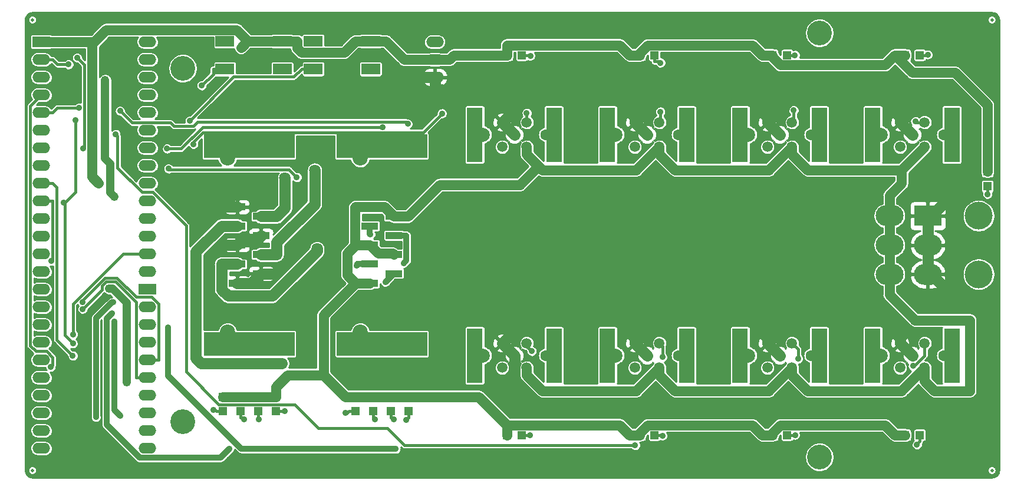
<source format=gtl>
G04 #@! TF.GenerationSoftware,KiCad,Pcbnew,6.0.0-unknown-f1f26a9~86~ubuntu18.04.1*
G04 #@! TF.CreationDate,2019-06-07T10:14:52-04:00*
G04 #@! TF.ProjectId,backlight_controller_6x3,6261636b-6c69-4676-9874-5f636f6e7472,1.0*
G04 #@! TF.SameCoordinates,Original*
G04 #@! TF.FileFunction,Copper,L1,Top*
G04 #@! TF.FilePolarity,Positive*
%FSLAX46Y46*%
G04 Gerber Fmt 4.6, Leading zero omitted, Abs format (unit mm)*
G04 Created by KiCad (PCBNEW 6.0.0-unknown-f1f26a9~86~ubuntu18.04.1) date 2019-06-07 10:14:52*
%MOMM*%
%LPD*%
G04 APERTURE LIST*
%ADD10O,2.540000X1.524000*%
%ADD11R,2.540000X1.524000*%
%ADD12R,2.667000X1.590040*%
%ADD13R,1.193800X1.193800*%
%ADD14C,2.200000*%
%ADD15R,13.000000X3.400000*%
%ADD16R,13.000000X3.400001*%
%ADD17R,2.400000X1.000000*%
%ADD18C,1.600000*%
%ADD19C,2.000000*%
%ADD20R,2.250000X7.850000*%
%ADD21C,1.500000*%
%ADD22C,0.500000*%
%ADD23C,3.556000*%
%ADD24O,4.000000X3.000000*%
%ADD25R,4.000000X3.000000*%
%ADD26C,4.000000*%
%ADD27C,1.219200*%
%ADD28C,0.889000*%
%ADD29C,1.625600*%
%ADD30C,1.422400*%
%ADD31C,1.625600*%
%ADD32C,1.219200*%
%ADD33C,0.406400*%
%ADD34C,0.812800*%
%ADD35C,0.254000*%
G04 APERTURE END LIST*
D10*
X53340000Y-114300000D03*
X53340000Y-111760000D03*
D11*
X68580000Y-111760000D03*
D10*
X68580000Y-76200000D03*
X68580000Y-78740000D03*
X68580000Y-81280000D03*
X68580000Y-83820000D03*
X68580000Y-86360000D03*
X68580000Y-88900000D03*
X68580000Y-91440000D03*
X68580000Y-93980000D03*
X68580000Y-96520000D03*
X68580000Y-99060000D03*
X68580000Y-101600000D03*
X68580000Y-104140000D03*
X68580000Y-106680000D03*
X68580000Y-109220000D03*
X53340000Y-109220000D03*
X53340000Y-106680000D03*
X53340000Y-104140000D03*
X53340000Y-101600000D03*
X53340000Y-99060000D03*
X53340000Y-96520000D03*
X53340000Y-93980000D03*
X53340000Y-91440000D03*
X53340000Y-88900000D03*
X53340000Y-86360000D03*
X53340000Y-83820000D03*
X53340000Y-81280000D03*
X53340000Y-78740000D03*
D11*
X53340000Y-76200000D03*
D10*
X53340000Y-116840000D03*
X53340000Y-119380000D03*
X53340000Y-121920000D03*
X53340000Y-124460000D03*
X53340000Y-127000000D03*
X53340000Y-129540000D03*
X53340000Y-132080000D03*
X53340000Y-134620000D03*
X68580000Y-134620000D03*
X68580000Y-132080000D03*
X68580000Y-129540000D03*
X68580000Y-127000000D03*
X68580000Y-124460000D03*
X68580000Y-121920000D03*
X68580000Y-119380000D03*
X68580000Y-116840000D03*
X68580000Y-114300000D03*
D12*
X100647500Y-76106020D03*
X92392500Y-76106020D03*
X100647500Y-80103980D03*
X92392500Y-80103980D03*
X87947500Y-76106020D03*
X79692500Y-76106020D03*
X87947500Y-80103980D03*
X79692500Y-80103980D03*
D10*
X109855000Y-81280000D03*
X109855000Y-76200000D03*
X109855000Y-78740000D03*
D13*
X139280900Y-78105000D03*
X141389100Y-78105000D03*
X103505000Y-127215900D03*
X103505000Y-129324100D03*
X100965000Y-127215900D03*
X100965000Y-129324100D03*
X106045000Y-127215900D03*
X106045000Y-129324100D03*
X98425000Y-127215900D03*
X98425000Y-129324100D03*
X189230000Y-94830900D03*
X189230000Y-96939100D03*
X120230900Y-78105000D03*
X122339100Y-78105000D03*
X177380900Y-132715000D03*
X179489100Y-132715000D03*
X120230900Y-132715000D03*
X122339100Y-132715000D03*
X86995000Y-127215900D03*
X86995000Y-129324100D03*
X79375000Y-127215900D03*
X79375000Y-129324100D03*
X158330900Y-132715000D03*
X160439100Y-132715000D03*
X84455000Y-127215900D03*
X84455000Y-129324100D03*
X81915000Y-127215900D03*
X81915000Y-129324100D03*
X158330900Y-78105000D03*
X160439100Y-78105000D03*
X139280900Y-132715000D03*
X141389100Y-132715000D03*
X177380900Y-78105000D03*
X179489100Y-78105000D03*
D14*
X80085000Y-92910000D03*
X80085000Y-117910000D03*
D15*
X83185000Y-119610000D03*
D16*
X83185000Y-91210000D03*
D17*
X81465000Y-110890000D03*
X81465000Y-108150000D03*
X81465000Y-105410000D03*
X81465000Y-102670000D03*
X81465000Y-99930000D03*
X84905000Y-109520000D03*
X84905000Y-106780000D03*
X84905000Y-104040000D03*
X84905000Y-101300000D03*
D14*
X99135000Y-92910000D03*
X99135000Y-117910000D03*
D15*
X102235000Y-119610000D03*
D16*
X102235000Y-91210000D03*
D17*
X100515000Y-110890000D03*
X100515000Y-108150000D03*
X100515000Y-105410000D03*
X100515000Y-102670000D03*
X100515000Y-99930000D03*
X103955000Y-109520000D03*
X103955000Y-106780000D03*
X103955000Y-104040000D03*
X103955000Y-101300000D03*
D18*
X125785000Y-89535000D03*
D19*
X116785000Y-89535000D03*
D20*
X126960000Y-89535000D03*
X115610000Y-89535000D03*
D21*
X119515000Y-91305000D03*
X123055000Y-91305000D03*
X123055000Y-87765000D03*
X119515000Y-87765000D03*
X121285000Y-89535000D03*
D18*
X125785000Y-121285000D03*
D19*
X116785000Y-121285000D03*
D20*
X126960000Y-121285000D03*
X115610000Y-121285000D03*
D21*
X119515000Y-123055000D03*
X123055000Y-123055000D03*
X123055000Y-119515000D03*
X119515000Y-119515000D03*
X121285000Y-121285000D03*
D18*
X144835000Y-89535000D03*
D19*
X135835000Y-89535000D03*
D20*
X146010000Y-89535000D03*
X134660000Y-89535000D03*
D21*
X138565000Y-91305000D03*
X142105000Y-91305000D03*
X142105000Y-87765000D03*
X138565000Y-87765000D03*
X140335000Y-89535000D03*
D18*
X144835000Y-121285000D03*
D19*
X135835000Y-121285000D03*
D20*
X146010000Y-121285000D03*
X134660000Y-121285000D03*
D21*
X138565000Y-123055000D03*
X142105000Y-123055000D03*
X142105000Y-119515000D03*
X138565000Y-119515000D03*
X140335000Y-121285000D03*
D18*
X163885000Y-89535000D03*
D19*
X154885000Y-89535000D03*
D20*
X165060000Y-89535000D03*
X153710000Y-89535000D03*
D21*
X157615000Y-91305000D03*
X161155000Y-91305000D03*
X161155000Y-87765000D03*
X157615000Y-87765000D03*
X159385000Y-89535000D03*
D18*
X163885000Y-121285000D03*
D19*
X154885000Y-121285000D03*
D20*
X165060000Y-121285000D03*
X153710000Y-121285000D03*
D21*
X157615000Y-123055000D03*
X161155000Y-123055000D03*
X161155000Y-119515000D03*
X157615000Y-119515000D03*
X159385000Y-121285000D03*
D18*
X182935000Y-121285000D03*
D19*
X173935000Y-121285000D03*
D20*
X184110000Y-121285000D03*
X172760000Y-121285000D03*
D21*
X176665000Y-123055000D03*
X180205000Y-123055000D03*
X180205000Y-119515000D03*
X176665000Y-119515000D03*
X178435000Y-121285000D03*
D18*
X182935000Y-89535000D03*
D19*
X173935000Y-89535000D03*
D20*
X184110000Y-89535000D03*
X172760000Y-89535000D03*
D21*
X176665000Y-91305000D03*
X180205000Y-91305000D03*
X180205000Y-87765000D03*
X176665000Y-87765000D03*
X178435000Y-89535000D03*
D22*
X52070000Y-137795000D03*
X189865000Y-137795000D03*
X189865000Y-73025000D03*
X52070000Y-73025000D03*
D23*
X73660000Y-80010000D03*
X165100000Y-74930000D03*
X165100000Y-135890000D03*
X73660000Y-130810000D03*
D24*
X175160000Y-109610000D03*
X175160000Y-105410000D03*
X175160000Y-101210000D03*
X180660000Y-109610000D03*
X180660000Y-105410000D03*
D25*
X180660000Y-101210000D03*
D26*
X187960000Y-109610000D03*
X187960000Y-101210000D03*
D27*
X63796900Y-98425000D03*
X62519800Y-81714100D03*
X65610000Y-125120800D03*
X63086600Y-111661400D03*
D28*
X61544400Y-96512500D03*
X82055100Y-77021800D03*
D29*
X80780400Y-97457700D03*
X86520400Y-114591000D03*
X79245500Y-105659900D03*
X77987300Y-101344700D03*
X82003600Y-82911100D03*
D28*
X54701100Y-122930600D03*
X57863300Y-121322400D03*
X54782200Y-107703500D03*
X57915800Y-118278700D03*
X59222700Y-113618500D03*
X59295500Y-114613400D03*
D29*
X87899000Y-122418900D03*
X92939900Y-105938700D03*
X88324800Y-95778700D03*
X92610300Y-94646700D03*
D28*
X105409900Y-107992600D03*
X102770000Y-110705000D03*
X100613700Y-103877100D03*
X98651000Y-108358300D03*
X75204600Y-90908500D03*
X110885500Y-86492100D03*
X71608200Y-94424000D03*
X90032000Y-95665500D03*
X71407900Y-91562400D03*
X102374700Y-88436700D03*
X59388300Y-91531800D03*
X58501700Y-78486100D03*
X64025500Y-89488800D03*
X138629300Y-134185900D03*
X64659800Y-86132600D03*
X105983800Y-87992400D03*
X63799300Y-116414400D03*
X64668000Y-129962700D03*
X63460300Y-115247700D03*
X80325900Y-134736500D03*
X61189500Y-130144500D03*
X63707100Y-113646300D03*
X71547200Y-117301900D03*
X104252900Y-134701000D03*
X123055000Y-86426200D03*
X123789600Y-120670800D03*
X142257300Y-86238700D03*
X142570600Y-121523500D03*
X161406400Y-86048600D03*
X162031500Y-121758100D03*
X178874800Y-87628100D03*
X178531800Y-122799100D03*
X88341600Y-129324100D03*
X105727300Y-130515300D03*
X123590700Y-78194100D03*
X103958400Y-130488700D03*
X123498400Y-132715000D03*
X101257900Y-130510400D03*
X142274800Y-79214800D03*
X142565500Y-132816300D03*
X97065500Y-129544500D03*
X161582900Y-78105000D03*
X161587700Y-132715000D03*
X84540100Y-130472300D03*
X180635300Y-78037200D03*
X179103100Y-134089100D03*
X78024100Y-129126800D03*
X82495500Y-130472800D03*
X57887400Y-119561100D03*
X58214000Y-87465800D03*
X56569900Y-99291300D03*
X57265600Y-79456700D03*
X58777900Y-85676500D03*
X76377700Y-82486500D03*
X74652900Y-87534400D03*
X189230000Y-98099800D03*
D30*
X186690000Y-116205000D02*
X186690000Y-126365000D01*
X181610000Y-126365000D02*
X180205000Y-124960000D01*
X178833000Y-116205000D02*
X186690000Y-116205000D01*
X175160000Y-109610000D02*
X175160000Y-112532000D01*
X186690000Y-126365000D02*
X181610000Y-126365000D01*
X175160000Y-112532000D02*
X178833000Y-116205000D01*
X180205000Y-124960000D02*
X180205000Y-123055000D01*
D31*
X121285000Y-125730000D02*
X123825000Y-128270000D01*
X181160000Y-109610000D02*
X180660000Y-109610000D01*
X121285000Y-121285000D02*
X121285000Y-125730000D01*
X184286000Y-112736000D02*
X181160000Y-109610000D01*
X187960000Y-128270000D02*
X189230000Y-127000000D01*
X189230000Y-116205000D02*
X185761000Y-112736000D01*
X185761000Y-112736000D02*
X184286000Y-112736000D01*
X123825000Y-128270000D02*
X187960000Y-128270000D01*
X189230000Y-127000000D02*
X189230000Y-116205000D01*
D32*
X63796900Y-98425000D02*
X63279200Y-97907300D01*
X63279200Y-97907300D02*
X63279200Y-93687800D01*
X63279200Y-93687800D02*
X62519800Y-92928400D01*
X62519800Y-92928400D02*
X62519800Y-81714100D01*
X63086600Y-111661400D02*
X63556900Y-111661400D01*
X63556900Y-111661400D02*
X65610000Y-113714500D01*
X65610000Y-113714500D02*
X65610000Y-125120800D01*
D30*
X158330900Y-78105000D02*
X156895800Y-78105000D01*
X156895800Y-78105000D02*
X155485700Y-76694900D01*
X155485700Y-76694900D02*
X140424000Y-76694900D01*
X140424000Y-76694900D02*
X139280900Y-77838000D01*
X139280900Y-77838000D02*
X139280900Y-78105000D01*
X175945800Y-78105000D02*
X174535700Y-79515100D01*
X174535700Y-79515100D02*
X159474000Y-79515100D01*
X159474000Y-79515100D02*
X158330900Y-78372000D01*
X158330900Y-78372000D02*
X158330900Y-78105000D01*
X120230900Y-76669900D02*
X136410700Y-76669900D01*
X136410700Y-76669900D02*
X137845800Y-78105000D01*
X61544400Y-96512500D02*
X60648900Y-95617000D01*
X60648900Y-95617000D02*
X60648900Y-76492900D01*
X60648900Y-76492900D02*
X62669100Y-74472700D01*
X62669100Y-74472700D02*
X81384800Y-74472700D01*
X81384800Y-74472700D02*
X82609700Y-75697600D01*
X82609700Y-75697600D02*
X82609700Y-76106000D01*
X55448200Y-76200000D02*
X60356000Y-76200000D01*
X60356000Y-76200000D02*
X60648900Y-76492900D01*
X109855000Y-78740000D02*
X111963200Y-78740000D01*
X111963200Y-78740000D02*
X112598200Y-78105000D01*
X112598200Y-78105000D02*
X120230900Y-78105000D01*
X102819200Y-76106000D02*
X105453200Y-78740000D01*
X105453200Y-78740000D02*
X109855000Y-78740000D01*
X82609700Y-76106000D02*
X82609700Y-76467200D01*
X82609700Y-76467200D02*
X82055100Y-77021800D01*
X82609700Y-76106000D02*
X85775800Y-76106000D01*
X81915100Y-127216000D02*
X84455000Y-127216000D01*
X79375100Y-127216000D02*
X81915100Y-127216000D01*
X81915100Y-127216000D02*
X81915000Y-127215900D01*
X98476900Y-105410000D02*
X98400200Y-105333300D01*
X98400200Y-105333300D02*
X98400200Y-100006600D01*
X98400200Y-100006600D02*
X98476800Y-99930000D01*
X106044900Y-127216000D02*
X106045000Y-127215900D01*
X106044900Y-127216000D02*
X106045000Y-127216000D01*
X103505000Y-127216000D02*
X106044900Y-127216000D01*
X98476900Y-105410000D02*
X97275800Y-106611100D01*
X97275800Y-106611100D02*
X97275800Y-109689000D01*
X97275800Y-109689000D02*
X98476800Y-110890000D01*
X93856900Y-124082900D02*
X88692900Y-124082900D01*
X88692900Y-124082900D02*
X86995000Y-125780800D01*
X96989900Y-127215900D02*
X93856900Y-124082900D01*
X98476800Y-110890000D02*
X93856900Y-115509900D01*
X93856900Y-115509900D02*
X93856900Y-124082900D01*
X100515000Y-110890000D02*
X98476800Y-110890000D01*
X103955000Y-101300000D02*
X105993200Y-101300000D01*
X123055000Y-91305000D02*
X123055000Y-92365700D01*
X123055000Y-92365700D02*
X124752000Y-94062900D01*
X124752000Y-94062900D02*
X124752000Y-94063000D01*
X124752000Y-94063000D02*
X122061000Y-96754000D01*
X122061000Y-96754000D02*
X110539200Y-96754000D01*
X110539200Y-96754000D02*
X105993200Y-101300000D01*
X124752000Y-94062900D02*
X125304000Y-94615000D01*
X125304000Y-94615000D02*
X138795000Y-94615000D01*
X138795000Y-94615000D02*
X142105000Y-91305000D01*
X100515000Y-99930000D02*
X98476800Y-99930000D01*
X103955000Y-101300000D02*
X102585000Y-99930000D01*
X102585000Y-99930000D02*
X100515000Y-99930000D01*
X100515000Y-105410000D02*
X98476900Y-105410000D01*
X98425000Y-127215900D02*
X96989900Y-127215900D01*
X86995000Y-127215900D02*
X86995000Y-125780800D01*
X86995000Y-127215900D02*
X86995000Y-127216000D01*
X79375100Y-127216000D02*
X79375000Y-127215900D01*
X79375000Y-127216000D02*
X79375100Y-127216000D01*
X189230000Y-94830900D02*
X189230000Y-85286000D01*
X189230000Y-85286000D02*
X184537200Y-80593200D01*
X184537200Y-80593200D02*
X178434000Y-80593200D01*
X178434000Y-80593200D02*
X175945800Y-78105000D01*
X177380900Y-78105000D02*
X175945800Y-78105000D01*
X87947500Y-76106000D02*
X85775800Y-76106000D01*
X89033400Y-76106000D02*
X87947500Y-76106000D01*
X89033400Y-76106000D02*
X90119200Y-76106000D01*
X53340000Y-76200000D02*
X55448200Y-76200000D01*
X177380900Y-132715000D02*
X175945800Y-132715000D01*
X175945800Y-132715000D02*
X174535700Y-131304900D01*
X174535700Y-131304900D02*
X159474000Y-131304900D01*
X159474000Y-131304900D02*
X158330900Y-132448000D01*
X158330900Y-132448000D02*
X158330900Y-132715000D01*
X156895800Y-132715000D02*
X155485700Y-131304900D01*
X155485700Y-131304900D02*
X140424000Y-131304900D01*
X140424000Y-131304900D02*
X139280900Y-132448000D01*
X139280900Y-132448000D02*
X139280900Y-132715000D01*
X120230900Y-78105000D02*
X120230900Y-76669900D01*
X139280900Y-78105000D02*
X137845800Y-78105000D01*
X84455000Y-127216000D02*
X86995000Y-127216000D01*
X158330900Y-132715000D02*
X156895800Y-132715000D01*
X137845800Y-132715000D02*
X136410700Y-131279900D01*
X136410700Y-131279900D02*
X120230900Y-131279900D01*
X139280900Y-132715000D02*
X137845800Y-132715000D01*
X120230900Y-132715000D02*
X120230900Y-131279900D01*
X106045000Y-127215900D02*
X116166900Y-127215900D01*
X116166900Y-127215900D02*
X120230900Y-131279900D01*
X100965000Y-127216000D02*
X103505000Y-127216000D01*
X98425000Y-127216000D02*
X100965000Y-127216000D01*
X100965000Y-127216000D02*
X100965000Y-127215900D01*
X98425000Y-127215900D02*
X98425000Y-127216000D01*
X84455000Y-127216000D02*
X84455000Y-127215900D01*
X100647500Y-76106000D02*
X98475800Y-76106000D01*
X90119200Y-76106000D02*
X90119200Y-77111200D01*
X90119200Y-77111200D02*
X90722200Y-77714200D01*
X90722200Y-77714200D02*
X96867600Y-77714200D01*
X96867600Y-77714200D02*
X98475800Y-76106000D01*
X100647500Y-76106000D02*
X102819200Y-76106000D01*
X103505000Y-127216000D02*
X103505000Y-127215900D01*
X103955000Y-106780000D02*
X103808100Y-106633100D01*
X103808100Y-106633100D02*
X101738100Y-106633100D01*
X101738100Y-106633100D02*
X100515000Y-105410000D01*
X176895000Y-94615000D02*
X180205000Y-91305000D01*
X161155000Y-91305000D02*
X161155000Y-92365700D01*
X161155000Y-92365700D02*
X163404000Y-94615000D01*
X163404000Y-94615000D02*
X176895000Y-94615000D01*
X142105000Y-91305000D02*
X142105000Y-92365700D01*
X142105000Y-92365700D02*
X144354000Y-94615000D01*
X144354000Y-94615000D02*
X157845000Y-94615000D01*
X157845000Y-94615000D02*
X161155000Y-91305000D01*
X123055000Y-123055000D02*
X123055000Y-124116000D01*
X123055000Y-124116000D02*
X125304000Y-126365000D01*
X125304000Y-126365000D02*
X138795000Y-126365000D01*
X138795000Y-126365000D02*
X142105000Y-123055000D01*
X142105000Y-123055000D02*
X142105000Y-124116000D01*
X142105000Y-124116000D02*
X144354000Y-126365000D01*
X144354000Y-126365000D02*
X157845000Y-126365000D01*
X157845000Y-126365000D02*
X161155000Y-123055000D01*
X161155000Y-123055000D02*
X161155000Y-124116000D01*
X161155000Y-124116000D02*
X163404000Y-126365000D01*
X163404000Y-126365000D02*
X176895000Y-126365000D01*
X176895000Y-126365000D02*
X180205000Y-123055000D01*
X175160000Y-101210000D02*
X175160000Y-105410000D01*
X175160000Y-105410000D02*
X175160000Y-109610000D01*
X175160000Y-101210000D02*
X175160000Y-98287600D01*
X175160000Y-98287600D02*
X176895000Y-96552600D01*
X176895000Y-96552600D02*
X176895000Y-94615000D01*
D31*
X84905000Y-109520000D02*
X87121300Y-109520000D01*
X81465000Y-110890000D02*
X83681300Y-110890000D01*
X84905000Y-109520000D02*
X83681300Y-110743700D01*
X83681300Y-110743700D02*
X83681300Y-110890000D01*
X94768900Y-104088600D02*
X92178400Y-104088600D01*
X92178400Y-104088600D02*
X91072100Y-105194900D01*
X91072100Y-105194900D02*
X91072100Y-105569200D01*
X91072100Y-105569200D02*
X87121300Y-109520000D01*
X107568700Y-81280000D02*
X105937600Y-82911100D01*
X105937600Y-82911100D02*
X82003600Y-82911100D01*
X80356900Y-99930000D02*
X80356900Y-97881200D01*
X80356900Y-97881200D02*
X80780400Y-97457700D01*
X80356900Y-99930000D02*
X79248700Y-99930000D01*
X81465000Y-99930000D02*
X80356900Y-99930000D01*
X94768900Y-104088600D02*
X94768900Y-101194900D01*
X94768900Y-101194900D02*
X97761300Y-98202500D01*
X97761300Y-98202500D02*
X104893900Y-98202500D01*
X104893900Y-98202500D02*
X112369500Y-90726900D01*
X112369500Y-90726900D02*
X112369500Y-84579700D01*
X86520400Y-114591000D02*
X87240300Y-114591000D01*
X87240300Y-114591000D02*
X94800600Y-107030700D01*
X94800600Y-107030700D02*
X94800600Y-104120300D01*
X94800600Y-104120300D02*
X94768900Y-104088600D01*
X109855000Y-81280000D02*
X109855000Y-83058300D01*
X109855000Y-83058300D02*
X110848100Y-83058300D01*
X110848100Y-83058300D02*
X112369500Y-84579700D01*
X122228900Y-85051100D02*
X121757500Y-84579700D01*
X121757500Y-84579700D02*
X112369500Y-84579700D01*
X122228900Y-85051100D02*
X122686000Y-84594000D01*
X122686000Y-84594000D02*
X136598000Y-84594000D01*
X136598000Y-84594000D02*
X138565000Y-86561200D01*
X138565000Y-86561200D02*
X138565000Y-87765000D01*
X119515000Y-87765000D02*
X122228900Y-85051100D01*
X86520400Y-114591000D02*
X79427000Y-114591000D01*
X79427000Y-114591000D02*
X77386300Y-112550300D01*
X77386300Y-112550300D02*
X77386300Y-107408100D01*
X77386300Y-107408100D02*
X79134500Y-105659900D01*
X79134500Y-105659900D02*
X79245500Y-105659900D01*
X84905000Y-104040000D02*
X84283600Y-104661400D01*
X84283600Y-104661400D02*
X82213600Y-104661400D01*
X82213600Y-104661400D02*
X81465000Y-105410000D01*
X79245500Y-105659900D02*
X79248700Y-105656700D01*
X79248700Y-105656700D02*
X79248700Y-105410000D01*
X81465000Y-105410000D02*
X79248700Y-105410000D01*
X77987300Y-101344700D02*
X79248700Y-100083300D01*
X79248700Y-100083300D02*
X79248700Y-99930000D01*
X109855000Y-81280000D02*
X107568700Y-81280000D01*
X180660000Y-101210000D02*
X180660000Y-105410000D01*
X180660000Y-105410000D02*
X180660000Y-109610000D01*
X138565000Y-87765000D02*
X141736000Y-84594000D01*
X141736000Y-84594000D02*
X155648000Y-84594000D01*
X155648000Y-84594000D02*
X157615000Y-86561200D01*
X157615000Y-86561200D02*
X157615000Y-87765000D01*
X157615000Y-87765000D02*
X160925000Y-84455000D01*
X160925000Y-84455000D02*
X174559000Y-84455000D01*
X174559000Y-84455000D02*
X176665000Y-86561200D01*
X176665000Y-86561200D02*
X176665000Y-87765000D01*
X119515000Y-87765000D02*
X121285000Y-89535000D01*
X138565000Y-87765000D02*
X140335000Y-89535000D01*
X157615000Y-87765000D02*
X159385000Y-89535000D01*
X176665000Y-87765000D02*
X178435000Y-89535000D01*
X119515000Y-119515000D02*
X122686000Y-116344000D01*
X122686000Y-116344000D02*
X136598000Y-116344000D01*
X136598000Y-116344000D02*
X138565000Y-118311000D01*
X138565000Y-118311000D02*
X138565000Y-119515000D01*
X138565000Y-119515000D02*
X141736000Y-116344000D01*
X141736000Y-116344000D02*
X155648000Y-116344000D01*
X155648000Y-116344000D02*
X157615000Y-118311000D01*
X157615000Y-118311000D02*
X157615000Y-119515000D01*
X157615000Y-119515000D02*
X160925000Y-116205000D01*
X160925000Y-116205000D02*
X174559000Y-116205000D01*
X174559000Y-116205000D02*
X176665000Y-118311000D01*
X176665000Y-118311000D02*
X176665000Y-119515000D01*
X119515000Y-119515000D02*
X121285000Y-121285000D01*
X138565000Y-119515000D02*
X140335000Y-121285000D01*
X157615000Y-119515000D02*
X159385000Y-121285000D01*
X176665000Y-119515000D02*
X178435000Y-121285000D01*
X180660000Y-109610000D02*
X180585000Y-109610000D01*
X176665000Y-87765000D02*
X179975000Y-84455000D01*
X179975000Y-84455000D02*
X185909000Y-84455000D01*
X185909000Y-84455000D02*
X186690000Y-85236200D01*
X186690000Y-85236200D02*
X186690000Y-95680000D01*
X186690000Y-95680000D02*
X181160000Y-101210000D01*
X181160000Y-101210000D02*
X180660000Y-101210000D01*
D33*
X54701100Y-122930600D02*
X54977700Y-122654000D01*
X54977700Y-122654000D02*
X54977700Y-121539000D01*
X54977700Y-121539000D02*
X54088700Y-120650000D01*
X54088700Y-120650000D02*
X52563600Y-120650000D01*
X52563600Y-120650000D02*
X51764800Y-119851200D01*
X51764800Y-119851200D02*
X51764800Y-85395200D01*
X51764800Y-85395200D02*
X53340000Y-83820000D01*
X53340000Y-96520000D02*
X54940200Y-96520000D01*
X57863300Y-121322400D02*
X55558400Y-119017500D01*
X55558400Y-119017500D02*
X55558400Y-97138200D01*
X55558400Y-97138200D02*
X54940200Y-96520000D01*
X54940200Y-99060000D02*
X54940200Y-107545500D01*
X54940200Y-107545500D02*
X54782200Y-107703500D01*
X53340000Y-99060000D02*
X54940200Y-99060000D01*
X66979800Y-106680000D02*
X65101100Y-106680000D01*
X65101100Y-106680000D02*
X57915800Y-113865300D01*
X57915800Y-113865300D02*
X57915800Y-118278700D01*
X68580000Y-106680000D02*
X66979800Y-106680000D01*
X68580000Y-121920000D02*
X70180200Y-121920000D01*
X59222700Y-113618500D02*
X59222700Y-113369200D01*
X59222700Y-113369200D02*
X62463400Y-110128500D01*
X62463400Y-110128500D02*
X64182200Y-110128500D01*
X64182200Y-110128500D02*
X66938600Y-112884900D01*
X66938600Y-112884900D02*
X69189300Y-112884900D01*
X69189300Y-112884900D02*
X70180200Y-113875800D01*
X70180200Y-113875800D02*
X70180200Y-121920000D01*
X59295500Y-114613400D02*
X62070300Y-111838600D01*
X62070300Y-111838600D02*
X62070300Y-111240500D01*
X62070300Y-111240500D02*
X62665700Y-110645100D01*
X62665700Y-110645100D02*
X63979700Y-110645100D01*
X63979700Y-110645100D02*
X66979800Y-113645200D01*
X66979800Y-113645200D02*
X66979800Y-124460000D01*
X68580000Y-124460000D02*
X66979800Y-124460000D01*
D31*
X81465000Y-102670000D02*
X79248700Y-102670000D01*
X87899000Y-122418900D02*
X76322900Y-122418900D01*
X76322900Y-122418900D02*
X75544100Y-121640100D01*
X75544100Y-121640100D02*
X75544100Y-106374600D01*
X75544100Y-106374600D02*
X79248700Y-102670000D01*
X92939900Y-105938700D02*
X92939900Y-106288300D01*
X92939900Y-106288300D02*
X86509000Y-112719200D01*
X86509000Y-112719200D02*
X80157000Y-112719200D01*
X80157000Y-112719200D02*
X79248700Y-111810900D01*
X79248700Y-111810900D02*
X79248700Y-108150000D01*
X81465000Y-108150000D02*
X79248700Y-108150000D01*
X88324800Y-95778700D02*
X88324800Y-100096500D01*
X88324800Y-100096500D02*
X87121300Y-101300000D01*
X84905000Y-101300000D02*
X87121300Y-101300000D01*
X92610300Y-94646700D02*
X92610300Y-99534500D01*
X92610300Y-99534500D02*
X87121300Y-105023500D01*
X87121300Y-105023500D02*
X87121300Y-106780000D01*
X84905000Y-106780000D02*
X87121300Y-106780000D01*
D34*
X105764900Y-104040000D02*
X105764900Y-107637600D01*
X105764900Y-107637600D02*
X105409900Y-107992600D01*
X103955000Y-104040000D02*
X105764900Y-104040000D01*
X102770000Y-110705000D02*
X103955000Y-109520000D01*
X100515000Y-102670000D02*
X100515000Y-103778400D01*
X100515000Y-103778400D02*
X100613700Y-103877100D01*
X100515000Y-108150000D02*
X98705100Y-108150000D01*
X98651000Y-108358300D02*
X98705100Y-108304200D01*
X98705100Y-108304200D02*
X98705100Y-108150000D01*
D33*
X75204600Y-90908500D02*
X75204600Y-90558900D01*
X75204600Y-90558900D02*
X76558600Y-89204900D01*
X76558600Y-89204900D02*
X108172700Y-89204900D01*
X108172700Y-89204900D02*
X110885500Y-86492100D01*
X90032000Y-95665500D02*
X88905200Y-94538700D01*
X88905200Y-94538700D02*
X71722800Y-94538700D01*
X71722800Y-94538700D02*
X71722800Y-94538600D01*
X71722800Y-94538600D02*
X71608200Y-94424000D01*
X102374700Y-88436700D02*
X76540800Y-88436700D01*
X76540800Y-88436700D02*
X73415100Y-91562400D01*
X73415100Y-91562400D02*
X71407900Y-91562400D01*
X59388300Y-91531800D02*
X59527500Y-91392600D01*
X59527500Y-91392600D02*
X59527500Y-79511900D01*
X59527500Y-79511900D02*
X58501700Y-78486100D01*
X138629300Y-134185900D02*
X105499400Y-134185900D01*
X105499400Y-134185900D02*
X103012900Y-131699400D01*
X103012900Y-131699400D02*
X93168800Y-131699400D01*
X93168800Y-131699400D02*
X89779200Y-128309800D01*
X89779200Y-128309800D02*
X78831700Y-128309800D01*
X78831700Y-128309800D02*
X74172100Y-123650200D01*
X74172100Y-123650200D02*
X74172100Y-102630600D01*
X74172100Y-102630600D02*
X69331500Y-97790000D01*
X69331500Y-97790000D02*
X67792200Y-97790000D01*
X67792200Y-97790000D02*
X64295500Y-94293300D01*
X64295500Y-94293300D02*
X64295500Y-89758800D01*
X64295500Y-89758800D02*
X64025500Y-89488800D01*
X105983800Y-87992400D02*
X105675200Y-87683800D01*
X105675200Y-87683800D02*
X75801700Y-87683800D01*
X75801700Y-87683800D02*
X75167500Y-88318000D01*
X75167500Y-88318000D02*
X72391100Y-88318000D01*
X72391100Y-88318000D02*
X71905900Y-87832800D01*
X71905900Y-87832800D02*
X66360000Y-87832800D01*
X66360000Y-87832800D02*
X64659800Y-86132600D01*
D34*
X63799300Y-116414400D02*
X63799300Y-129094000D01*
X63799300Y-129094000D02*
X64668000Y-129962700D01*
X80325900Y-134736500D02*
X79056200Y-136006200D01*
X79056200Y-136006200D02*
X67482900Y-136006200D01*
X67482900Y-136006200D02*
X62706600Y-131229900D01*
X62706600Y-131229900D02*
X62706600Y-116001400D01*
X62706600Y-116001400D02*
X63460300Y-115247700D01*
X63707100Y-113646300D02*
X63471600Y-113646300D01*
X63471600Y-113646300D02*
X61189500Y-115928400D01*
X61189500Y-115928400D02*
X61189500Y-130144500D01*
X71547200Y-117301900D02*
X71547200Y-124175200D01*
X71547200Y-124175200D02*
X82073000Y-134701000D01*
X82073000Y-134701000D02*
X104252900Y-134701000D01*
D33*
X123055000Y-86426200D02*
X123055000Y-87765000D01*
X123789600Y-120670800D02*
X123055000Y-119936200D01*
X123055000Y-119936200D02*
X123055000Y-119515000D01*
X142105000Y-87765000D02*
X142257300Y-87612700D01*
X142257300Y-87612700D02*
X142257300Y-86238700D01*
X142105000Y-119515000D02*
X142570600Y-119980600D01*
X142570600Y-119980600D02*
X142570600Y-121523500D01*
X161155000Y-87765000D02*
X161406400Y-87513600D01*
X161406400Y-87513600D02*
X161406400Y-86048600D01*
X161155000Y-119515000D02*
X162031500Y-120391500D01*
X162031500Y-120391500D02*
X162031500Y-121758100D01*
X180205000Y-87765000D02*
X179011700Y-87765000D01*
X179011700Y-87765000D02*
X178874800Y-87628100D01*
X180205000Y-119515000D02*
X180205000Y-121287600D01*
X180205000Y-121287600D02*
X178693500Y-122799100D01*
X178693500Y-122799100D02*
X178531800Y-122799100D01*
X87922100Y-129324100D02*
X88341600Y-129324100D01*
X86995000Y-129324100D02*
X87922100Y-129324100D01*
X106045000Y-129324100D02*
X106045000Y-130251200D01*
X105727300Y-130515300D02*
X105991400Y-130251200D01*
X105991400Y-130251200D02*
X106045000Y-130251200D01*
X123590700Y-78194100D02*
X123355300Y-78194100D01*
X123355300Y-78194100D02*
X123266200Y-78105000D01*
X122339100Y-78105000D02*
X123266200Y-78105000D01*
X103505000Y-129324100D02*
X103505000Y-130251200D01*
X103505000Y-130251200D02*
X103720900Y-130251200D01*
X103720900Y-130251200D02*
X103958400Y-130488700D01*
X123266200Y-132715000D02*
X123498400Y-132715000D01*
X122339100Y-132715000D02*
X123266200Y-132715000D01*
X100965000Y-129324100D02*
X100965000Y-130251200D01*
X100965000Y-130251200D02*
X100998700Y-130251200D01*
X100998700Y-130251200D02*
X101257900Y-130510400D01*
X141389100Y-79032100D02*
X142092100Y-79032100D01*
X142092100Y-79032100D02*
X142274800Y-79214800D01*
X141389100Y-78105000D02*
X141389100Y-79032100D01*
X142316200Y-132715000D02*
X142417500Y-132816300D01*
X142417500Y-132816300D02*
X142565500Y-132816300D01*
X141389100Y-132715000D02*
X142316200Y-132715000D01*
X97497900Y-129324100D02*
X97277500Y-129544500D01*
X97277500Y-129544500D02*
X97065500Y-129544500D01*
X98425000Y-129324100D02*
X97497900Y-129324100D01*
X161366200Y-78105000D02*
X161582900Y-78105000D01*
X160439100Y-78105000D02*
X161366200Y-78105000D01*
X161366200Y-132715000D02*
X161587700Y-132715000D01*
X160439100Y-132715000D02*
X161366200Y-132715000D01*
X84455000Y-129324100D02*
X84455000Y-130387200D01*
X84455000Y-130387200D02*
X84540100Y-130472300D01*
X180416200Y-78105000D02*
X180484000Y-78037200D01*
X180484000Y-78037200D02*
X180635300Y-78037200D01*
X179489100Y-78105000D02*
X180416200Y-78105000D01*
X179489100Y-132715000D02*
X179489100Y-133642100D01*
X179489100Y-133642100D02*
X179103100Y-134028100D01*
X179103100Y-134028100D02*
X179103100Y-134089100D01*
X78447900Y-129324100D02*
X78250600Y-129126800D01*
X78250600Y-129126800D02*
X78024100Y-129126800D01*
X79375000Y-129324100D02*
X78447900Y-129324100D01*
X82495500Y-130472800D02*
X82273900Y-130251200D01*
X82273900Y-130251200D02*
X81915000Y-130251200D01*
X81915000Y-129324100D02*
X81915000Y-130251200D01*
X56706800Y-99291300D02*
X58214000Y-97784100D01*
X58214000Y-97784100D02*
X58214000Y-87465800D01*
X56706800Y-99291300D02*
X56706800Y-118380500D01*
X56706800Y-118380500D02*
X57887400Y-119561100D01*
X56569900Y-99291300D02*
X56706800Y-99291300D01*
X53340000Y-78740000D02*
X54940200Y-78740000D01*
X57265600Y-79456700D02*
X55656900Y-79456700D01*
X55656900Y-79456700D02*
X54940200Y-78740000D01*
X53340000Y-86360000D02*
X54940200Y-86360000D01*
X58777900Y-85676500D02*
X55623700Y-85676500D01*
X55623700Y-85676500D02*
X54940200Y-86360000D01*
X79692500Y-80104000D02*
X78028800Y-80104000D01*
X76377700Y-82486500D02*
X78028800Y-80835400D01*
X78028800Y-80835400D02*
X78028800Y-80104000D01*
X92392500Y-80104000D02*
X90728800Y-80104000D01*
X74652900Y-87534400D02*
X80958100Y-81229200D01*
X80958100Y-81229200D02*
X89603600Y-81229200D01*
X89603600Y-81229200D02*
X90728800Y-80104000D01*
X189230000Y-97866200D02*
X189230000Y-98099800D01*
X189230000Y-96939100D02*
X189230000Y-97866200D01*
D35*
G36*
X189843070Y-72000714D02*
G01*
X190046036Y-72018829D01*
X190221355Y-72066790D01*
X190385409Y-72145040D01*
X190533012Y-72251104D01*
X190659498Y-72381628D01*
X190760873Y-72532491D01*
X190833930Y-72698916D01*
X190876817Y-72877552D01*
X190888972Y-73043067D01*
X190893701Y-73059344D01*
X190893700Y-137750572D01*
X190889286Y-137773070D01*
X190871171Y-137976036D01*
X190823209Y-138151358D01*
X190744960Y-138315409D01*
X190638898Y-138463010D01*
X190508374Y-138589497D01*
X190357512Y-138690872D01*
X190191080Y-138763931D01*
X190012449Y-138806816D01*
X189846933Y-138818971D01*
X189830656Y-138823700D01*
X52114428Y-138823700D01*
X52091930Y-138819286D01*
X51888964Y-138801171D01*
X51713642Y-138753209D01*
X51549591Y-138674960D01*
X51401990Y-138568898D01*
X51275503Y-138438374D01*
X51174128Y-138287512D01*
X51101069Y-138121080D01*
X51058184Y-137942449D01*
X51047356Y-137795000D01*
X51438017Y-137795000D01*
X51457872Y-137952168D01*
X51516189Y-138099460D01*
X51609304Y-138227622D01*
X51731367Y-138328601D01*
X51874707Y-138396052D01*
X52030317Y-138425736D01*
X52188422Y-138415789D01*
X52339085Y-138366835D01*
X52472841Y-138281951D01*
X52581285Y-138166470D01*
X52657603Y-138027648D01*
X52697000Y-137874208D01*
X52697000Y-137715792D01*
X52657603Y-137562352D01*
X52581285Y-137423530D01*
X52472841Y-137308049D01*
X52339085Y-137223165D01*
X52188422Y-137174211D01*
X52030317Y-137164264D01*
X51874707Y-137193948D01*
X51731367Y-137261399D01*
X51609304Y-137362378D01*
X51516189Y-137490540D01*
X51457872Y-137637832D01*
X51438017Y-137795000D01*
X51047356Y-137795000D01*
X51046029Y-137776933D01*
X51041300Y-137760656D01*
X51041300Y-134566404D01*
X51736142Y-134566404D01*
X51745778Y-134774592D01*
X51794607Y-134977203D01*
X51880869Y-135166925D01*
X52001449Y-135336912D01*
X52151998Y-135481032D01*
X52327084Y-135594083D01*
X52520387Y-135671986D01*
X52797737Y-135712200D01*
X53900072Y-135712200D01*
X54055469Y-135697374D01*
X54255453Y-135638705D01*
X54440734Y-135543279D01*
X54604628Y-135414538D01*
X54741221Y-135257129D01*
X54845585Y-135076730D01*
X54913953Y-134879851D01*
X54943858Y-134673596D01*
X54934222Y-134465408D01*
X54885393Y-134262797D01*
X54799131Y-134073075D01*
X54678551Y-133903088D01*
X54528002Y-133758968D01*
X54352916Y-133645917D01*
X54159613Y-133568014D01*
X53882263Y-133527800D01*
X52779928Y-133527800D01*
X52624531Y-133542626D01*
X52424547Y-133601295D01*
X52239266Y-133696721D01*
X52075372Y-133825462D01*
X51938779Y-133982871D01*
X51834415Y-134163270D01*
X51766047Y-134360149D01*
X51736142Y-134566404D01*
X51041300Y-134566404D01*
X51041300Y-132026404D01*
X51736142Y-132026404D01*
X51745778Y-132234592D01*
X51794607Y-132437203D01*
X51880869Y-132626925D01*
X52001449Y-132796912D01*
X52151998Y-132941032D01*
X52327084Y-133054083D01*
X52520387Y-133131986D01*
X52797737Y-133172200D01*
X53900072Y-133172200D01*
X54055469Y-133157374D01*
X54255453Y-133098705D01*
X54440734Y-133003279D01*
X54604628Y-132874538D01*
X54741221Y-132717129D01*
X54845585Y-132536730D01*
X54913953Y-132339851D01*
X54943858Y-132133596D01*
X54934222Y-131925408D01*
X54885393Y-131722797D01*
X54799131Y-131533075D01*
X54678551Y-131363088D01*
X54528002Y-131218968D01*
X54352916Y-131105917D01*
X54159613Y-131028014D01*
X53882263Y-130987800D01*
X52779928Y-130987800D01*
X52624531Y-131002626D01*
X52424547Y-131061295D01*
X52239266Y-131156721D01*
X52075372Y-131285462D01*
X51938779Y-131442871D01*
X51834415Y-131623270D01*
X51766047Y-131820149D01*
X51736142Y-132026404D01*
X51041300Y-132026404D01*
X51041300Y-129486404D01*
X51736142Y-129486404D01*
X51745778Y-129694592D01*
X51794607Y-129897203D01*
X51880869Y-130086925D01*
X52001449Y-130256912D01*
X52151998Y-130401032D01*
X52327084Y-130514083D01*
X52520387Y-130591986D01*
X52797737Y-130632200D01*
X53900072Y-130632200D01*
X54055469Y-130617374D01*
X54255453Y-130558705D01*
X54440734Y-130463279D01*
X54604628Y-130334538D01*
X54741221Y-130177129D01*
X54845585Y-129996730D01*
X54913953Y-129799851D01*
X54943858Y-129593596D01*
X54934222Y-129385408D01*
X54885393Y-129182797D01*
X54799131Y-128993075D01*
X54678551Y-128823088D01*
X54528002Y-128678968D01*
X54352916Y-128565917D01*
X54159613Y-128488014D01*
X53882263Y-128447800D01*
X52779928Y-128447800D01*
X52624531Y-128462626D01*
X52424547Y-128521295D01*
X52239266Y-128616721D01*
X52075372Y-128745462D01*
X51938779Y-128902871D01*
X51834415Y-129083270D01*
X51766047Y-129280149D01*
X51736142Y-129486404D01*
X51041300Y-129486404D01*
X51041300Y-126946404D01*
X51736142Y-126946404D01*
X51745778Y-127154592D01*
X51794607Y-127357203D01*
X51880869Y-127546925D01*
X52001449Y-127716912D01*
X52151998Y-127861032D01*
X52327084Y-127974083D01*
X52520387Y-128051986D01*
X52797737Y-128092200D01*
X53900072Y-128092200D01*
X54055469Y-128077374D01*
X54255453Y-128018705D01*
X54440734Y-127923279D01*
X54604628Y-127794538D01*
X54741221Y-127637129D01*
X54845585Y-127456730D01*
X54913953Y-127259851D01*
X54943858Y-127053596D01*
X54934222Y-126845408D01*
X54885393Y-126642797D01*
X54799131Y-126453075D01*
X54678551Y-126283088D01*
X54528002Y-126138968D01*
X54352916Y-126025917D01*
X54159613Y-125948014D01*
X53882263Y-125907800D01*
X52779928Y-125907800D01*
X52624531Y-125922626D01*
X52424547Y-125981295D01*
X52239266Y-126076721D01*
X52075372Y-126205462D01*
X51938779Y-126362871D01*
X51834415Y-126543270D01*
X51766047Y-126740149D01*
X51736142Y-126946404D01*
X51041300Y-126946404D01*
X51041300Y-119825726D01*
X51224626Y-119825726D01*
X51231400Y-119882959D01*
X51231400Y-119895507D01*
X51236541Y-119926392D01*
X51245498Y-120002071D01*
X51250563Y-120010635D01*
X51253181Y-120026365D01*
X51337504Y-120182645D01*
X51395712Y-120236452D01*
X52146167Y-120986909D01*
X52163626Y-121013948D01*
X52190432Y-121035080D01*
X52075372Y-121125462D01*
X51938779Y-121282871D01*
X51834415Y-121463270D01*
X51766047Y-121660149D01*
X51736142Y-121866404D01*
X51745778Y-122074592D01*
X51794607Y-122277203D01*
X51880869Y-122466925D01*
X52001449Y-122636912D01*
X52151998Y-122781032D01*
X52327084Y-122894083D01*
X52520387Y-122971986D01*
X52797737Y-123012200D01*
X53900072Y-123012200D01*
X53930140Y-123009331D01*
X53945762Y-123132992D01*
X54028014Y-123328662D01*
X54081987Y-123396759D01*
X53882263Y-123367800D01*
X52779928Y-123367800D01*
X52624531Y-123382626D01*
X52424547Y-123441295D01*
X52239266Y-123536721D01*
X52075372Y-123665462D01*
X51938779Y-123822871D01*
X51834415Y-124003270D01*
X51766047Y-124200149D01*
X51736142Y-124406404D01*
X51745778Y-124614592D01*
X51794607Y-124817203D01*
X51880869Y-125006925D01*
X52001449Y-125176912D01*
X52151998Y-125321032D01*
X52327084Y-125434083D01*
X52520387Y-125511986D01*
X52797737Y-125552200D01*
X53900072Y-125552200D01*
X54055469Y-125537374D01*
X54255453Y-125478705D01*
X54440734Y-125383279D01*
X54604628Y-125254538D01*
X54741221Y-125097129D01*
X54845585Y-124916730D01*
X54913953Y-124719851D01*
X54943858Y-124513596D01*
X54934222Y-124305408D01*
X54885393Y-124102797D01*
X54799131Y-123913075D01*
X54678551Y-123743088D01*
X54636290Y-123702632D01*
X54742026Y-123711511D01*
X54950521Y-123671739D01*
X55140640Y-123577363D01*
X55298376Y-123435337D01*
X55412107Y-123256125D01*
X55473455Y-123052929D01*
X55475570Y-122850977D01*
X55514210Y-122721778D01*
X55511100Y-122642616D01*
X55511100Y-121595938D01*
X55517874Y-121564474D01*
X55511100Y-121507241D01*
X55511100Y-121494692D01*
X55505959Y-121463806D01*
X55497002Y-121388128D01*
X55491937Y-121379564D01*
X55489319Y-121363834D01*
X55404996Y-121207555D01*
X55346800Y-121153759D01*
X54506135Y-120313094D01*
X54488674Y-120286052D01*
X54475693Y-120275818D01*
X54604628Y-120174538D01*
X54741221Y-120017129D01*
X54845585Y-119836730D01*
X54913953Y-119639851D01*
X54943858Y-119433596D01*
X54934222Y-119225408D01*
X54885393Y-119022797D01*
X54799131Y-118833075D01*
X54678551Y-118663088D01*
X54528002Y-118518968D01*
X54352916Y-118405917D01*
X54159613Y-118328014D01*
X53882263Y-118287800D01*
X52779928Y-118287800D01*
X52624531Y-118302626D01*
X52424547Y-118361295D01*
X52298200Y-118426368D01*
X52298200Y-117795433D01*
X52327084Y-117814083D01*
X52520387Y-117891986D01*
X52797737Y-117932200D01*
X53900072Y-117932200D01*
X54055469Y-117917374D01*
X54255453Y-117858705D01*
X54440734Y-117763279D01*
X54604628Y-117634538D01*
X54741221Y-117477129D01*
X54845585Y-117296730D01*
X54913953Y-117099851D01*
X54943858Y-116893596D01*
X54934222Y-116685408D01*
X54885393Y-116482797D01*
X54799131Y-116293075D01*
X54678551Y-116123088D01*
X54528002Y-115978968D01*
X54352916Y-115865917D01*
X54159613Y-115788014D01*
X53882263Y-115747800D01*
X52779928Y-115747800D01*
X52624531Y-115762626D01*
X52424547Y-115821295D01*
X52298200Y-115886368D01*
X52298200Y-115255433D01*
X52327084Y-115274083D01*
X52520387Y-115351986D01*
X52797737Y-115392200D01*
X53900072Y-115392200D01*
X54055469Y-115377374D01*
X54255453Y-115318705D01*
X54440734Y-115223279D01*
X54604628Y-115094538D01*
X54741221Y-114937129D01*
X54845585Y-114756730D01*
X54913953Y-114559851D01*
X54943858Y-114353596D01*
X54934222Y-114145408D01*
X54885393Y-113942797D01*
X54799131Y-113753075D01*
X54678551Y-113583088D01*
X54528002Y-113438968D01*
X54352916Y-113325917D01*
X54159613Y-113248014D01*
X53882263Y-113207800D01*
X52779928Y-113207800D01*
X52624531Y-113222626D01*
X52424547Y-113281295D01*
X52298200Y-113346368D01*
X52298200Y-112715433D01*
X52327084Y-112734083D01*
X52520387Y-112811986D01*
X52797737Y-112852200D01*
X53900072Y-112852200D01*
X54055469Y-112837374D01*
X54255453Y-112778705D01*
X54440734Y-112683279D01*
X54604628Y-112554538D01*
X54741221Y-112397129D01*
X54845585Y-112216730D01*
X54913953Y-112019851D01*
X54943858Y-111813596D01*
X54934222Y-111605408D01*
X54885393Y-111402797D01*
X54799131Y-111213075D01*
X54678551Y-111043088D01*
X54528002Y-110898968D01*
X54352916Y-110785917D01*
X54159613Y-110708014D01*
X53882263Y-110667800D01*
X52779928Y-110667800D01*
X52624531Y-110682626D01*
X52424547Y-110741295D01*
X52298200Y-110806368D01*
X52298200Y-110175433D01*
X52327084Y-110194083D01*
X52520387Y-110271986D01*
X52797737Y-110312200D01*
X53900072Y-110312200D01*
X54055469Y-110297374D01*
X54255453Y-110238705D01*
X54440734Y-110143279D01*
X54604628Y-110014538D01*
X54741221Y-109857129D01*
X54845585Y-109676730D01*
X54913953Y-109479851D01*
X54943858Y-109273596D01*
X54934222Y-109065408D01*
X54885393Y-108862797D01*
X54799131Y-108673075D01*
X54678551Y-108503088D01*
X54643264Y-108469308D01*
X54823126Y-108484411D01*
X55025000Y-108445902D01*
X55025000Y-118960562D01*
X55018226Y-118992026D01*
X55025000Y-119049259D01*
X55025000Y-119061807D01*
X55030141Y-119092692D01*
X55039098Y-119168371D01*
X55044163Y-119176935D01*
X55046781Y-119192665D01*
X55131104Y-119348945D01*
X55189313Y-119402753D01*
X57083857Y-121297299D01*
X57081360Y-121314211D01*
X57107962Y-121524792D01*
X57190214Y-121720462D01*
X57322056Y-121886804D01*
X57493773Y-122011564D01*
X57692716Y-122085550D01*
X57904226Y-122103311D01*
X58112721Y-122063539D01*
X58302840Y-121969163D01*
X58460576Y-121827137D01*
X58574307Y-121647925D01*
X58635655Y-121444729D01*
X58638048Y-121216273D01*
X58580969Y-121011837D01*
X58471015Y-120830282D01*
X58316288Y-120684984D01*
X58128187Y-120586647D01*
X57920571Y-120542517D01*
X57842660Y-120547419D01*
X57561866Y-120266625D01*
X57716816Y-120324250D01*
X57928326Y-120342011D01*
X58136821Y-120302239D01*
X58326940Y-120207863D01*
X58484676Y-120065837D01*
X58598407Y-119886625D01*
X58659755Y-119683429D01*
X58662148Y-119454973D01*
X58605069Y-119250537D01*
X58495115Y-119068982D01*
X58346798Y-118929703D01*
X58355340Y-118925463D01*
X58513076Y-118783437D01*
X58626807Y-118604225D01*
X58688155Y-118401029D01*
X58690548Y-118172573D01*
X58633469Y-117968137D01*
X58523515Y-117786582D01*
X58449200Y-117716796D01*
X58449200Y-114086240D01*
X58540518Y-113994922D01*
X58549614Y-114016562D01*
X58664177Y-114161103D01*
X58630898Y-114201330D01*
X58544567Y-114395234D01*
X58513560Y-114605211D01*
X58540162Y-114815792D01*
X58622414Y-115011462D01*
X58754256Y-115177804D01*
X58925973Y-115302564D01*
X59124916Y-115376550D01*
X59336426Y-115394311D01*
X59544921Y-115354539D01*
X59735040Y-115260163D01*
X59892776Y-115118137D01*
X60006507Y-114938925D01*
X60067855Y-114735729D01*
X60069341Y-114593900D01*
X62378023Y-112285219D01*
X62378505Y-112285672D01*
X62396071Y-112309850D01*
X62464788Y-112366698D01*
X62529809Y-112427757D01*
X62556000Y-112442156D01*
X62579028Y-112461206D01*
X62659731Y-112499182D01*
X62737887Y-112542148D01*
X62760007Y-112546368D01*
X62793878Y-112562306D01*
X63027120Y-112606800D01*
X63116127Y-112601200D01*
X63167623Y-112601200D01*
X63473641Y-112907219D01*
X63470565Y-112908290D01*
X63447835Y-112909700D01*
X63418713Y-112909700D01*
X63396455Y-112912888D01*
X63320691Y-112917588D01*
X63292454Y-112927782D01*
X63262735Y-112932038D01*
X63193630Y-112963458D01*
X63122231Y-112989234D01*
X63098790Y-113006580D01*
X63070661Y-113019369D01*
X63004720Y-113076187D01*
X62986580Y-113089610D01*
X62970624Y-113105566D01*
X62910818Y-113157098D01*
X62895575Y-113180615D01*
X60727026Y-115349165D01*
X60707186Y-115361683D01*
X60651837Y-115424354D01*
X60631249Y-115444942D01*
X60617767Y-115462931D01*
X60567514Y-115519832D01*
X60554755Y-115547009D01*
X60536751Y-115571031D01*
X60510106Y-115642108D01*
X60477843Y-115710826D01*
X60473532Y-115739670D01*
X60462687Y-115768600D01*
X60456237Y-115855395D01*
X60452900Y-115877722D01*
X60452900Y-115900295D01*
X60447050Y-115979014D01*
X60452900Y-116006418D01*
X60452901Y-129894139D01*
X60438567Y-129926334D01*
X60407560Y-130136311D01*
X60434162Y-130346892D01*
X60516414Y-130542562D01*
X60648256Y-130708904D01*
X60819973Y-130833664D01*
X61018916Y-130907650D01*
X61230426Y-130925411D01*
X61438921Y-130885639D01*
X61629040Y-130791263D01*
X61786776Y-130649237D01*
X61900507Y-130470025D01*
X61961855Y-130266829D01*
X61964248Y-130038373D01*
X61926100Y-129901741D01*
X61926100Y-116233509D01*
X61970001Y-116189608D01*
X61970000Y-131147344D01*
X61964824Y-131170219D01*
X61970000Y-131253655D01*
X61970000Y-131282786D01*
X61973188Y-131305048D01*
X61977888Y-131380808D01*
X61988082Y-131409045D01*
X61992338Y-131438764D01*
X62023758Y-131507869D01*
X62049534Y-131579268D01*
X62066880Y-131602709D01*
X62079669Y-131630838D01*
X62136489Y-131696782D01*
X62149910Y-131714919D01*
X62165863Y-131730872D01*
X62217398Y-131790682D01*
X62240917Y-131805926D01*
X66903667Y-136468676D01*
X66916183Y-136488514D01*
X66978848Y-136543858D01*
X66999441Y-136564451D01*
X67017433Y-136577935D01*
X67074331Y-136628186D01*
X67101508Y-136640945D01*
X67125530Y-136658949D01*
X67196607Y-136685594D01*
X67265325Y-136717857D01*
X67294169Y-136722168D01*
X67323099Y-136733013D01*
X67409894Y-136739463D01*
X67432221Y-136742800D01*
X67454795Y-136742800D01*
X67533514Y-136748650D01*
X67560918Y-136742800D01*
X78973644Y-136742800D01*
X78996519Y-136747976D01*
X79079955Y-136742800D01*
X79109087Y-136742800D01*
X79131350Y-136739612D01*
X79207108Y-136734912D01*
X79235345Y-136724718D01*
X79265065Y-136720462D01*
X79334174Y-136689040D01*
X79405568Y-136663266D01*
X79429008Y-136645921D01*
X79457139Y-136633131D01*
X79523086Y-136576308D01*
X79541219Y-136562890D01*
X79557169Y-136546940D01*
X79616982Y-136495402D01*
X79632226Y-136471883D01*
X80092469Y-136011640D01*
X162990378Y-136011640D01*
X163026405Y-136296823D01*
X163100802Y-136574478D01*
X163212194Y-136839468D01*
X163358518Y-137086888D01*
X163537066Y-137312160D01*
X163744536Y-137511117D01*
X163977088Y-137680075D01*
X164230418Y-137815910D01*
X164499840Y-137916107D01*
X164780367Y-137978812D01*
X165066808Y-138002865D01*
X165353864Y-137987821D01*
X165636223Y-137933959D01*
X165908658Y-137842274D01*
X166003891Y-137795000D01*
X189233017Y-137795000D01*
X189252872Y-137952168D01*
X189311189Y-138099460D01*
X189404304Y-138227622D01*
X189526367Y-138328601D01*
X189669707Y-138396052D01*
X189825317Y-138425736D01*
X189983422Y-138415789D01*
X190134085Y-138366835D01*
X190267841Y-138281951D01*
X190376285Y-138166470D01*
X190452603Y-138027648D01*
X190492000Y-137874208D01*
X190492000Y-137715792D01*
X190452603Y-137562352D01*
X190376285Y-137423530D01*
X190267841Y-137308049D01*
X190134085Y-137223165D01*
X189983422Y-137174211D01*
X189825317Y-137164264D01*
X189669707Y-137193948D01*
X189526367Y-137261399D01*
X189404304Y-137362378D01*
X189311189Y-137490540D01*
X189252872Y-137637832D01*
X189233017Y-137795000D01*
X166003891Y-137795000D01*
X166166130Y-137714464D01*
X166403875Y-137552893D01*
X166617491Y-137360551D01*
X166803028Y-137140998D01*
X166957051Y-136898297D01*
X167076711Y-136636937D01*
X167159793Y-136361756D01*
X167204760Y-136077845D01*
X167208233Y-135746275D01*
X167169221Y-135461485D01*
X167091920Y-135184624D01*
X166977760Y-134920816D01*
X166828853Y-134674941D01*
X166647955Y-134451551D01*
X166438414Y-134254778D01*
X166204105Y-134088264D01*
X166190040Y-134080911D01*
X178321160Y-134080911D01*
X178347762Y-134291492D01*
X178430014Y-134487162D01*
X178561856Y-134653504D01*
X178733573Y-134778264D01*
X178932516Y-134852250D01*
X179144026Y-134870011D01*
X179352521Y-134830239D01*
X179542640Y-134735863D01*
X179700376Y-134593837D01*
X179814107Y-134414625D01*
X179875455Y-134211429D01*
X179877555Y-134010988D01*
X179888733Y-133996808D01*
X179897600Y-133987941D01*
X179915793Y-133962483D01*
X179962985Y-133902620D01*
X179965460Y-133892981D01*
X179974730Y-133880009D01*
X180025610Y-133709878D01*
X180023237Y-133649477D01*
X180086000Y-133649477D01*
X180190317Y-133632955D01*
X180311883Y-133562769D01*
X180394392Y-133449205D01*
X180423577Y-133311900D01*
X180423577Y-132118100D01*
X180407055Y-132013783D01*
X180336869Y-131892217D01*
X180223305Y-131809708D01*
X180086000Y-131780523D01*
X178892200Y-131780523D01*
X178787883Y-131797045D01*
X178666317Y-131867231D01*
X178583808Y-131980795D01*
X178554623Y-132118100D01*
X178554623Y-133311900D01*
X178571145Y-133416217D01*
X178611980Y-133486945D01*
X178573794Y-133513485D01*
X178438498Y-133677030D01*
X178352167Y-133870934D01*
X178321160Y-134080911D01*
X166190040Y-134080911D01*
X165949366Y-133955090D01*
X165678910Y-133857719D01*
X165397742Y-133797955D01*
X165111064Y-133776903D01*
X164824182Y-133794952D01*
X164542403Y-133851769D01*
X164270942Y-133946301D01*
X164014823Y-134076801D01*
X163778783Y-134240852D01*
X163567193Y-134435420D01*
X163383965Y-134656904D01*
X163232492Y-134901205D01*
X163115576Y-135163804D01*
X163035380Y-135439840D01*
X162993388Y-135724206D01*
X162990378Y-136011640D01*
X80092469Y-136011640D01*
X80676890Y-135427219D01*
X80765440Y-135383263D01*
X80923176Y-135241237D01*
X81036907Y-135062025D01*
X81098255Y-134858829D01*
X81099197Y-134768907D01*
X81493767Y-135163477D01*
X81506283Y-135183314D01*
X81568948Y-135238658D01*
X81589541Y-135259251D01*
X81607533Y-135272735D01*
X81664431Y-135322986D01*
X81691608Y-135335745D01*
X81715630Y-135353749D01*
X81786707Y-135380394D01*
X81855425Y-135412657D01*
X81884269Y-135416968D01*
X81913199Y-135427813D01*
X81999994Y-135434263D01*
X82022321Y-135437600D01*
X82044895Y-135437600D01*
X82123614Y-135443450D01*
X82151018Y-135437600D01*
X104010925Y-135437600D01*
X104082316Y-135464150D01*
X104293826Y-135481911D01*
X104502321Y-135442139D01*
X104692440Y-135347763D01*
X104850176Y-135205737D01*
X104963907Y-135026525D01*
X105025255Y-134823329D01*
X105027648Y-134594873D01*
X104978693Y-134419535D01*
X105081967Y-134522809D01*
X105099426Y-134549848D01*
X105144687Y-134585529D01*
X105153559Y-134594401D01*
X105179028Y-134612601D01*
X105238880Y-134659785D01*
X105248518Y-134662260D01*
X105261491Y-134671530D01*
X105431623Y-134722410D01*
X105510785Y-134719300D01*
X138063482Y-134719300D01*
X138088056Y-134750304D01*
X138259773Y-134875064D01*
X138458716Y-134949050D01*
X138670226Y-134966811D01*
X138878721Y-134927039D01*
X139068840Y-134832663D01*
X139226576Y-134690637D01*
X139340307Y-134511425D01*
X139401655Y-134308229D01*
X139404048Y-134079773D01*
X139346969Y-133875337D01*
X139274958Y-133756433D01*
X139401475Y-133757096D01*
X139465637Y-133741692D01*
X139531133Y-133733766D01*
X139587729Y-133712380D01*
X139646569Y-133698254D01*
X139705201Y-133667991D01*
X139754199Y-133649477D01*
X139877800Y-133649477D01*
X139982117Y-133632955D01*
X140103683Y-133562769D01*
X140186192Y-133449205D01*
X140215377Y-133311900D01*
X140215377Y-133185215D01*
X140229396Y-133149257D01*
X140260271Y-133090945D01*
X140275012Y-133032257D01*
X140296990Y-132975887D01*
X140304901Y-132913265D01*
X140310437Y-132891224D01*
X140454623Y-132747038D01*
X140454623Y-133311900D01*
X140471145Y-133416217D01*
X140541331Y-133537783D01*
X140654895Y-133620292D01*
X140792200Y-133649477D01*
X141986000Y-133649477D01*
X142090317Y-133632955D01*
X142211883Y-133562769D01*
X142241277Y-133522312D01*
X142394916Y-133579450D01*
X142606426Y-133597211D01*
X142814921Y-133557439D01*
X143005040Y-133463063D01*
X143162776Y-133321037D01*
X143276507Y-133141825D01*
X143337855Y-132938629D01*
X143340248Y-132710173D01*
X143283169Y-132505737D01*
X143186610Y-132346300D01*
X155054339Y-132346300D01*
X156133827Y-133425789D01*
X156193850Y-133494595D01*
X156274655Y-133551385D01*
X156352365Y-133612318D01*
X156377503Y-133623668D01*
X156400072Y-133639530D01*
X156492086Y-133675405D01*
X156582092Y-133716044D01*
X156609214Y-133721071D01*
X156634912Y-133731090D01*
X156723989Y-133742343D01*
X156829929Y-133761978D01*
X156926666Y-133756400D01*
X158318573Y-133756400D01*
X158451475Y-133757096D01*
X158515637Y-133741692D01*
X158581133Y-133733766D01*
X158637729Y-133712380D01*
X158696569Y-133698254D01*
X158755201Y-133667991D01*
X158804199Y-133649477D01*
X158927800Y-133649477D01*
X159032117Y-133632955D01*
X159153683Y-133562769D01*
X159236192Y-133449205D01*
X159265377Y-133311900D01*
X159265377Y-133185215D01*
X159279396Y-133149257D01*
X159310271Y-133090945D01*
X159325012Y-133032257D01*
X159346990Y-132975887D01*
X159354901Y-132913265D01*
X159360437Y-132891224D01*
X159504623Y-132747038D01*
X159504623Y-133311900D01*
X159521145Y-133416217D01*
X159591331Y-133537783D01*
X159704895Y-133620292D01*
X159842200Y-133649477D01*
X161036000Y-133649477D01*
X161140317Y-133632955D01*
X161261883Y-133562769D01*
X161343306Y-133450700D01*
X161417116Y-133478150D01*
X161628626Y-133495911D01*
X161837121Y-133456139D01*
X162027240Y-133361763D01*
X162184976Y-133219737D01*
X162298707Y-133040525D01*
X162360055Y-132837329D01*
X162362448Y-132608873D01*
X162305369Y-132404437D01*
X162270160Y-132346300D01*
X174104339Y-132346300D01*
X175183827Y-133425789D01*
X175243850Y-133494595D01*
X175324655Y-133551385D01*
X175402365Y-133612318D01*
X175427503Y-133623668D01*
X175450072Y-133639530D01*
X175542086Y-133675405D01*
X175632092Y-133716044D01*
X175659214Y-133721071D01*
X175684912Y-133731090D01*
X175773989Y-133742343D01*
X175879929Y-133761978D01*
X175976666Y-133756400D01*
X177444099Y-133756400D01*
X177631133Y-133733766D01*
X177854199Y-133649477D01*
X177977800Y-133649477D01*
X178082117Y-133632955D01*
X178203683Y-133562769D01*
X178286192Y-133449205D01*
X178315377Y-133311900D01*
X178315377Y-133175735D01*
X178360271Y-133090945D01*
X178421676Y-132846481D01*
X178422996Y-132594425D01*
X178364154Y-132349331D01*
X178315377Y-132254828D01*
X178315377Y-132118100D01*
X178298855Y-132013783D01*
X178228669Y-131892217D01*
X178115105Y-131809708D01*
X177977800Y-131780523D01*
X177851115Y-131780523D01*
X177641788Y-131698910D01*
X177441440Y-131673600D01*
X176377162Y-131673600D01*
X175297679Y-130594118D01*
X175237650Y-130525305D01*
X175156830Y-130468504D01*
X175079134Y-130407583D01*
X175054003Y-130396236D01*
X175031428Y-130380370D01*
X174939390Y-130344486D01*
X174849407Y-130303857D01*
X174822291Y-130298831D01*
X174796588Y-130288810D01*
X174707501Y-130277556D01*
X174601570Y-130257922D01*
X174504833Y-130263500D01*
X159510188Y-130263500D01*
X159419097Y-130257290D01*
X159321808Y-130274270D01*
X159223767Y-130286134D01*
X159197966Y-130295883D01*
X159170791Y-130300626D01*
X159080355Y-130340325D01*
X158987980Y-130375230D01*
X158965249Y-130390853D01*
X158939991Y-130401940D01*
X158869046Y-130456971D01*
X158780252Y-130517997D01*
X158715787Y-130590351D01*
X157632539Y-131673600D01*
X157327162Y-131673600D01*
X156247679Y-130594118D01*
X156187650Y-130525305D01*
X156106830Y-130468504D01*
X156029134Y-130407583D01*
X156004003Y-130396236D01*
X155981428Y-130380370D01*
X155889390Y-130344486D01*
X155799407Y-130303857D01*
X155772291Y-130298831D01*
X155746588Y-130288810D01*
X155657501Y-130277556D01*
X155551570Y-130257922D01*
X155454833Y-130263500D01*
X140460188Y-130263500D01*
X140369097Y-130257290D01*
X140271808Y-130274270D01*
X140173767Y-130286134D01*
X140147966Y-130295883D01*
X140120791Y-130300626D01*
X140030355Y-130340325D01*
X139937980Y-130375230D01*
X139915249Y-130390853D01*
X139889991Y-130401940D01*
X139819046Y-130456971D01*
X139730252Y-130517997D01*
X139665787Y-130590351D01*
X138582539Y-131673600D01*
X138277162Y-131673600D01*
X137172679Y-130569118D01*
X137112650Y-130500305D01*
X137031830Y-130443504D01*
X136954134Y-130382583D01*
X136929003Y-130371236D01*
X136906428Y-130355370D01*
X136814390Y-130319486D01*
X136724407Y-130278857D01*
X136697291Y-130273831D01*
X136671588Y-130263810D01*
X136582501Y-130252556D01*
X136476570Y-130232922D01*
X136379833Y-130238500D01*
X120662262Y-130238500D01*
X116928880Y-126505119D01*
X116868850Y-126436305D01*
X116788030Y-126379504D01*
X116710334Y-126318583D01*
X116685203Y-126307236D01*
X116662628Y-126291370D01*
X116570590Y-126255486D01*
X116480607Y-126214857D01*
X116453491Y-126209831D01*
X116427788Y-126199810D01*
X116338701Y-126188556D01*
X116232770Y-126168922D01*
X116136033Y-126174500D01*
X106081182Y-126174500D01*
X105990097Y-126168290D01*
X105953943Y-126174600D01*
X103536423Y-126174600D01*
X103384426Y-126173804D01*
X103381110Y-126174600D01*
X100996423Y-126174600D01*
X100844426Y-126173804D01*
X100841110Y-126174600D01*
X98486332Y-126174600D01*
X98485540Y-126174500D01*
X98437327Y-126174500D01*
X98304425Y-126173804D01*
X98301526Y-126174500D01*
X97421262Y-126174500D01*
X94898300Y-123651539D01*
X94898300Y-117910000D01*
X95397423Y-117910000D01*
X95397423Y-121310000D01*
X95413945Y-121414317D01*
X95484131Y-121535883D01*
X95597695Y-121618392D01*
X95735000Y-121647577D01*
X108735000Y-121647577D01*
X108839317Y-121631055D01*
X108960883Y-121560869D01*
X109043392Y-121447305D01*
X109072577Y-121310000D01*
X109072577Y-117910000D01*
X109056055Y-117805683D01*
X108985869Y-117684117D01*
X108872305Y-117601608D01*
X108735000Y-117572423D01*
X100528856Y-117572423D01*
X100526864Y-117560388D01*
X100458647Y-117360000D01*
X114147423Y-117360000D01*
X114147423Y-125210000D01*
X114163945Y-125314317D01*
X114234131Y-125435883D01*
X114347695Y-125518392D01*
X114485000Y-125547577D01*
X116735000Y-125547577D01*
X116839317Y-125531055D01*
X116960883Y-125460869D01*
X117043392Y-125347305D01*
X117072577Y-125210000D01*
X117072577Y-122585012D01*
X117130596Y-122574782D01*
X117349314Y-122495176D01*
X117550886Y-122378798D01*
X117729186Y-122229186D01*
X117878798Y-122050886D01*
X117995176Y-121849314D01*
X118074782Y-121630596D01*
X118115200Y-121401377D01*
X118115200Y-121168623D01*
X118074782Y-120939404D01*
X117995176Y-120720686D01*
X117878798Y-120519114D01*
X117729186Y-120340814D01*
X117550886Y-120191202D01*
X117349314Y-120074824D01*
X117130596Y-119995218D01*
X117072577Y-119984988D01*
X117072577Y-119476951D01*
X118125513Y-119476951D01*
X118139069Y-119712322D01*
X118192208Y-119942018D01*
X118283402Y-120159428D01*
X118320515Y-120225864D01*
X118559210Y-120291185D01*
X119335395Y-119515000D01*
X118559210Y-118738815D01*
X118320515Y-118804136D01*
X118217560Y-119016230D01*
X118151930Y-119242673D01*
X118125513Y-119476951D01*
X117072577Y-119476951D01*
X117072577Y-118559210D01*
X118738815Y-118559210D01*
X119515000Y-119335395D01*
X120291185Y-118559210D01*
X120225864Y-118320515D01*
X120013770Y-118217560D01*
X119787327Y-118151930D01*
X119553049Y-118125513D01*
X119317678Y-118139069D01*
X119087982Y-118192208D01*
X118870572Y-118283402D01*
X118804136Y-118320515D01*
X118738815Y-118559210D01*
X117072577Y-118559210D01*
X117072577Y-117360000D01*
X117056055Y-117255683D01*
X116985869Y-117134117D01*
X116872305Y-117051608D01*
X116735000Y-117022423D01*
X114485000Y-117022423D01*
X114380683Y-117038945D01*
X114259117Y-117109131D01*
X114176608Y-117222695D01*
X114147423Y-117360000D01*
X100458647Y-117360000D01*
X100451074Y-117337755D01*
X100339939Y-117130490D01*
X100196445Y-116944159D01*
X100024446Y-116783767D01*
X99828559Y-116653620D01*
X99614047Y-116557214D01*
X99386669Y-116497139D01*
X99152533Y-116475006D01*
X98917925Y-116491411D01*
X98689148Y-116545914D01*
X98472344Y-116637050D01*
X98273336Y-116762372D01*
X98097469Y-116918514D01*
X97949466Y-117101283D01*
X97833300Y-117305771D01*
X97752093Y-117526486D01*
X97743330Y-117572423D01*
X95735000Y-117572423D01*
X95630683Y-117588945D01*
X95509117Y-117659131D01*
X95426608Y-117772695D01*
X95397423Y-117910000D01*
X94898300Y-117910000D01*
X94898300Y-115941261D01*
X98908162Y-111931400D01*
X100578199Y-111931400D01*
X100765233Y-111908766D01*
X101001020Y-111819670D01*
X101135017Y-111727577D01*
X101715000Y-111727577D01*
X101819317Y-111711055D01*
X101940883Y-111640869D01*
X102023392Y-111527305D01*
X102052577Y-111390000D01*
X102052577Y-110997588D01*
X102096914Y-111103062D01*
X102228756Y-111269404D01*
X102400473Y-111394164D01*
X102599416Y-111468150D01*
X102810926Y-111485911D01*
X103019421Y-111446139D01*
X103209540Y-111351763D01*
X103367276Y-111209737D01*
X103472015Y-111044694D01*
X104159133Y-110357577D01*
X105155000Y-110357577D01*
X105259317Y-110341055D01*
X105380883Y-110270869D01*
X105463392Y-110157305D01*
X105492577Y-110020000D01*
X105492577Y-109020000D01*
X105476055Y-108915683D01*
X105405869Y-108794117D01*
X105367926Y-108766550D01*
X105450826Y-108773511D01*
X105659321Y-108733739D01*
X105849440Y-108639363D01*
X106007176Y-108497337D01*
X106111916Y-108332292D01*
X106227372Y-108216836D01*
X106247214Y-108204317D01*
X106302573Y-108141635D01*
X106323151Y-108121057D01*
X106336626Y-108103078D01*
X106386886Y-108046169D01*
X106399647Y-108018989D01*
X106417649Y-107994969D01*
X106444293Y-107923896D01*
X106476557Y-107855175D01*
X106480868Y-107826331D01*
X106491713Y-107797401D01*
X106498163Y-107710606D01*
X106501500Y-107688279D01*
X106501500Y-107665705D01*
X106507350Y-107586986D01*
X106501500Y-107559582D01*
X106501500Y-104051784D01*
X106502189Y-103939004D01*
X106486998Y-103885854D01*
X106479162Y-103831135D01*
X106458154Y-103784931D01*
X106444207Y-103736131D01*
X106414711Y-103689382D01*
X106391831Y-103639061D01*
X106358701Y-103600612D01*
X106331617Y-103557686D01*
X106290181Y-103521091D01*
X106254101Y-103479218D01*
X106211515Y-103451616D01*
X106173469Y-103418014D01*
X106123425Y-103394519D01*
X106077044Y-103364456D01*
X106028421Y-103349914D01*
X105982475Y-103328343D01*
X105930137Y-103320521D01*
X105874895Y-103304000D01*
X105817237Y-103303648D01*
X105815579Y-103303400D01*
X105776684Y-103303400D01*
X105663904Y-103302711D01*
X105661493Y-103303400D01*
X105391118Y-103303400D01*
X105292305Y-103231608D01*
X105155000Y-103202423D01*
X102755000Y-103202423D01*
X102650683Y-103218945D01*
X102529117Y-103289131D01*
X102446608Y-103402695D01*
X102417423Y-103540000D01*
X102417423Y-104540000D01*
X102433945Y-104644317D01*
X102504131Y-104765883D01*
X102617695Y-104848392D01*
X102755000Y-104877577D01*
X105028300Y-104877577D01*
X105028301Y-105942423D01*
X104590184Y-105942423D01*
X104570080Y-105922319D01*
X104510050Y-105853505D01*
X104429230Y-105796704D01*
X104351534Y-105735783D01*
X104326403Y-105724436D01*
X104303828Y-105708570D01*
X104211790Y-105672686D01*
X104121807Y-105632057D01*
X104094691Y-105627031D01*
X104068988Y-105617010D01*
X103979901Y-105605756D01*
X103873970Y-105586122D01*
X103777233Y-105591700D01*
X102169462Y-105591700D01*
X102052577Y-105474815D01*
X102052577Y-104910000D01*
X102036055Y-104805683D01*
X101965869Y-104684117D01*
X101852305Y-104601608D01*
X101715000Y-104572423D01*
X101134624Y-104572423D01*
X101062295Y-104515710D01*
X101210976Y-104381837D01*
X101324707Y-104202625D01*
X101386055Y-103999429D01*
X101388448Y-103770973D01*
X101331369Y-103566537D01*
X101295661Y-103507577D01*
X101715000Y-103507577D01*
X101819317Y-103491055D01*
X101940883Y-103420869D01*
X102023392Y-103307305D01*
X102052577Y-103170000D01*
X102052577Y-102170000D01*
X102036055Y-102065683D01*
X101965869Y-101944117D01*
X101852305Y-101861608D01*
X101715000Y-101832423D01*
X99441600Y-101832423D01*
X99441600Y-100971400D01*
X102153639Y-100971400D01*
X102417423Y-101235184D01*
X102417423Y-101800000D01*
X102433945Y-101904317D01*
X102504131Y-102025883D01*
X102617695Y-102108392D01*
X102755000Y-102137577D01*
X103335374Y-102137577D01*
X103411565Y-102197318D01*
X103436703Y-102208668D01*
X103459272Y-102224530D01*
X103551286Y-102260405D01*
X103641292Y-102301044D01*
X103668414Y-102306071D01*
X103694112Y-102316090D01*
X103783189Y-102327343D01*
X103889129Y-102346978D01*
X103985866Y-102341400D01*
X105957012Y-102341400D01*
X106048103Y-102347610D01*
X106145391Y-102330631D01*
X106243433Y-102318766D01*
X106269234Y-102309017D01*
X106296408Y-102304274D01*
X106386831Y-102264581D01*
X106479220Y-102229670D01*
X106501956Y-102214044D01*
X106527208Y-102202959D01*
X106598139Y-102147940D01*
X106686948Y-102086903D01*
X106751420Y-102014541D01*
X110970562Y-97795400D01*
X122024812Y-97795400D01*
X122115903Y-97801610D01*
X122213191Y-97784631D01*
X122311233Y-97772766D01*
X122337034Y-97763017D01*
X122364208Y-97758274D01*
X122454631Y-97718581D01*
X122547020Y-97683670D01*
X122569756Y-97668044D01*
X122595008Y-97656959D01*
X122665939Y-97601940D01*
X122754748Y-97540903D01*
X122819220Y-97468541D01*
X124770824Y-95516938D01*
X124785661Y-95523639D01*
X124808272Y-95539530D01*
X124900252Y-95575392D01*
X124990201Y-95616015D01*
X125017367Y-95621053D01*
X125043112Y-95631090D01*
X125132164Y-95642340D01*
X125238034Y-95661972D01*
X125334821Y-95656400D01*
X138758812Y-95656400D01*
X138849903Y-95662610D01*
X138947191Y-95645631D01*
X139045233Y-95633766D01*
X139071034Y-95624017D01*
X139098208Y-95619274D01*
X139188631Y-95579581D01*
X139281020Y-95544670D01*
X139303756Y-95529044D01*
X139329008Y-95517959D01*
X139399939Y-95462940D01*
X139488748Y-95401903D01*
X139553220Y-95329541D01*
X141574637Y-93308125D01*
X143591997Y-95325755D01*
X143652050Y-95394595D01*
X143732831Y-95451369D01*
X143810504Y-95512281D01*
X143835673Y-95523647D01*
X143858272Y-95539530D01*
X143950265Y-95575396D01*
X144040225Y-95616022D01*
X144067376Y-95621056D01*
X144093112Y-95631090D01*
X144182181Y-95642342D01*
X144288059Y-95661973D01*
X144384823Y-95656400D01*
X157808812Y-95656400D01*
X157899903Y-95662610D01*
X157997191Y-95645631D01*
X158095233Y-95633766D01*
X158121034Y-95624017D01*
X158148208Y-95619274D01*
X158238631Y-95579581D01*
X158331020Y-95544670D01*
X158353756Y-95529044D01*
X158379008Y-95517959D01*
X158449939Y-95462940D01*
X158538748Y-95401903D01*
X158603220Y-95329541D01*
X160624637Y-93308125D01*
X162641997Y-95325755D01*
X162702050Y-95394595D01*
X162782831Y-95451369D01*
X162860504Y-95512281D01*
X162885673Y-95523647D01*
X162908272Y-95539530D01*
X163000265Y-95575396D01*
X163090225Y-95616022D01*
X163117376Y-95621056D01*
X163143112Y-95631090D01*
X163232181Y-95642342D01*
X163338059Y-95661973D01*
X163434823Y-95656400D01*
X175853600Y-95656400D01*
X175853600Y-96121238D01*
X174449212Y-97525627D01*
X174380406Y-97585650D01*
X174323613Y-97666458D01*
X174262683Y-97744166D01*
X174251334Y-97769301D01*
X174235471Y-97791872D01*
X174199593Y-97883894D01*
X174158957Y-97973893D01*
X174153930Y-98001014D01*
X174143911Y-98026712D01*
X174132659Y-98115782D01*
X174113022Y-98221730D01*
X174118601Y-98318483D01*
X174118601Y-99456731D01*
X173869870Y-99553457D01*
X173633696Y-99688442D01*
X173420068Y-99856852D01*
X173233680Y-100054989D01*
X173078625Y-100278499D01*
X172958311Y-100522473D01*
X172875379Y-100781550D01*
X172831653Y-101050040D01*
X172828092Y-101322044D01*
X172864775Y-101591587D01*
X172940896Y-101852746D01*
X173054783Y-102099786D01*
X173203934Y-102327279D01*
X173385072Y-102530227D01*
X173594218Y-102704171D01*
X173826777Y-102845292D01*
X174077641Y-102950488D01*
X174118600Y-102960890D01*
X174118601Y-103656731D01*
X173869870Y-103753457D01*
X173633696Y-103888442D01*
X173420068Y-104056852D01*
X173233680Y-104254989D01*
X173078625Y-104478499D01*
X172958311Y-104722473D01*
X172875379Y-104981550D01*
X172831653Y-105250040D01*
X172828092Y-105522044D01*
X172864775Y-105791587D01*
X172940896Y-106052746D01*
X173054783Y-106299786D01*
X173203934Y-106527279D01*
X173385072Y-106730227D01*
X173594218Y-106904171D01*
X173826777Y-107045292D01*
X174077641Y-107150488D01*
X174118600Y-107160890D01*
X174118601Y-107856731D01*
X173869870Y-107953457D01*
X173633696Y-108088442D01*
X173420068Y-108256852D01*
X173233680Y-108454989D01*
X173078625Y-108678499D01*
X172958311Y-108922473D01*
X172875379Y-109181550D01*
X172831653Y-109450040D01*
X172828092Y-109722044D01*
X172864775Y-109991587D01*
X172940896Y-110252746D01*
X173054783Y-110499786D01*
X173203934Y-110727279D01*
X173385072Y-110930227D01*
X173594218Y-111104171D01*
X173826777Y-111245292D01*
X174077641Y-111350488D01*
X174118601Y-111360890D01*
X174118601Y-112495798D01*
X174112390Y-112586903D01*
X174129373Y-112684210D01*
X174141235Y-112782233D01*
X174150983Y-112808029D01*
X174155726Y-112835208D01*
X174195427Y-112925648D01*
X174230331Y-113018020D01*
X174245954Y-113040752D01*
X174257041Y-113066008D01*
X174312069Y-113136950D01*
X174373098Y-113225748D01*
X174445451Y-113290212D01*
X178071027Y-116915789D01*
X178131050Y-116984595D01*
X178211856Y-117041386D01*
X178289564Y-117102317D01*
X178314701Y-117113667D01*
X178337272Y-117129530D01*
X178429295Y-117165408D01*
X178519291Y-117206043D01*
X178546410Y-117211069D01*
X178572112Y-117221090D01*
X178661195Y-117232344D01*
X178767129Y-117251978D01*
X178863866Y-117246400D01*
X182671569Y-117246400D01*
X182647423Y-117360000D01*
X182647423Y-120188768D01*
X182465986Y-120251064D01*
X182278935Y-120358406D01*
X182115557Y-120499182D01*
X181981746Y-120668312D01*
X181882331Y-120859694D01*
X181820899Y-121066422D01*
X181799667Y-121281037D01*
X181819400Y-121495795D01*
X181879388Y-121702947D01*
X181977464Y-121895018D01*
X182110091Y-122065078D01*
X182272482Y-122206991D01*
X182458779Y-122315636D01*
X182647423Y-122381883D01*
X182647423Y-125210000D01*
X182663945Y-125314317D01*
X182669305Y-125323600D01*
X182041362Y-125323600D01*
X181246400Y-124528639D01*
X181246400Y-123356493D01*
X181284558Y-123164658D01*
X181285297Y-122952882D01*
X181246497Y-122750445D01*
X181170117Y-122558997D01*
X181058913Y-122385446D01*
X180916898Y-122236055D01*
X180749196Y-122116213D01*
X180561857Y-122030245D01*
X180361643Y-121981253D01*
X180270239Y-121976702D01*
X180541909Y-121705033D01*
X180568948Y-121687574D01*
X180604629Y-121642313D01*
X180613501Y-121633441D01*
X180631701Y-121607972D01*
X180678885Y-121548120D01*
X180681360Y-121538482D01*
X180690630Y-121525509D01*
X180741511Y-121355377D01*
X180738400Y-121276201D01*
X180738400Y-120459468D01*
X180742629Y-120457563D01*
X180911164Y-120338895D01*
X181054218Y-120190499D01*
X181166631Y-120017729D01*
X181244346Y-119826819D01*
X181284558Y-119624658D01*
X181285297Y-119412882D01*
X181246497Y-119210445D01*
X181170117Y-119018997D01*
X181058913Y-118845446D01*
X180916898Y-118696055D01*
X180749196Y-118576213D01*
X180561857Y-118490245D01*
X180361643Y-118441253D01*
X180155776Y-118431004D01*
X179951685Y-118459869D01*
X179756735Y-118526805D01*
X179577959Y-118629398D01*
X179421809Y-118763946D01*
X179293918Y-118925594D01*
X179198901Y-119108510D01*
X179140187Y-119306092D01*
X179119894Y-119511212D01*
X179138754Y-119716469D01*
X179196087Y-119914457D01*
X179289825Y-120098031D01*
X179356661Y-120183731D01*
X179211184Y-120329208D01*
X179145864Y-120090515D01*
X178933770Y-119987560D01*
X178707327Y-119921930D01*
X178473049Y-119895513D01*
X178237678Y-119909069D01*
X178007982Y-119962208D01*
X177973150Y-119976819D01*
X178028070Y-119787327D01*
X178054487Y-119553049D01*
X178040931Y-119317678D01*
X177987792Y-119087982D01*
X177896598Y-118870572D01*
X177859485Y-118804136D01*
X177620790Y-118738815D01*
X176844605Y-119515000D01*
X177620790Y-120291185D01*
X177673141Y-120276859D01*
X177658815Y-120329210D01*
X178435000Y-121105395D01*
X178449143Y-121091253D01*
X178628748Y-121270858D01*
X178614605Y-121285000D01*
X178628748Y-121299143D01*
X178449143Y-121478748D01*
X178435000Y-121464605D01*
X178420858Y-121478748D01*
X178241253Y-121299143D01*
X178255395Y-121285000D01*
X177479210Y-120508815D01*
X177426859Y-120523141D01*
X177441185Y-120470790D01*
X176665000Y-119694605D01*
X175888815Y-120470790D01*
X175954136Y-120709485D01*
X176166230Y-120812440D01*
X176392673Y-120878070D01*
X176626951Y-120904487D01*
X176862322Y-120890931D01*
X177092018Y-120837792D01*
X177126850Y-120823181D01*
X177071930Y-121012673D01*
X177045513Y-121246951D01*
X177059069Y-121482322D01*
X177112208Y-121712018D01*
X177203402Y-121929428D01*
X177240515Y-121995864D01*
X177479208Y-122061184D01*
X177334579Y-122205813D01*
X177209196Y-122116213D01*
X177021857Y-122030245D01*
X176821643Y-121981253D01*
X176615776Y-121971004D01*
X176411685Y-121999869D01*
X176216735Y-122066805D01*
X176037959Y-122169398D01*
X175881809Y-122303946D01*
X175753918Y-122465594D01*
X175658901Y-122648510D01*
X175600187Y-122846092D01*
X175579894Y-123051212D01*
X175598754Y-123256469D01*
X175656087Y-123454457D01*
X175749825Y-123638031D01*
X175876584Y-123800568D01*
X176031792Y-123936202D01*
X176209847Y-124040041D01*
X176404325Y-124108337D01*
X176608210Y-124138626D01*
X176814143Y-124129815D01*
X177014695Y-124082221D01*
X177202629Y-123997563D01*
X177371164Y-123878895D01*
X177514218Y-123730499D01*
X177626631Y-123557729D01*
X177704346Y-123366819D01*
X177744558Y-123164658D01*
X177745297Y-122952882D01*
X177706497Y-122750445D01*
X177630117Y-122558997D01*
X177518913Y-122385446D01*
X177516598Y-122383010D01*
X177658816Y-122240792D01*
X177724136Y-122479485D01*
X177807926Y-122520158D01*
X177780867Y-122580934D01*
X177749860Y-122790911D01*
X177776462Y-123001492D01*
X177858714Y-123197162D01*
X177990556Y-123363504D01*
X178162273Y-123488264D01*
X178261917Y-123525321D01*
X176463639Y-125323600D01*
X174198431Y-125323600D01*
X174222577Y-125210000D01*
X174222577Y-122585012D01*
X174280596Y-122574782D01*
X174499314Y-122495176D01*
X174700886Y-122378798D01*
X174879186Y-122229186D01*
X175028798Y-122050886D01*
X175145176Y-121849314D01*
X175224782Y-121630596D01*
X175265200Y-121401377D01*
X175265200Y-121168623D01*
X175224782Y-120939404D01*
X175145176Y-120720686D01*
X175028798Y-120519114D01*
X174879186Y-120340814D01*
X174700886Y-120191202D01*
X174499314Y-120074824D01*
X174280596Y-119995218D01*
X174222577Y-119984988D01*
X174222577Y-119476951D01*
X175275513Y-119476951D01*
X175289069Y-119712322D01*
X175342208Y-119942018D01*
X175433402Y-120159428D01*
X175470515Y-120225864D01*
X175709210Y-120291185D01*
X176485395Y-119515000D01*
X175709210Y-118738815D01*
X175470515Y-118804136D01*
X175367560Y-119016230D01*
X175301930Y-119242673D01*
X175275513Y-119476951D01*
X174222577Y-119476951D01*
X174222577Y-118559210D01*
X175888815Y-118559210D01*
X176665000Y-119335395D01*
X177441185Y-118559210D01*
X177375864Y-118320515D01*
X177163770Y-118217560D01*
X176937327Y-118151930D01*
X176703049Y-118125513D01*
X176467678Y-118139069D01*
X176237982Y-118192208D01*
X176020572Y-118283402D01*
X175954136Y-118320515D01*
X175888815Y-118559210D01*
X174222577Y-118559210D01*
X174222577Y-117360000D01*
X174206055Y-117255683D01*
X174135869Y-117134117D01*
X174022305Y-117051608D01*
X173885000Y-117022423D01*
X171635000Y-117022423D01*
X171530683Y-117038945D01*
X171409117Y-117109131D01*
X171326608Y-117222695D01*
X171297423Y-117360000D01*
X171297423Y-125210000D01*
X171313945Y-125314317D01*
X171319305Y-125323600D01*
X166498431Y-125323600D01*
X166522577Y-125210000D01*
X166522577Y-117360000D01*
X166506055Y-117255683D01*
X166435869Y-117134117D01*
X166322305Y-117051608D01*
X166185000Y-117022423D01*
X163935000Y-117022423D01*
X163830683Y-117038945D01*
X163709117Y-117109131D01*
X163626608Y-117222695D01*
X163597423Y-117360000D01*
X163597423Y-120188768D01*
X163415986Y-120251064D01*
X163228935Y-120358406D01*
X163065557Y-120499182D01*
X162931746Y-120668312D01*
X162832331Y-120859694D01*
X162770899Y-121066422D01*
X162749667Y-121281037D01*
X162769400Y-121495795D01*
X162829388Y-121702947D01*
X162927464Y-121895018D01*
X163060091Y-122065078D01*
X163222482Y-122206991D01*
X163408779Y-122315636D01*
X163597423Y-122381883D01*
X163597423Y-125085661D01*
X162196400Y-123684639D01*
X162196400Y-123356493D01*
X162234558Y-123164658D01*
X162235297Y-122952882D01*
X162196497Y-122750445D01*
X162120117Y-122558997D01*
X162103511Y-122533081D01*
X162280921Y-122499239D01*
X162471040Y-122404863D01*
X162628776Y-122262837D01*
X162742507Y-122083625D01*
X162803855Y-121880429D01*
X162806248Y-121651973D01*
X162749169Y-121447537D01*
X162639215Y-121265982D01*
X162564900Y-121196196D01*
X162564900Y-120448438D01*
X162571674Y-120416974D01*
X162564900Y-120359741D01*
X162564900Y-120347192D01*
X162559759Y-120316306D01*
X162550802Y-120240628D01*
X162545737Y-120232064D01*
X162543119Y-120216334D01*
X162458796Y-120060055D01*
X162400600Y-120006259D01*
X162198795Y-119804454D01*
X162234558Y-119624658D01*
X162235297Y-119412882D01*
X162196497Y-119210445D01*
X162120117Y-119018997D01*
X162008913Y-118845446D01*
X161866898Y-118696055D01*
X161699196Y-118576213D01*
X161511857Y-118490245D01*
X161311643Y-118441253D01*
X161105776Y-118431004D01*
X160901685Y-118459869D01*
X160706735Y-118526805D01*
X160527959Y-118629398D01*
X160371809Y-118763946D01*
X160243918Y-118925594D01*
X160148901Y-119108510D01*
X160090187Y-119306092D01*
X160069894Y-119511212D01*
X160088754Y-119716469D01*
X160146087Y-119914457D01*
X160239825Y-120098031D01*
X160306661Y-120183731D01*
X160161184Y-120329208D01*
X160095864Y-120090515D01*
X159883770Y-119987560D01*
X159657327Y-119921930D01*
X159423049Y-119895513D01*
X159187678Y-119909069D01*
X158957982Y-119962208D01*
X158923150Y-119976819D01*
X158978070Y-119787327D01*
X159004487Y-119553049D01*
X158990931Y-119317678D01*
X158937792Y-119087982D01*
X158846598Y-118870572D01*
X158809485Y-118804136D01*
X158570790Y-118738815D01*
X157794605Y-119515000D01*
X158570790Y-120291185D01*
X158623141Y-120276859D01*
X158608815Y-120329210D01*
X159385000Y-121105395D01*
X159399143Y-121091253D01*
X159578748Y-121270858D01*
X159564605Y-121285000D01*
X159578748Y-121299143D01*
X159399143Y-121478748D01*
X159385000Y-121464605D01*
X159370858Y-121478748D01*
X159191253Y-121299143D01*
X159205395Y-121285000D01*
X158429210Y-120508815D01*
X158376859Y-120523141D01*
X158391185Y-120470790D01*
X157615000Y-119694605D01*
X156838815Y-120470790D01*
X156904136Y-120709485D01*
X157116230Y-120812440D01*
X157342673Y-120878070D01*
X157576951Y-120904487D01*
X157812322Y-120890931D01*
X158042018Y-120837792D01*
X158076850Y-120823181D01*
X158021930Y-121012673D01*
X157995513Y-121246951D01*
X158009069Y-121482322D01*
X158062208Y-121712018D01*
X158153402Y-121929428D01*
X158190515Y-121995864D01*
X158429208Y-122061184D01*
X158284579Y-122205813D01*
X158159196Y-122116213D01*
X157971857Y-122030245D01*
X157771643Y-121981253D01*
X157565776Y-121971004D01*
X157361685Y-121999869D01*
X157166735Y-122066805D01*
X156987959Y-122169398D01*
X156831809Y-122303946D01*
X156703918Y-122465594D01*
X156608901Y-122648510D01*
X156550187Y-122846092D01*
X156529894Y-123051212D01*
X156548754Y-123256469D01*
X156606087Y-123454457D01*
X156699825Y-123638031D01*
X156826584Y-123800568D01*
X156981792Y-123936202D01*
X157159847Y-124040041D01*
X157354325Y-124108337D01*
X157558210Y-124138626D01*
X157764143Y-124129815D01*
X157964695Y-124082221D01*
X158152629Y-123997563D01*
X158321164Y-123878895D01*
X158464218Y-123730499D01*
X158576631Y-123557729D01*
X158654346Y-123366819D01*
X158694558Y-123164658D01*
X158695297Y-122952882D01*
X158656497Y-122750445D01*
X158580117Y-122558997D01*
X158468913Y-122385446D01*
X158466598Y-122383010D01*
X158608816Y-122240792D01*
X158674136Y-122479485D01*
X158886230Y-122582440D01*
X159112673Y-122648070D01*
X159346951Y-122674487D01*
X159582322Y-122660931D01*
X159812018Y-122607792D01*
X160029428Y-122516598D01*
X160095864Y-122479485D01*
X160161184Y-122240792D01*
X160306670Y-122386278D01*
X160243918Y-122465594D01*
X160213947Y-122523291D01*
X157413639Y-125323600D01*
X155148431Y-125323600D01*
X155172577Y-125210000D01*
X155172577Y-122585012D01*
X155230596Y-122574782D01*
X155449314Y-122495176D01*
X155650886Y-122378798D01*
X155829186Y-122229186D01*
X155978798Y-122050886D01*
X156095176Y-121849314D01*
X156174782Y-121630596D01*
X156215200Y-121401377D01*
X156215200Y-121168623D01*
X156174782Y-120939404D01*
X156095176Y-120720686D01*
X155978798Y-120519114D01*
X155829186Y-120340814D01*
X155650886Y-120191202D01*
X155449314Y-120074824D01*
X155230596Y-119995218D01*
X155172577Y-119984988D01*
X155172577Y-119476951D01*
X156225513Y-119476951D01*
X156239069Y-119712322D01*
X156292208Y-119942018D01*
X156383402Y-120159428D01*
X156420515Y-120225864D01*
X156659210Y-120291185D01*
X157435395Y-119515000D01*
X156659210Y-118738815D01*
X156420515Y-118804136D01*
X156317560Y-119016230D01*
X156251930Y-119242673D01*
X156225513Y-119476951D01*
X155172577Y-119476951D01*
X155172577Y-118559210D01*
X156838815Y-118559210D01*
X157615000Y-119335395D01*
X158391185Y-118559210D01*
X158325864Y-118320515D01*
X158113770Y-118217560D01*
X157887327Y-118151930D01*
X157653049Y-118125513D01*
X157417678Y-118139069D01*
X157187982Y-118192208D01*
X156970572Y-118283402D01*
X156904136Y-118320515D01*
X156838815Y-118559210D01*
X155172577Y-118559210D01*
X155172577Y-117360000D01*
X155156055Y-117255683D01*
X155085869Y-117134117D01*
X154972305Y-117051608D01*
X154835000Y-117022423D01*
X152585000Y-117022423D01*
X152480683Y-117038945D01*
X152359117Y-117109131D01*
X152276608Y-117222695D01*
X152247423Y-117360000D01*
X152247423Y-125210000D01*
X152263945Y-125314317D01*
X152269305Y-125323600D01*
X147448431Y-125323600D01*
X147472577Y-125210000D01*
X147472577Y-117360000D01*
X147456055Y-117255683D01*
X147385869Y-117134117D01*
X147272305Y-117051608D01*
X147135000Y-117022423D01*
X144885000Y-117022423D01*
X144780683Y-117038945D01*
X144659117Y-117109131D01*
X144576608Y-117222695D01*
X144547423Y-117360000D01*
X144547423Y-120188768D01*
X144365986Y-120251064D01*
X144178935Y-120358406D01*
X144015557Y-120499182D01*
X143881746Y-120668312D01*
X143782331Y-120859694D01*
X143720899Y-121066422D01*
X143699667Y-121281037D01*
X143719400Y-121495795D01*
X143779388Y-121702947D01*
X143877464Y-121895018D01*
X144010091Y-122065078D01*
X144172482Y-122206991D01*
X144358779Y-122315636D01*
X144547423Y-122381883D01*
X144547423Y-125085661D01*
X143146400Y-123684639D01*
X143146400Y-123356493D01*
X143184558Y-123164658D01*
X143185297Y-122952882D01*
X143146497Y-122750445D01*
X143070117Y-122558997D01*
X142958913Y-122385446D01*
X142836360Y-122256528D01*
X143010140Y-122170263D01*
X143167876Y-122028237D01*
X143281607Y-121849025D01*
X143342955Y-121645829D01*
X143345348Y-121417373D01*
X143288269Y-121212937D01*
X143178315Y-121031382D01*
X143104000Y-120961596D01*
X143104000Y-120037538D01*
X143110774Y-120006074D01*
X143104000Y-119948841D01*
X143104000Y-119936292D01*
X143102776Y-119928938D01*
X143144346Y-119826819D01*
X143184558Y-119624658D01*
X143185297Y-119412882D01*
X143146497Y-119210445D01*
X143070117Y-119018997D01*
X142958913Y-118845446D01*
X142816898Y-118696055D01*
X142649196Y-118576213D01*
X142461857Y-118490245D01*
X142261643Y-118441253D01*
X142055776Y-118431004D01*
X141851685Y-118459869D01*
X141656735Y-118526805D01*
X141477959Y-118629398D01*
X141321809Y-118763946D01*
X141193918Y-118925594D01*
X141098901Y-119108510D01*
X141040187Y-119306092D01*
X141019894Y-119511212D01*
X141038754Y-119716469D01*
X141096087Y-119914457D01*
X141189825Y-120098031D01*
X141256661Y-120183731D01*
X141111184Y-120329208D01*
X141045864Y-120090515D01*
X140833770Y-119987560D01*
X140607327Y-119921930D01*
X140373049Y-119895513D01*
X140137678Y-119909069D01*
X139907982Y-119962208D01*
X139873150Y-119976819D01*
X139928070Y-119787327D01*
X139954487Y-119553049D01*
X139940931Y-119317678D01*
X139887792Y-119087982D01*
X139796598Y-118870572D01*
X139759485Y-118804136D01*
X139520790Y-118738815D01*
X138744605Y-119515000D01*
X139520790Y-120291185D01*
X139573141Y-120276859D01*
X139558815Y-120329210D01*
X140335000Y-121105395D01*
X140349143Y-121091253D01*
X140528748Y-121270858D01*
X140514605Y-121285000D01*
X140528748Y-121299143D01*
X140349143Y-121478748D01*
X140335000Y-121464605D01*
X140320858Y-121478748D01*
X140141253Y-121299143D01*
X140155395Y-121285000D01*
X139379210Y-120508815D01*
X139326859Y-120523141D01*
X139341185Y-120470790D01*
X138565000Y-119694605D01*
X137788815Y-120470790D01*
X137854136Y-120709485D01*
X138066230Y-120812440D01*
X138292673Y-120878070D01*
X138526951Y-120904487D01*
X138762322Y-120890931D01*
X138992018Y-120837792D01*
X139026850Y-120823181D01*
X138971930Y-121012673D01*
X138945513Y-121246951D01*
X138959069Y-121482322D01*
X139012208Y-121712018D01*
X139103402Y-121929428D01*
X139140515Y-121995864D01*
X139379208Y-122061184D01*
X139234579Y-122205813D01*
X139109196Y-122116213D01*
X138921857Y-122030245D01*
X138721643Y-121981253D01*
X138515776Y-121971004D01*
X138311685Y-121999869D01*
X138116735Y-122066805D01*
X137937959Y-122169398D01*
X137781809Y-122303946D01*
X137653918Y-122465594D01*
X137558901Y-122648510D01*
X137500187Y-122846092D01*
X137479894Y-123051212D01*
X137498754Y-123256469D01*
X137556087Y-123454457D01*
X137649825Y-123638031D01*
X137776584Y-123800568D01*
X137931792Y-123936202D01*
X138109847Y-124040041D01*
X138304325Y-124108337D01*
X138508210Y-124138626D01*
X138714143Y-124129815D01*
X138914695Y-124082221D01*
X139102629Y-123997563D01*
X139271164Y-123878895D01*
X139414218Y-123730499D01*
X139526631Y-123557729D01*
X139604346Y-123366819D01*
X139644558Y-123164658D01*
X139645297Y-122952882D01*
X139606497Y-122750445D01*
X139530117Y-122558997D01*
X139418913Y-122385446D01*
X139416598Y-122383010D01*
X139558816Y-122240792D01*
X139624136Y-122479485D01*
X139836230Y-122582440D01*
X140062673Y-122648070D01*
X140296951Y-122674487D01*
X140532322Y-122660931D01*
X140762018Y-122607792D01*
X140979428Y-122516598D01*
X141045864Y-122479485D01*
X141111184Y-122240792D01*
X141256670Y-122386278D01*
X141193918Y-122465594D01*
X141163947Y-122523291D01*
X138363639Y-125323600D01*
X136098431Y-125323600D01*
X136122577Y-125210000D01*
X136122577Y-122585012D01*
X136180596Y-122574782D01*
X136399314Y-122495176D01*
X136600886Y-122378798D01*
X136779186Y-122229186D01*
X136928798Y-122050886D01*
X137045176Y-121849314D01*
X137124782Y-121630596D01*
X137165200Y-121401377D01*
X137165200Y-121168623D01*
X137124782Y-120939404D01*
X137045176Y-120720686D01*
X136928798Y-120519114D01*
X136779186Y-120340814D01*
X136600886Y-120191202D01*
X136399314Y-120074824D01*
X136180596Y-119995218D01*
X136122577Y-119984988D01*
X136122577Y-119476951D01*
X137175513Y-119476951D01*
X137189069Y-119712322D01*
X137242208Y-119942018D01*
X137333402Y-120159428D01*
X137370515Y-120225864D01*
X137609210Y-120291185D01*
X138385395Y-119515000D01*
X137609210Y-118738815D01*
X137370515Y-118804136D01*
X137267560Y-119016230D01*
X137201930Y-119242673D01*
X137175513Y-119476951D01*
X136122577Y-119476951D01*
X136122577Y-118559210D01*
X137788815Y-118559210D01*
X138565000Y-119335395D01*
X139341185Y-118559210D01*
X139275864Y-118320515D01*
X139063770Y-118217560D01*
X138837327Y-118151930D01*
X138603049Y-118125513D01*
X138367678Y-118139069D01*
X138137982Y-118192208D01*
X137920572Y-118283402D01*
X137854136Y-118320515D01*
X137788815Y-118559210D01*
X136122577Y-118559210D01*
X136122577Y-117360000D01*
X136106055Y-117255683D01*
X136035869Y-117134117D01*
X135922305Y-117051608D01*
X135785000Y-117022423D01*
X133535000Y-117022423D01*
X133430683Y-117038945D01*
X133309117Y-117109131D01*
X133226608Y-117222695D01*
X133197423Y-117360000D01*
X133197423Y-125210000D01*
X133213945Y-125314317D01*
X133219305Y-125323600D01*
X128398431Y-125323600D01*
X128422577Y-125210000D01*
X128422577Y-117360000D01*
X128406055Y-117255683D01*
X128335869Y-117134117D01*
X128222305Y-117051608D01*
X128085000Y-117022423D01*
X125835000Y-117022423D01*
X125730683Y-117038945D01*
X125609117Y-117109131D01*
X125526608Y-117222695D01*
X125497423Y-117360000D01*
X125497423Y-120188768D01*
X125315986Y-120251064D01*
X125128935Y-120358406D01*
X124965557Y-120499182D01*
X124831746Y-120668312D01*
X124732331Y-120859694D01*
X124670899Y-121066422D01*
X124649667Y-121281037D01*
X124669400Y-121495795D01*
X124729388Y-121702947D01*
X124827464Y-121895018D01*
X124960091Y-122065078D01*
X125122482Y-122206991D01*
X125308779Y-122315636D01*
X125497423Y-122381883D01*
X125497423Y-125085661D01*
X124096400Y-123684639D01*
X124096400Y-123356493D01*
X124134558Y-123164658D01*
X124135297Y-122952882D01*
X124096497Y-122750445D01*
X124020117Y-122558997D01*
X123908913Y-122385446D01*
X123766898Y-122236055D01*
X123599196Y-122116213D01*
X123411857Y-122030245D01*
X123211643Y-121981253D01*
X123005776Y-121971004D01*
X122801685Y-121999869D01*
X122606735Y-122066805D01*
X122427959Y-122169398D01*
X122385549Y-122205941D01*
X122240792Y-122061184D01*
X122479485Y-121995864D01*
X122582440Y-121783770D01*
X122648070Y-121557327D01*
X122674487Y-121323049D01*
X122660931Y-121087678D01*
X122607792Y-120857982D01*
X122516598Y-120640572D01*
X122479485Y-120574136D01*
X122240792Y-120508816D01*
X122385298Y-120364310D01*
X122421792Y-120396202D01*
X122599847Y-120500041D01*
X122794325Y-120568337D01*
X122956957Y-120592497D01*
X123010157Y-120645698D01*
X123007660Y-120662611D01*
X123034262Y-120873192D01*
X123116514Y-121068862D01*
X123248356Y-121235204D01*
X123420073Y-121359964D01*
X123619016Y-121433950D01*
X123830526Y-121451711D01*
X124039021Y-121411939D01*
X124229140Y-121317563D01*
X124386876Y-121175537D01*
X124500607Y-120996325D01*
X124561955Y-120793129D01*
X124564348Y-120564673D01*
X124507269Y-120360237D01*
X124397315Y-120178682D01*
X124242588Y-120033384D01*
X124054487Y-119935047D01*
X124050623Y-119934226D01*
X124094346Y-119826819D01*
X124134558Y-119624658D01*
X124135297Y-119412882D01*
X124096497Y-119210445D01*
X124020117Y-119018997D01*
X123908913Y-118845446D01*
X123766898Y-118696055D01*
X123599196Y-118576213D01*
X123411857Y-118490245D01*
X123211643Y-118441253D01*
X123005776Y-118431004D01*
X122801685Y-118459869D01*
X122606735Y-118526805D01*
X122427959Y-118629398D01*
X122271809Y-118763946D01*
X122143918Y-118925594D01*
X122048901Y-119108510D01*
X121990187Y-119306092D01*
X121969894Y-119511212D01*
X121988754Y-119716469D01*
X122046087Y-119914457D01*
X122139825Y-120098031D01*
X122206661Y-120183731D01*
X122061184Y-120329208D01*
X121995864Y-120090515D01*
X121783770Y-119987560D01*
X121557327Y-119921930D01*
X121323049Y-119895513D01*
X121087678Y-119909069D01*
X120857982Y-119962208D01*
X120823150Y-119976819D01*
X120878070Y-119787327D01*
X120904487Y-119553049D01*
X120890931Y-119317678D01*
X120837792Y-119087982D01*
X120746598Y-118870572D01*
X120709485Y-118804136D01*
X120470790Y-118738815D01*
X119694605Y-119515000D01*
X120470790Y-120291185D01*
X120523141Y-120276859D01*
X120508815Y-120329210D01*
X121285000Y-121105395D01*
X121299143Y-121091253D01*
X121478748Y-121270858D01*
X121464605Y-121285000D01*
X121478748Y-121299143D01*
X121299143Y-121478748D01*
X121285000Y-121464605D01*
X121270858Y-121478748D01*
X121091253Y-121299143D01*
X121105395Y-121285000D01*
X120329210Y-120508815D01*
X120276859Y-120523141D01*
X120291185Y-120470790D01*
X119515000Y-119694605D01*
X118738815Y-120470790D01*
X118804136Y-120709485D01*
X119016230Y-120812440D01*
X119242673Y-120878070D01*
X119476951Y-120904487D01*
X119712322Y-120890931D01*
X119942018Y-120837792D01*
X119976850Y-120823181D01*
X119921930Y-121012673D01*
X119895513Y-121246951D01*
X119909069Y-121482322D01*
X119962208Y-121712018D01*
X120053402Y-121929428D01*
X120090515Y-121995864D01*
X120329208Y-122061184D01*
X120184579Y-122205813D01*
X120059196Y-122116213D01*
X119871857Y-122030245D01*
X119671643Y-121981253D01*
X119465776Y-121971004D01*
X119261685Y-121999869D01*
X119066735Y-122066805D01*
X118887959Y-122169398D01*
X118731809Y-122303946D01*
X118603918Y-122465594D01*
X118508901Y-122648510D01*
X118450187Y-122846092D01*
X118429894Y-123051212D01*
X118448754Y-123256469D01*
X118506087Y-123454457D01*
X118599825Y-123638031D01*
X118726584Y-123800568D01*
X118881792Y-123936202D01*
X119059847Y-124040041D01*
X119254325Y-124108337D01*
X119458210Y-124138626D01*
X119664143Y-124129815D01*
X119864695Y-124082221D01*
X120052629Y-123997563D01*
X120221164Y-123878895D01*
X120364218Y-123730499D01*
X120476631Y-123557729D01*
X120554346Y-123366819D01*
X120594558Y-123164658D01*
X120595297Y-122952882D01*
X120556497Y-122750445D01*
X120480117Y-122558997D01*
X120368913Y-122385446D01*
X120366598Y-122383010D01*
X120508816Y-122240792D01*
X120574136Y-122479485D01*
X120786230Y-122582440D01*
X121012673Y-122648070D01*
X121246951Y-122674487D01*
X121482322Y-122660931D01*
X121712018Y-122607792D01*
X121929428Y-122516598D01*
X121995864Y-122479485D01*
X122061184Y-122240792D01*
X122206670Y-122386278D01*
X122143918Y-122465594D01*
X122048901Y-122648510D01*
X121990187Y-122846092D01*
X121969894Y-123051212D01*
X121988754Y-123256469D01*
X122013600Y-123342271D01*
X122013601Y-124079799D01*
X122007390Y-124170903D01*
X122024373Y-124268210D01*
X122036235Y-124366233D01*
X122045983Y-124392029D01*
X122050726Y-124419208D01*
X122090427Y-124509648D01*
X122125331Y-124602020D01*
X122140954Y-124624752D01*
X122152041Y-124650008D01*
X122207069Y-124720950D01*
X122268098Y-124809748D01*
X122340451Y-124874212D01*
X124542027Y-127075789D01*
X124602050Y-127144595D01*
X124682856Y-127201386D01*
X124760564Y-127262317D01*
X124785701Y-127273667D01*
X124808272Y-127289530D01*
X124900295Y-127325408D01*
X124990291Y-127366043D01*
X125017410Y-127371069D01*
X125043112Y-127381090D01*
X125132195Y-127392344D01*
X125238129Y-127411978D01*
X125334866Y-127406400D01*
X138758812Y-127406400D01*
X138849903Y-127412610D01*
X138947191Y-127395631D01*
X139045233Y-127383766D01*
X139071034Y-127374017D01*
X139098208Y-127369274D01*
X139188631Y-127329581D01*
X139281020Y-127294670D01*
X139303756Y-127279044D01*
X139329008Y-127267959D01*
X139399939Y-127212940D01*
X139488748Y-127151903D01*
X139553220Y-127079541D01*
X141574500Y-125058261D01*
X143592027Y-127075789D01*
X143652050Y-127144595D01*
X143732856Y-127201386D01*
X143810564Y-127262317D01*
X143835701Y-127273667D01*
X143858272Y-127289530D01*
X143950295Y-127325408D01*
X144040291Y-127366043D01*
X144067410Y-127371069D01*
X144093112Y-127381090D01*
X144182195Y-127392344D01*
X144288129Y-127411978D01*
X144384866Y-127406400D01*
X157808812Y-127406400D01*
X157899903Y-127412610D01*
X157997191Y-127395631D01*
X158095233Y-127383766D01*
X158121034Y-127374017D01*
X158148208Y-127369274D01*
X158238631Y-127329581D01*
X158331020Y-127294670D01*
X158353756Y-127279044D01*
X158379008Y-127267959D01*
X158449939Y-127212940D01*
X158538748Y-127151903D01*
X158603220Y-127079541D01*
X160624500Y-125058261D01*
X162642027Y-127075789D01*
X162702050Y-127144595D01*
X162782856Y-127201386D01*
X162860564Y-127262317D01*
X162885701Y-127273667D01*
X162908272Y-127289530D01*
X163000295Y-127325408D01*
X163090291Y-127366043D01*
X163117410Y-127371069D01*
X163143112Y-127381090D01*
X163232195Y-127392344D01*
X163338129Y-127411978D01*
X163434866Y-127406400D01*
X176858812Y-127406400D01*
X176949903Y-127412610D01*
X177047191Y-127395631D01*
X177145233Y-127383766D01*
X177171034Y-127374017D01*
X177198208Y-127369274D01*
X177288631Y-127329581D01*
X177381020Y-127294670D01*
X177403756Y-127279044D01*
X177429008Y-127267959D01*
X177499939Y-127212940D01*
X177588748Y-127151903D01*
X177653220Y-127079541D01*
X179279979Y-125452783D01*
X179290955Y-125468754D01*
X179302041Y-125494008D01*
X179357063Y-125564942D01*
X179418097Y-125653748D01*
X179490459Y-125718220D01*
X180848027Y-127075789D01*
X180908050Y-127144595D01*
X180988860Y-127201389D01*
X181066565Y-127262317D01*
X181091699Y-127273665D01*
X181114272Y-127289530D01*
X181206303Y-127325411D01*
X181296292Y-127366043D01*
X181323410Y-127371069D01*
X181349112Y-127381090D01*
X181438196Y-127392344D01*
X181544129Y-127411978D01*
X181640866Y-127406400D01*
X186677673Y-127406400D01*
X186810575Y-127407096D01*
X186874737Y-127391692D01*
X186940233Y-127383766D01*
X186996829Y-127362380D01*
X187055669Y-127348254D01*
X187114301Y-127317991D01*
X187176020Y-127294670D01*
X187225888Y-127260397D01*
X187279652Y-127232647D01*
X187329368Y-127189277D01*
X187383748Y-127151903D01*
X187424001Y-127106724D01*
X187469595Y-127066950D01*
X187507534Y-127012969D01*
X187551425Y-126963706D01*
X187579738Y-126910232D01*
X187614530Y-126860728D01*
X187638497Y-126799256D01*
X187669371Y-126740945D01*
X187684112Y-126682259D01*
X187706090Y-126625888D01*
X187714001Y-126563264D01*
X187730776Y-126496481D01*
X187731137Y-126427625D01*
X187731400Y-126425540D01*
X187731400Y-126377327D01*
X187732096Y-126244425D01*
X187731400Y-126241526D01*
X187731400Y-116217327D01*
X187732096Y-116084425D01*
X187716692Y-116020263D01*
X187708766Y-115954767D01*
X187687380Y-115898171D01*
X187673254Y-115839331D01*
X187642991Y-115780699D01*
X187619670Y-115718980D01*
X187585397Y-115669112D01*
X187557647Y-115615348D01*
X187514277Y-115565632D01*
X187476903Y-115511252D01*
X187431724Y-115470999D01*
X187391950Y-115425405D01*
X187337969Y-115387466D01*
X187288706Y-115343575D01*
X187235233Y-115315262D01*
X187185728Y-115280470D01*
X187124253Y-115256502D01*
X187065944Y-115225629D01*
X187007261Y-115210889D01*
X186950888Y-115188910D01*
X186888262Y-115180998D01*
X186821480Y-115164224D01*
X186752625Y-115163863D01*
X186750540Y-115163600D01*
X186702327Y-115163600D01*
X186569425Y-115162904D01*
X186566526Y-115163600D01*
X179264362Y-115163600D01*
X176201400Y-112100639D01*
X176201400Y-111363269D01*
X176450130Y-111266543D01*
X176686304Y-111131558D01*
X176899932Y-110963148D01*
X177086320Y-110765011D01*
X177241375Y-110541501D01*
X177361689Y-110297527D01*
X177434895Y-110068833D01*
X178074887Y-110068833D01*
X178105743Y-110205299D01*
X178205936Y-110479476D01*
X178342530Y-110737456D01*
X178512980Y-110974434D01*
X178714111Y-111185995D01*
X178942176Y-111368198D01*
X179192927Y-111517649D01*
X179461693Y-111631564D01*
X179743467Y-111707821D01*
X180033000Y-111745000D01*
X180533000Y-111745000D01*
X180533000Y-109737000D01*
X180787000Y-109737000D01*
X180787000Y-111745000D01*
X181287000Y-111745000D01*
X181576533Y-111707821D01*
X181858307Y-111631564D01*
X182127073Y-111517649D01*
X182377824Y-111368198D01*
X182605889Y-111185995D01*
X182807020Y-110974434D01*
X182977470Y-110737456D01*
X183114064Y-110479476D01*
X183214257Y-110205299D01*
X183245113Y-110068833D01*
X183140231Y-109760696D01*
X185629668Y-109760696D01*
X185669275Y-110063576D01*
X185748076Y-110358695D01*
X185864723Y-110641004D01*
X186017222Y-110905672D01*
X186202961Y-111148171D01*
X186418765Y-111364351D01*
X186660939Y-111550514D01*
X186925341Y-111703474D01*
X187207445Y-111820614D01*
X187502427Y-111899930D01*
X187805237Y-111940065D01*
X188110696Y-111940332D01*
X188413576Y-111900725D01*
X188708695Y-111821924D01*
X188991004Y-111705277D01*
X189255672Y-111552778D01*
X189498171Y-111367039D01*
X189714351Y-111151235D01*
X189900514Y-110909061D01*
X190053474Y-110644659D01*
X190170614Y-110362555D01*
X190249930Y-110067573D01*
X190290065Y-109764763D01*
X190290332Y-109459304D01*
X190250725Y-109156424D01*
X190171924Y-108861305D01*
X190055277Y-108578996D01*
X189902778Y-108314328D01*
X189717039Y-108071829D01*
X189501235Y-107855649D01*
X189259061Y-107669486D01*
X188994659Y-107516526D01*
X188712555Y-107399386D01*
X188417573Y-107320070D01*
X188114763Y-107279935D01*
X187809304Y-107279668D01*
X187506424Y-107319275D01*
X187211305Y-107398076D01*
X186928996Y-107514723D01*
X186664328Y-107667222D01*
X186421829Y-107852961D01*
X186205649Y-108068765D01*
X186019486Y-108310939D01*
X185866526Y-108575341D01*
X185749386Y-108857445D01*
X185670070Y-109152427D01*
X185629935Y-109455237D01*
X185629668Y-109760696D01*
X183140231Y-109760696D01*
X183132165Y-109737000D01*
X180787000Y-109737000D01*
X180533000Y-109737000D01*
X178187835Y-109737000D01*
X178074887Y-110068833D01*
X177434895Y-110068833D01*
X177444621Y-110038450D01*
X177488347Y-109769960D01*
X177491908Y-109497956D01*
X177455225Y-109228413D01*
X177379104Y-108967254D01*
X177265217Y-108720214D01*
X177116066Y-108492721D01*
X176934928Y-108289773D01*
X176725782Y-108115829D01*
X176493223Y-107974708D01*
X176242359Y-107869512D01*
X176201400Y-107859110D01*
X176201400Y-107163269D01*
X176450130Y-107066543D01*
X176686304Y-106931558D01*
X176899932Y-106763148D01*
X177086320Y-106565011D01*
X177241375Y-106341501D01*
X177361689Y-106097527D01*
X177434895Y-105868833D01*
X178074887Y-105868833D01*
X178105743Y-106005299D01*
X178205936Y-106279476D01*
X178342530Y-106537456D01*
X178512980Y-106774434D01*
X178714111Y-106985995D01*
X178942176Y-107168198D01*
X179192927Y-107317649D01*
X179461693Y-107431564D01*
X179743467Y-107507821D01*
X179760436Y-107510000D01*
X179743467Y-107512179D01*
X179461693Y-107588436D01*
X179192927Y-107702351D01*
X178942176Y-107851802D01*
X178714111Y-108034005D01*
X178512980Y-108245566D01*
X178342530Y-108482544D01*
X178205936Y-108740524D01*
X178105743Y-109014701D01*
X178074887Y-109151167D01*
X178187835Y-109483000D01*
X180533000Y-109483000D01*
X180533000Y-105537000D01*
X180787000Y-105537000D01*
X180787000Y-109483000D01*
X183132165Y-109483000D01*
X183245113Y-109151167D01*
X183214257Y-109014701D01*
X183114064Y-108740524D01*
X182977470Y-108482544D01*
X182807020Y-108245566D01*
X182605889Y-108034005D01*
X182377824Y-107851802D01*
X182127073Y-107702351D01*
X181858307Y-107588436D01*
X181576533Y-107512179D01*
X181559564Y-107510000D01*
X181576533Y-107507821D01*
X181858307Y-107431564D01*
X182127073Y-107317649D01*
X182377824Y-107168198D01*
X182605889Y-106985995D01*
X182807020Y-106774434D01*
X182977470Y-106537456D01*
X183114064Y-106279476D01*
X183214257Y-106005299D01*
X183245113Y-105868833D01*
X183132165Y-105537000D01*
X180787000Y-105537000D01*
X180533000Y-105537000D01*
X178187835Y-105537000D01*
X178074887Y-105868833D01*
X177434895Y-105868833D01*
X177444621Y-105838450D01*
X177488347Y-105569960D01*
X177491908Y-105297956D01*
X177455225Y-105028413D01*
X177379104Y-104767254D01*
X177265217Y-104520214D01*
X177116066Y-104292721D01*
X176934928Y-104089773D01*
X176725782Y-103915829D01*
X176493223Y-103774708D01*
X176242359Y-103669512D01*
X176201400Y-103659110D01*
X176201400Y-102963269D01*
X176450130Y-102866543D01*
X176686304Y-102731558D01*
X176713650Y-102710000D01*
X178019953Y-102710000D01*
X178040061Y-102869173D01*
X178099123Y-103018345D01*
X178193426Y-103148142D01*
X178317046Y-103250410D01*
X178462215Y-103318721D01*
X178619811Y-103348784D01*
X179616150Y-103346635D01*
X179461693Y-103388436D01*
X179192927Y-103502351D01*
X178942176Y-103651802D01*
X178714111Y-103834005D01*
X178512980Y-104045566D01*
X178342530Y-104282544D01*
X178205936Y-104540524D01*
X178105743Y-104814701D01*
X178074887Y-104951167D01*
X178187835Y-105283000D01*
X180533000Y-105283000D01*
X180533000Y-103275000D01*
X180444250Y-103275000D01*
X180533000Y-103186250D01*
X180533000Y-101337000D01*
X180787000Y-101337000D01*
X180787000Y-103186250D01*
X180875750Y-103275000D01*
X180787000Y-103275000D01*
X180787000Y-105283000D01*
X183132165Y-105283000D01*
X183245113Y-104951167D01*
X183214257Y-104814701D01*
X183114064Y-104540524D01*
X182977470Y-104282544D01*
X182807020Y-104045566D01*
X182605889Y-103834005D01*
X182377824Y-103651802D01*
X182127073Y-103502351D01*
X181858307Y-103388436D01*
X181703850Y-103346635D01*
X182700189Y-103348784D01*
X182857785Y-103318721D01*
X183002954Y-103250410D01*
X183126574Y-103148142D01*
X183220877Y-103018345D01*
X183279939Y-102869173D01*
X183300047Y-102710000D01*
X183295000Y-101495750D01*
X183159946Y-101360696D01*
X185629668Y-101360696D01*
X185669275Y-101663576D01*
X185748076Y-101958695D01*
X185864723Y-102241004D01*
X186017222Y-102505672D01*
X186202961Y-102748171D01*
X186418765Y-102964351D01*
X186660939Y-103150514D01*
X186925341Y-103303474D01*
X187207445Y-103420614D01*
X187502427Y-103499930D01*
X187805237Y-103540065D01*
X188110696Y-103540332D01*
X188413576Y-103500725D01*
X188708695Y-103421924D01*
X188991004Y-103305277D01*
X189255672Y-103152778D01*
X189498171Y-102967039D01*
X189714351Y-102751235D01*
X189900514Y-102509061D01*
X190053474Y-102244659D01*
X190170614Y-101962555D01*
X190249930Y-101667573D01*
X190290065Y-101364763D01*
X190290332Y-101059304D01*
X190250725Y-100756424D01*
X190171924Y-100461305D01*
X190055277Y-100178996D01*
X189902778Y-99914328D01*
X189717039Y-99671829D01*
X189501235Y-99455649D01*
X189259061Y-99269486D01*
X188994659Y-99116526D01*
X188712555Y-98999386D01*
X188417573Y-98920070D01*
X188114763Y-98879935D01*
X187809304Y-98879668D01*
X187506424Y-98919275D01*
X187211305Y-98998076D01*
X186928996Y-99114723D01*
X186664328Y-99267222D01*
X186421829Y-99452961D01*
X186205649Y-99668765D01*
X186019486Y-99910939D01*
X185866526Y-100175341D01*
X185749386Y-100457445D01*
X185670070Y-100752427D01*
X185629935Y-101055237D01*
X185629668Y-101360696D01*
X183159946Y-101360696D01*
X183136250Y-101337000D01*
X180787000Y-101337000D01*
X180533000Y-101337000D01*
X178183750Y-101337000D01*
X178025000Y-101495750D01*
X178019953Y-102710000D01*
X176713650Y-102710000D01*
X176899932Y-102563148D01*
X177086320Y-102365011D01*
X177241375Y-102141501D01*
X177361689Y-101897527D01*
X177444621Y-101638450D01*
X177488347Y-101369960D01*
X177491908Y-101097956D01*
X177455225Y-100828413D01*
X177379104Y-100567254D01*
X177265217Y-100320214D01*
X177116066Y-100092721D01*
X176934928Y-99889773D01*
X176725782Y-99715829D01*
X176716177Y-99710000D01*
X178019953Y-99710000D01*
X178025000Y-100924250D01*
X178183750Y-101083000D01*
X180533000Y-101083000D01*
X180533000Y-99233750D01*
X180787000Y-99233750D01*
X180787000Y-101083000D01*
X183136250Y-101083000D01*
X183295000Y-100924250D01*
X183300047Y-99710000D01*
X183279939Y-99550827D01*
X183220877Y-99401655D01*
X183126574Y-99271858D01*
X183002954Y-99169590D01*
X182857785Y-99101279D01*
X182700189Y-99071216D01*
X180945750Y-99075000D01*
X180787000Y-99233750D01*
X180533000Y-99233750D01*
X180374250Y-99075000D01*
X178619811Y-99071216D01*
X178462215Y-99101279D01*
X178317046Y-99169590D01*
X178193426Y-99271858D01*
X178099123Y-99401655D01*
X178040061Y-99550827D01*
X178019953Y-99710000D01*
X176716177Y-99710000D01*
X176493223Y-99574708D01*
X176242359Y-99469512D01*
X176201400Y-99459110D01*
X176201400Y-98718961D01*
X177605789Y-97314573D01*
X177674595Y-97254550D01*
X177731385Y-97173745D01*
X177792318Y-97096035D01*
X177803668Y-97070897D01*
X177819530Y-97048328D01*
X177855405Y-96956314D01*
X177896044Y-96866308D01*
X177901071Y-96839186D01*
X177911090Y-96813488D01*
X177922343Y-96724411D01*
X177941978Y-96618471D01*
X177936400Y-96521734D01*
X177936400Y-96342200D01*
X188295523Y-96342200D01*
X188295523Y-97536000D01*
X188312045Y-97640317D01*
X188382231Y-97761883D01*
X188495684Y-97844311D01*
X188479067Y-97881634D01*
X188448060Y-98091611D01*
X188474662Y-98302192D01*
X188556914Y-98497862D01*
X188688756Y-98664204D01*
X188860473Y-98788964D01*
X189059416Y-98862950D01*
X189270926Y-98880711D01*
X189479421Y-98840939D01*
X189669540Y-98746563D01*
X189827276Y-98604537D01*
X189941007Y-98425325D01*
X190002355Y-98222129D01*
X190004748Y-97993673D01*
X189961692Y-97839461D01*
X190052783Y-97786869D01*
X190135292Y-97673305D01*
X190164477Y-97536000D01*
X190164477Y-96342200D01*
X190147955Y-96237883D01*
X190077769Y-96116317D01*
X189964205Y-96033808D01*
X189826900Y-96004623D01*
X188633100Y-96004623D01*
X188528783Y-96021145D01*
X188407217Y-96091331D01*
X188324708Y-96204895D01*
X188295523Y-96342200D01*
X177936400Y-96342200D01*
X177936400Y-95046361D01*
X180729108Y-92253654D01*
X180742629Y-92247563D01*
X180911164Y-92128895D01*
X181054218Y-91980499D01*
X181166631Y-91807729D01*
X181244346Y-91616819D01*
X181284558Y-91414658D01*
X181285297Y-91202882D01*
X181246497Y-91000445D01*
X181170117Y-90808997D01*
X181058913Y-90635446D01*
X180916898Y-90486055D01*
X180749196Y-90366213D01*
X180561857Y-90280245D01*
X180361643Y-90231253D01*
X180155776Y-90221004D01*
X179951685Y-90249869D01*
X179756735Y-90316805D01*
X179577959Y-90419398D01*
X179535549Y-90455941D01*
X179390792Y-90311184D01*
X179629485Y-90245864D01*
X179732440Y-90033770D01*
X179798070Y-89807327D01*
X179824487Y-89573049D01*
X179822068Y-89531037D01*
X181799667Y-89531037D01*
X181819400Y-89745795D01*
X181879388Y-89952947D01*
X181977464Y-90145018D01*
X182110091Y-90315078D01*
X182272482Y-90456991D01*
X182458779Y-90565636D01*
X182647423Y-90631883D01*
X182647423Y-93460000D01*
X182663945Y-93564317D01*
X182734131Y-93685883D01*
X182847695Y-93768392D01*
X182985000Y-93797577D01*
X185235000Y-93797577D01*
X185339317Y-93781055D01*
X185460883Y-93710869D01*
X185543392Y-93597305D01*
X185572577Y-93460000D01*
X185572577Y-85610000D01*
X185556055Y-85505683D01*
X185485869Y-85384117D01*
X185372305Y-85301608D01*
X185235000Y-85272423D01*
X182985000Y-85272423D01*
X182880683Y-85288945D01*
X182759117Y-85359131D01*
X182676608Y-85472695D01*
X182647423Y-85610000D01*
X182647423Y-88438768D01*
X182465986Y-88501064D01*
X182278935Y-88608406D01*
X182115557Y-88749182D01*
X181981746Y-88918312D01*
X181882331Y-89109694D01*
X181820899Y-89316422D01*
X181799667Y-89531037D01*
X179822068Y-89531037D01*
X179810931Y-89337678D01*
X179757792Y-89107982D01*
X179666598Y-88890572D01*
X179629485Y-88824136D01*
X179390792Y-88758816D01*
X179535298Y-88614310D01*
X179571792Y-88646202D01*
X179749847Y-88750041D01*
X179944325Y-88818337D01*
X180148210Y-88848626D01*
X180354143Y-88839815D01*
X180554695Y-88792221D01*
X180742629Y-88707563D01*
X180911164Y-88588895D01*
X181054218Y-88440499D01*
X181166631Y-88267729D01*
X181244346Y-88076819D01*
X181284558Y-87874658D01*
X181285297Y-87662882D01*
X181246497Y-87460445D01*
X181170117Y-87268997D01*
X181058913Y-87095446D01*
X180916898Y-86946055D01*
X180749196Y-86826213D01*
X180561857Y-86740245D01*
X180361643Y-86691253D01*
X180155776Y-86681004D01*
X179951685Y-86709869D01*
X179756735Y-86776805D01*
X179577959Y-86879398D01*
X179421809Y-87013946D01*
X179392291Y-87051256D01*
X179327788Y-86990684D01*
X179139687Y-86892347D01*
X178932071Y-86848217D01*
X178720235Y-86861545D01*
X178519787Y-86931348D01*
X178345494Y-87052485D01*
X178210198Y-87216030D01*
X178123867Y-87409934D01*
X178092860Y-87619911D01*
X178119462Y-87830492D01*
X178201714Y-88026162D01*
X178304027Y-88155248D01*
X178237678Y-88159069D01*
X178007982Y-88212208D01*
X177973150Y-88226819D01*
X178028070Y-88037327D01*
X178054487Y-87803049D01*
X178040931Y-87567678D01*
X177987792Y-87337982D01*
X177896598Y-87120572D01*
X177859485Y-87054136D01*
X177620790Y-86988815D01*
X176844605Y-87765000D01*
X177620790Y-88541185D01*
X177673141Y-88526859D01*
X177658815Y-88579210D01*
X178435000Y-89355395D01*
X178449143Y-89341253D01*
X178628748Y-89520858D01*
X178614605Y-89535000D01*
X178628748Y-89549143D01*
X178449143Y-89728748D01*
X178435000Y-89714605D01*
X178420858Y-89728748D01*
X178241253Y-89549143D01*
X178255395Y-89535000D01*
X177479210Y-88758815D01*
X177426859Y-88773141D01*
X177441185Y-88720790D01*
X176665000Y-87944605D01*
X175888815Y-88720790D01*
X175954136Y-88959485D01*
X176166230Y-89062440D01*
X176392673Y-89128070D01*
X176626951Y-89154487D01*
X176862322Y-89140931D01*
X177092018Y-89087792D01*
X177126850Y-89073181D01*
X177071930Y-89262673D01*
X177045513Y-89496951D01*
X177059069Y-89732322D01*
X177112208Y-89962018D01*
X177203402Y-90179428D01*
X177240515Y-90245864D01*
X177479208Y-90311184D01*
X177334579Y-90455813D01*
X177209196Y-90366213D01*
X177021857Y-90280245D01*
X176821643Y-90231253D01*
X176615776Y-90221004D01*
X176411685Y-90249869D01*
X176216735Y-90316805D01*
X176037959Y-90419398D01*
X175881809Y-90553946D01*
X175753918Y-90715594D01*
X175658901Y-90898510D01*
X175600187Y-91096092D01*
X175579894Y-91301212D01*
X175598754Y-91506469D01*
X175656087Y-91704457D01*
X175749825Y-91888031D01*
X175876584Y-92050568D01*
X176031792Y-92186202D01*
X176209847Y-92290041D01*
X176404325Y-92358337D01*
X176608210Y-92388626D01*
X176814143Y-92379815D01*
X177014695Y-92332221D01*
X177202629Y-92247563D01*
X177371164Y-92128895D01*
X177514218Y-91980499D01*
X177626631Y-91807729D01*
X177704346Y-91616819D01*
X177744558Y-91414658D01*
X177745297Y-91202882D01*
X177706497Y-91000445D01*
X177630117Y-90808997D01*
X177518913Y-90635446D01*
X177516598Y-90633010D01*
X177658816Y-90490792D01*
X177724136Y-90729485D01*
X177936230Y-90832440D01*
X178162673Y-90898070D01*
X178396951Y-90924487D01*
X178632322Y-90910931D01*
X178862018Y-90857792D01*
X179079428Y-90766598D01*
X179145864Y-90729485D01*
X179211184Y-90490792D01*
X179356670Y-90636278D01*
X179293918Y-90715594D01*
X179263947Y-90773291D01*
X176463639Y-93573600D01*
X174198431Y-93573600D01*
X174222577Y-93460000D01*
X174222577Y-90835012D01*
X174280596Y-90824782D01*
X174499314Y-90745176D01*
X174700886Y-90628798D01*
X174879186Y-90479186D01*
X175028798Y-90300886D01*
X175145176Y-90099314D01*
X175224782Y-89880596D01*
X175265200Y-89651377D01*
X175265200Y-89418623D01*
X175224782Y-89189404D01*
X175145176Y-88970686D01*
X175028798Y-88769114D01*
X174879186Y-88590814D01*
X174700886Y-88441202D01*
X174499314Y-88324824D01*
X174280596Y-88245218D01*
X174222577Y-88234988D01*
X174222577Y-87726951D01*
X175275513Y-87726951D01*
X175289069Y-87962322D01*
X175342208Y-88192018D01*
X175433402Y-88409428D01*
X175470515Y-88475864D01*
X175709210Y-88541185D01*
X176485395Y-87765000D01*
X175709210Y-86988815D01*
X175470515Y-87054136D01*
X175367560Y-87266230D01*
X175301930Y-87492673D01*
X175275513Y-87726951D01*
X174222577Y-87726951D01*
X174222577Y-86809210D01*
X175888815Y-86809210D01*
X176665000Y-87585395D01*
X177441185Y-86809210D01*
X177375864Y-86570515D01*
X177163770Y-86467560D01*
X176937327Y-86401930D01*
X176703049Y-86375513D01*
X176467678Y-86389069D01*
X176237982Y-86442208D01*
X176020572Y-86533402D01*
X175954136Y-86570515D01*
X175888815Y-86809210D01*
X174222577Y-86809210D01*
X174222577Y-85610000D01*
X174206055Y-85505683D01*
X174135869Y-85384117D01*
X174022305Y-85301608D01*
X173885000Y-85272423D01*
X171635000Y-85272423D01*
X171530683Y-85288945D01*
X171409117Y-85359131D01*
X171326608Y-85472695D01*
X171297423Y-85610000D01*
X171297423Y-93460000D01*
X171313945Y-93564317D01*
X171319305Y-93573600D01*
X166498431Y-93573600D01*
X166522577Y-93460000D01*
X166522577Y-85610000D01*
X166506055Y-85505683D01*
X166435869Y-85384117D01*
X166322305Y-85301608D01*
X166185000Y-85272423D01*
X163935000Y-85272423D01*
X163830683Y-85288945D01*
X163709117Y-85359131D01*
X163626608Y-85472695D01*
X163597423Y-85610000D01*
X163597423Y-88438768D01*
X163415986Y-88501064D01*
X163228935Y-88608406D01*
X163065557Y-88749182D01*
X162931746Y-88918312D01*
X162832331Y-89109694D01*
X162770899Y-89316422D01*
X162749667Y-89531037D01*
X162769400Y-89745795D01*
X162829388Y-89952947D01*
X162927464Y-90145018D01*
X163060091Y-90315078D01*
X163222482Y-90456991D01*
X163408779Y-90565636D01*
X163597423Y-90631883D01*
X163597423Y-93335588D01*
X162196400Y-91934379D01*
X162196400Y-91606493D01*
X162234558Y-91414658D01*
X162235297Y-91202882D01*
X162196497Y-91000445D01*
X162120117Y-90808997D01*
X162008913Y-90635446D01*
X161866898Y-90486055D01*
X161699196Y-90366213D01*
X161511857Y-90280245D01*
X161311643Y-90231253D01*
X161105776Y-90221004D01*
X160901685Y-90249869D01*
X160706735Y-90316805D01*
X160527959Y-90419398D01*
X160485549Y-90455941D01*
X160340792Y-90311184D01*
X160579485Y-90245864D01*
X160682440Y-90033770D01*
X160748070Y-89807327D01*
X160774487Y-89573049D01*
X160760931Y-89337678D01*
X160707792Y-89107982D01*
X160616598Y-88890572D01*
X160579485Y-88824136D01*
X160340792Y-88758816D01*
X160485298Y-88614310D01*
X160521792Y-88646202D01*
X160699847Y-88750041D01*
X160894325Y-88818337D01*
X161098210Y-88848626D01*
X161304143Y-88839815D01*
X161504695Y-88792221D01*
X161692629Y-88707563D01*
X161861164Y-88588895D01*
X162004218Y-88440499D01*
X162116631Y-88267729D01*
X162194346Y-88076819D01*
X162234558Y-87874658D01*
X162235297Y-87662882D01*
X162196497Y-87460445D01*
X162120117Y-87268997D01*
X162008913Y-87095446D01*
X161939800Y-87022743D01*
X161939800Y-86610851D01*
X162003676Y-86553337D01*
X162117407Y-86374125D01*
X162178755Y-86170929D01*
X162181148Y-85942473D01*
X162124069Y-85738037D01*
X162014115Y-85556482D01*
X161859388Y-85411184D01*
X161671287Y-85312847D01*
X161463671Y-85268717D01*
X161251835Y-85282045D01*
X161051387Y-85351848D01*
X160877094Y-85472985D01*
X160741798Y-85636530D01*
X160655467Y-85830434D01*
X160624460Y-86040411D01*
X160651062Y-86250992D01*
X160733314Y-86446662D01*
X160865156Y-86613004D01*
X160873001Y-86618703D01*
X160873001Y-86719718D01*
X160706735Y-86776805D01*
X160527959Y-86879398D01*
X160371809Y-87013946D01*
X160243918Y-87175594D01*
X160148901Y-87358510D01*
X160090187Y-87556092D01*
X160069894Y-87761212D01*
X160088754Y-87966469D01*
X160146087Y-88164457D01*
X160239825Y-88348031D01*
X160306661Y-88433731D01*
X160161184Y-88579208D01*
X160095864Y-88340515D01*
X159883770Y-88237560D01*
X159657327Y-88171930D01*
X159423049Y-88145513D01*
X159187678Y-88159069D01*
X158957982Y-88212208D01*
X158923150Y-88226819D01*
X158978070Y-88037327D01*
X159004487Y-87803049D01*
X158990931Y-87567678D01*
X158937792Y-87337982D01*
X158846598Y-87120572D01*
X158809485Y-87054136D01*
X158570790Y-86988815D01*
X157794605Y-87765000D01*
X158570790Y-88541185D01*
X158623141Y-88526859D01*
X158608815Y-88579210D01*
X159385000Y-89355395D01*
X159399143Y-89341253D01*
X159578748Y-89520858D01*
X159564605Y-89535000D01*
X159578748Y-89549143D01*
X159399143Y-89728748D01*
X159385000Y-89714605D01*
X159370858Y-89728748D01*
X159191253Y-89549143D01*
X159205395Y-89535000D01*
X158429210Y-88758815D01*
X158376859Y-88773141D01*
X158391185Y-88720790D01*
X157615000Y-87944605D01*
X156838815Y-88720790D01*
X156904136Y-88959485D01*
X157116230Y-89062440D01*
X157342673Y-89128070D01*
X157576951Y-89154487D01*
X157812322Y-89140931D01*
X158042018Y-89087792D01*
X158076850Y-89073181D01*
X158021930Y-89262673D01*
X157995513Y-89496951D01*
X158009069Y-89732322D01*
X158062208Y-89962018D01*
X158153402Y-90179428D01*
X158190515Y-90245864D01*
X158429208Y-90311184D01*
X158284579Y-90455813D01*
X158159196Y-90366213D01*
X157971857Y-90280245D01*
X157771643Y-90231253D01*
X157565776Y-90221004D01*
X157361685Y-90249869D01*
X157166735Y-90316805D01*
X156987959Y-90419398D01*
X156831809Y-90553946D01*
X156703918Y-90715594D01*
X156608901Y-90898510D01*
X156550187Y-91096092D01*
X156529894Y-91301212D01*
X156548754Y-91506469D01*
X156606087Y-91704457D01*
X156699825Y-91888031D01*
X156826584Y-92050568D01*
X156981792Y-92186202D01*
X157159847Y-92290041D01*
X157354325Y-92358337D01*
X157558210Y-92388626D01*
X157764143Y-92379815D01*
X157964695Y-92332221D01*
X158152629Y-92247563D01*
X158321164Y-92128895D01*
X158464218Y-91980499D01*
X158576631Y-91807729D01*
X158654346Y-91616819D01*
X158694558Y-91414658D01*
X158695297Y-91202882D01*
X158656497Y-91000445D01*
X158580117Y-90808997D01*
X158468913Y-90635446D01*
X158466598Y-90633010D01*
X158608816Y-90490792D01*
X158674136Y-90729485D01*
X158886230Y-90832440D01*
X159112673Y-90898070D01*
X159346951Y-90924487D01*
X159582322Y-90910931D01*
X159812018Y-90857792D01*
X160029428Y-90766598D01*
X160095864Y-90729485D01*
X160161184Y-90490792D01*
X160306670Y-90636278D01*
X160243918Y-90715594D01*
X160213947Y-90773291D01*
X157413639Y-93573600D01*
X155148431Y-93573600D01*
X155172577Y-93460000D01*
X155172577Y-90835012D01*
X155230596Y-90824782D01*
X155449314Y-90745176D01*
X155650886Y-90628798D01*
X155829186Y-90479186D01*
X155978798Y-90300886D01*
X156095176Y-90099314D01*
X156174782Y-89880596D01*
X156215200Y-89651377D01*
X156215200Y-89418623D01*
X156174782Y-89189404D01*
X156095176Y-88970686D01*
X155978798Y-88769114D01*
X155829186Y-88590814D01*
X155650886Y-88441202D01*
X155449314Y-88324824D01*
X155230596Y-88245218D01*
X155172577Y-88234988D01*
X155172577Y-87726951D01*
X156225513Y-87726951D01*
X156239069Y-87962322D01*
X156292208Y-88192018D01*
X156383402Y-88409428D01*
X156420515Y-88475864D01*
X156659210Y-88541185D01*
X157435395Y-87765000D01*
X156659210Y-86988815D01*
X156420515Y-87054136D01*
X156317560Y-87266230D01*
X156251930Y-87492673D01*
X156225513Y-87726951D01*
X155172577Y-87726951D01*
X155172577Y-86809210D01*
X156838815Y-86809210D01*
X157615000Y-87585395D01*
X158391185Y-86809210D01*
X158325864Y-86570515D01*
X158113770Y-86467560D01*
X157887327Y-86401930D01*
X157653049Y-86375513D01*
X157417678Y-86389069D01*
X157187982Y-86442208D01*
X156970572Y-86533402D01*
X156904136Y-86570515D01*
X156838815Y-86809210D01*
X155172577Y-86809210D01*
X155172577Y-85610000D01*
X155156055Y-85505683D01*
X155085869Y-85384117D01*
X154972305Y-85301608D01*
X154835000Y-85272423D01*
X152585000Y-85272423D01*
X152480683Y-85288945D01*
X152359117Y-85359131D01*
X152276608Y-85472695D01*
X152247423Y-85610000D01*
X152247423Y-93460000D01*
X152263945Y-93564317D01*
X152269305Y-93573600D01*
X147448431Y-93573600D01*
X147472577Y-93460000D01*
X147472577Y-85610000D01*
X147456055Y-85505683D01*
X147385869Y-85384117D01*
X147272305Y-85301608D01*
X147135000Y-85272423D01*
X144885000Y-85272423D01*
X144780683Y-85288945D01*
X144659117Y-85359131D01*
X144576608Y-85472695D01*
X144547423Y-85610000D01*
X144547423Y-88438768D01*
X144365986Y-88501064D01*
X144178935Y-88608406D01*
X144015557Y-88749182D01*
X143881746Y-88918312D01*
X143782331Y-89109694D01*
X143720899Y-89316422D01*
X143699667Y-89531037D01*
X143719400Y-89745795D01*
X143779388Y-89952947D01*
X143877464Y-90145018D01*
X144010091Y-90315078D01*
X144172482Y-90456991D01*
X144358779Y-90565636D01*
X144547423Y-90631883D01*
X144547423Y-93335588D01*
X143146400Y-91934379D01*
X143146400Y-91606493D01*
X143184558Y-91414658D01*
X143185297Y-91202882D01*
X143146497Y-91000445D01*
X143070117Y-90808997D01*
X142958913Y-90635446D01*
X142816898Y-90486055D01*
X142649196Y-90366213D01*
X142461857Y-90280245D01*
X142261643Y-90231253D01*
X142055776Y-90221004D01*
X141851685Y-90249869D01*
X141656735Y-90316805D01*
X141477959Y-90419398D01*
X141435549Y-90455941D01*
X141290792Y-90311184D01*
X141529485Y-90245864D01*
X141632440Y-90033770D01*
X141698070Y-89807327D01*
X141724487Y-89573049D01*
X141710931Y-89337678D01*
X141657792Y-89107982D01*
X141566598Y-88890572D01*
X141529485Y-88824136D01*
X141290792Y-88758816D01*
X141435298Y-88614310D01*
X141471792Y-88646202D01*
X141649847Y-88750041D01*
X141844325Y-88818337D01*
X142048210Y-88848626D01*
X142254143Y-88839815D01*
X142454695Y-88792221D01*
X142642629Y-88707563D01*
X142811164Y-88588895D01*
X142954218Y-88440499D01*
X143066631Y-88267729D01*
X143144346Y-88076819D01*
X143184558Y-87874658D01*
X143185297Y-87662882D01*
X143146497Y-87460445D01*
X143070117Y-87268997D01*
X142958913Y-87095446D01*
X142816898Y-86946055D01*
X142790700Y-86927334D01*
X142790700Y-86800951D01*
X142854576Y-86743437D01*
X142968307Y-86564225D01*
X143029655Y-86361029D01*
X143032048Y-86132573D01*
X142974969Y-85928137D01*
X142865015Y-85746582D01*
X142710288Y-85601284D01*
X142522187Y-85502947D01*
X142314571Y-85458817D01*
X142102735Y-85472145D01*
X141902287Y-85541948D01*
X141727994Y-85663085D01*
X141592698Y-85826630D01*
X141506367Y-86020534D01*
X141475360Y-86230511D01*
X141501962Y-86441092D01*
X141584214Y-86636762D01*
X141686981Y-86766420D01*
X141656735Y-86776805D01*
X141477959Y-86879398D01*
X141321809Y-87013946D01*
X141193918Y-87175594D01*
X141098901Y-87358510D01*
X141040187Y-87556092D01*
X141019894Y-87761212D01*
X141038754Y-87966469D01*
X141096087Y-88164457D01*
X141189825Y-88348031D01*
X141256661Y-88433731D01*
X141111184Y-88579208D01*
X141045864Y-88340515D01*
X140833770Y-88237560D01*
X140607327Y-88171930D01*
X140373049Y-88145513D01*
X140137678Y-88159069D01*
X139907982Y-88212208D01*
X139873150Y-88226819D01*
X139928070Y-88037327D01*
X139954487Y-87803049D01*
X139940931Y-87567678D01*
X139887792Y-87337982D01*
X139796598Y-87120572D01*
X139759485Y-87054136D01*
X139520790Y-86988815D01*
X138744605Y-87765000D01*
X139520790Y-88541185D01*
X139573141Y-88526859D01*
X139558815Y-88579210D01*
X140335000Y-89355395D01*
X140349143Y-89341253D01*
X140528748Y-89520858D01*
X140514605Y-89535000D01*
X140528748Y-89549143D01*
X140349143Y-89728748D01*
X140335000Y-89714605D01*
X140320858Y-89728748D01*
X140141253Y-89549143D01*
X140155395Y-89535000D01*
X139379210Y-88758815D01*
X139326859Y-88773141D01*
X139341185Y-88720790D01*
X138565000Y-87944605D01*
X137788815Y-88720790D01*
X137854136Y-88959485D01*
X138066230Y-89062440D01*
X138292673Y-89128070D01*
X138526951Y-89154487D01*
X138762322Y-89140931D01*
X138992018Y-89087792D01*
X139026850Y-89073181D01*
X138971930Y-89262673D01*
X138945513Y-89496951D01*
X138959069Y-89732322D01*
X139012208Y-89962018D01*
X139103402Y-90179428D01*
X139140515Y-90245864D01*
X139379208Y-90311184D01*
X139234579Y-90455813D01*
X139109196Y-90366213D01*
X138921857Y-90280245D01*
X138721643Y-90231253D01*
X138515776Y-90221004D01*
X138311685Y-90249869D01*
X138116735Y-90316805D01*
X137937959Y-90419398D01*
X137781809Y-90553946D01*
X137653918Y-90715594D01*
X137558901Y-90898510D01*
X137500187Y-91096092D01*
X137479894Y-91301212D01*
X137498754Y-91506469D01*
X137556087Y-91704457D01*
X137649825Y-91888031D01*
X137776584Y-92050568D01*
X137931792Y-92186202D01*
X138109847Y-92290041D01*
X138304325Y-92358337D01*
X138508210Y-92388626D01*
X138714143Y-92379815D01*
X138914695Y-92332221D01*
X139102629Y-92247563D01*
X139271164Y-92128895D01*
X139414218Y-91980499D01*
X139526631Y-91807729D01*
X139604346Y-91616819D01*
X139644558Y-91414658D01*
X139645297Y-91202882D01*
X139606497Y-91000445D01*
X139530117Y-90808997D01*
X139418913Y-90635446D01*
X139416598Y-90633010D01*
X139558816Y-90490792D01*
X139624136Y-90729485D01*
X139836230Y-90832440D01*
X140062673Y-90898070D01*
X140296951Y-90924487D01*
X140532322Y-90910931D01*
X140762018Y-90857792D01*
X140979428Y-90766598D01*
X141045864Y-90729485D01*
X141111184Y-90490792D01*
X141256670Y-90636278D01*
X141193918Y-90715594D01*
X141163947Y-90773291D01*
X138363639Y-93573600D01*
X136098431Y-93573600D01*
X136122577Y-93460000D01*
X136122577Y-90835012D01*
X136180596Y-90824782D01*
X136399314Y-90745176D01*
X136600886Y-90628798D01*
X136779186Y-90479186D01*
X136928798Y-90300886D01*
X137045176Y-90099314D01*
X137124782Y-89880596D01*
X137165200Y-89651377D01*
X137165200Y-89418623D01*
X137124782Y-89189404D01*
X137045176Y-88970686D01*
X136928798Y-88769114D01*
X136779186Y-88590814D01*
X136600886Y-88441202D01*
X136399314Y-88324824D01*
X136180596Y-88245218D01*
X136122577Y-88234988D01*
X136122577Y-87726951D01*
X137175513Y-87726951D01*
X137189069Y-87962322D01*
X137242208Y-88192018D01*
X137333402Y-88409428D01*
X137370515Y-88475864D01*
X137609210Y-88541185D01*
X138385395Y-87765000D01*
X137609210Y-86988815D01*
X137370515Y-87054136D01*
X137267560Y-87266230D01*
X137201930Y-87492673D01*
X137175513Y-87726951D01*
X136122577Y-87726951D01*
X136122577Y-86809210D01*
X137788815Y-86809210D01*
X138565000Y-87585395D01*
X139341185Y-86809210D01*
X139275864Y-86570515D01*
X139063770Y-86467560D01*
X138837327Y-86401930D01*
X138603049Y-86375513D01*
X138367678Y-86389069D01*
X138137982Y-86442208D01*
X137920572Y-86533402D01*
X137854136Y-86570515D01*
X137788815Y-86809210D01*
X136122577Y-86809210D01*
X136122577Y-85610000D01*
X136106055Y-85505683D01*
X136035869Y-85384117D01*
X135922305Y-85301608D01*
X135785000Y-85272423D01*
X133535000Y-85272423D01*
X133430683Y-85288945D01*
X133309117Y-85359131D01*
X133226608Y-85472695D01*
X133197423Y-85610000D01*
X133197423Y-93460000D01*
X133213945Y-93564317D01*
X133219305Y-93573600D01*
X128398431Y-93573600D01*
X128422577Y-93460000D01*
X128422577Y-85610000D01*
X128406055Y-85505683D01*
X128335869Y-85384117D01*
X128222305Y-85301608D01*
X128085000Y-85272423D01*
X125835000Y-85272423D01*
X125730683Y-85288945D01*
X125609117Y-85359131D01*
X125526608Y-85472695D01*
X125497423Y-85610000D01*
X125497423Y-88438768D01*
X125315986Y-88501064D01*
X125128935Y-88608406D01*
X124965557Y-88749182D01*
X124831746Y-88918312D01*
X124732331Y-89109694D01*
X124670899Y-89316422D01*
X124649667Y-89531037D01*
X124669400Y-89745795D01*
X124729388Y-89952947D01*
X124827464Y-90145018D01*
X124960091Y-90315078D01*
X125122482Y-90456991D01*
X125308779Y-90565636D01*
X125497423Y-90631883D01*
X125497423Y-93332195D01*
X125468395Y-93306332D01*
X125403613Y-93240868D01*
X125401359Y-93239487D01*
X124096400Y-91934375D01*
X124096400Y-91606493D01*
X124134558Y-91414658D01*
X124135297Y-91202882D01*
X124096497Y-91000445D01*
X124020117Y-90808997D01*
X123908913Y-90635446D01*
X123766898Y-90486055D01*
X123599196Y-90366213D01*
X123411857Y-90280245D01*
X123211643Y-90231253D01*
X123005776Y-90221004D01*
X122801685Y-90249869D01*
X122606735Y-90316805D01*
X122427959Y-90419398D01*
X122385549Y-90455941D01*
X122240792Y-90311184D01*
X122479485Y-90245864D01*
X122582440Y-90033770D01*
X122648070Y-89807327D01*
X122674487Y-89573049D01*
X122660931Y-89337678D01*
X122607792Y-89107982D01*
X122516598Y-88890572D01*
X122479485Y-88824136D01*
X122240792Y-88758816D01*
X122385298Y-88614310D01*
X122421792Y-88646202D01*
X122599847Y-88750041D01*
X122794325Y-88818337D01*
X122998210Y-88848626D01*
X123204143Y-88839815D01*
X123404695Y-88792221D01*
X123592629Y-88707563D01*
X123761164Y-88588895D01*
X123904218Y-88440499D01*
X124016631Y-88267729D01*
X124094346Y-88076819D01*
X124134558Y-87874658D01*
X124135297Y-87662882D01*
X124096497Y-87460445D01*
X124020117Y-87268997D01*
X123908913Y-87095446D01*
X123766898Y-86946055D01*
X123681438Y-86884984D01*
X123766007Y-86751725D01*
X123827355Y-86548529D01*
X123829748Y-86320073D01*
X123772669Y-86115637D01*
X123662715Y-85934082D01*
X123507988Y-85788784D01*
X123319887Y-85690447D01*
X123112271Y-85646317D01*
X122900435Y-85659645D01*
X122699987Y-85729448D01*
X122525694Y-85850585D01*
X122390398Y-86014130D01*
X122304067Y-86208034D01*
X122273060Y-86418011D01*
X122299662Y-86628592D01*
X122381914Y-86824262D01*
X122426566Y-86880598D01*
X122271809Y-87013946D01*
X122143918Y-87175594D01*
X122048901Y-87358510D01*
X121990187Y-87556092D01*
X121969894Y-87761212D01*
X121988754Y-87966469D01*
X122046087Y-88164457D01*
X122139825Y-88348031D01*
X122206661Y-88433731D01*
X122061184Y-88579208D01*
X121995864Y-88340515D01*
X121783770Y-88237560D01*
X121557327Y-88171930D01*
X121323049Y-88145513D01*
X121087678Y-88159069D01*
X120857982Y-88212208D01*
X120823150Y-88226819D01*
X120878070Y-88037327D01*
X120904487Y-87803049D01*
X120890931Y-87567678D01*
X120837792Y-87337982D01*
X120746598Y-87120572D01*
X120709485Y-87054136D01*
X120470790Y-86988815D01*
X119694605Y-87765000D01*
X120470790Y-88541185D01*
X120523141Y-88526859D01*
X120508815Y-88579210D01*
X121285000Y-89355395D01*
X121299143Y-89341253D01*
X121478748Y-89520858D01*
X121464605Y-89535000D01*
X121478748Y-89549143D01*
X121299143Y-89728748D01*
X121285000Y-89714605D01*
X121270858Y-89728748D01*
X121091253Y-89549143D01*
X121105395Y-89535000D01*
X120329210Y-88758815D01*
X120276859Y-88773141D01*
X120291185Y-88720790D01*
X119515000Y-87944605D01*
X118738815Y-88720790D01*
X118804136Y-88959485D01*
X119016230Y-89062440D01*
X119242673Y-89128070D01*
X119476951Y-89154487D01*
X119712322Y-89140931D01*
X119942018Y-89087792D01*
X119976850Y-89073181D01*
X119921930Y-89262673D01*
X119895513Y-89496951D01*
X119909069Y-89732322D01*
X119962208Y-89962018D01*
X120053402Y-90179428D01*
X120090515Y-90245864D01*
X120329208Y-90311184D01*
X120184579Y-90455813D01*
X120059196Y-90366213D01*
X119871857Y-90280245D01*
X119671643Y-90231253D01*
X119465776Y-90221004D01*
X119261685Y-90249869D01*
X119066735Y-90316805D01*
X118887959Y-90419398D01*
X118731809Y-90553946D01*
X118603918Y-90715594D01*
X118508901Y-90898510D01*
X118450187Y-91096092D01*
X118429894Y-91301212D01*
X118448754Y-91506469D01*
X118506087Y-91704457D01*
X118599825Y-91888031D01*
X118726584Y-92050568D01*
X118881792Y-92186202D01*
X119059847Y-92290041D01*
X119254325Y-92358337D01*
X119458210Y-92388626D01*
X119664143Y-92379815D01*
X119864695Y-92332221D01*
X120052629Y-92247563D01*
X120221164Y-92128895D01*
X120364218Y-91980499D01*
X120476631Y-91807729D01*
X120554346Y-91616819D01*
X120594558Y-91414658D01*
X120595297Y-91202882D01*
X120556497Y-91000445D01*
X120480117Y-90808997D01*
X120368913Y-90635446D01*
X120366598Y-90633010D01*
X120508816Y-90490792D01*
X120574136Y-90729485D01*
X120786230Y-90832440D01*
X121012673Y-90898070D01*
X121246951Y-90924487D01*
X121482322Y-90910931D01*
X121712018Y-90857792D01*
X121929428Y-90766598D01*
X121995864Y-90729485D01*
X122061184Y-90490792D01*
X122206670Y-90636278D01*
X122143918Y-90715594D01*
X122048901Y-90898510D01*
X121990187Y-91096092D01*
X121969894Y-91301212D01*
X121988754Y-91506469D01*
X122013600Y-91592271D01*
X122013601Y-92329473D01*
X122007387Y-92420541D01*
X122024368Y-92517870D01*
X122036235Y-92615933D01*
X122045973Y-92641704D01*
X122050709Y-92668849D01*
X122090414Y-92759315D01*
X122125331Y-92851720D01*
X122140936Y-92874425D01*
X122152009Y-92899655D01*
X122207048Y-92970620D01*
X122268098Y-93059448D01*
X122340427Y-93123891D01*
X123279332Y-94062906D01*
X121629639Y-95712600D01*
X110575387Y-95712600D01*
X110484296Y-95706390D01*
X110387006Y-95723370D01*
X110288967Y-95735234D01*
X110263167Y-95744983D01*
X110235991Y-95749726D01*
X110145561Y-95789422D01*
X110053180Y-95824330D01*
X110030445Y-95839955D01*
X110005191Y-95851041D01*
X109934252Y-95906066D01*
X109845452Y-95967097D01*
X109780988Y-96039450D01*
X105561839Y-100258600D01*
X104386362Y-100258600D01*
X103346979Y-99219218D01*
X103286950Y-99150405D01*
X103206130Y-99093604D01*
X103128434Y-99032683D01*
X103103303Y-99021336D01*
X103080728Y-99005470D01*
X102988690Y-98969586D01*
X102898707Y-98928957D01*
X102871591Y-98923931D01*
X102845888Y-98913910D01*
X102756801Y-98902656D01*
X102650870Y-98883022D01*
X102554133Y-98888600D01*
X98512987Y-98888600D01*
X98421896Y-98882390D01*
X98324607Y-98899370D01*
X98226567Y-98911234D01*
X98200766Y-98920983D01*
X98173592Y-98925726D01*
X98083169Y-98965419D01*
X97990780Y-99000330D01*
X97968044Y-99015956D01*
X97942792Y-99027041D01*
X97871861Y-99082060D01*
X97783052Y-99143097D01*
X97718580Y-99215459D01*
X97689412Y-99244627D01*
X97620606Y-99304650D01*
X97563813Y-99385458D01*
X97502883Y-99463166D01*
X97491534Y-99488301D01*
X97475671Y-99510872D01*
X97439793Y-99602894D01*
X97399157Y-99692893D01*
X97394130Y-99720014D01*
X97384111Y-99745712D01*
X97372859Y-99834782D01*
X97353222Y-99940730D01*
X97358801Y-100037484D01*
X97358800Y-105055338D01*
X96565018Y-105849121D01*
X96496205Y-105909150D01*
X96439406Y-105989967D01*
X96378483Y-106067666D01*
X96367135Y-106092800D01*
X96351270Y-106115373D01*
X96315389Y-106207404D01*
X96274757Y-106297393D01*
X96269731Y-106324511D01*
X96259710Y-106350213D01*
X96248456Y-106439297D01*
X96228822Y-106545230D01*
X96234400Y-106641967D01*
X96234401Y-109652798D01*
X96228190Y-109743903D01*
X96245173Y-109841210D01*
X96257035Y-109939233D01*
X96266783Y-109965029D01*
X96271526Y-109992208D01*
X96311227Y-110082648D01*
X96346131Y-110175020D01*
X96361754Y-110197752D01*
X96372841Y-110223008D01*
X96427869Y-110293950D01*
X96488898Y-110382748D01*
X96561251Y-110447212D01*
X97004038Y-110890000D01*
X93146119Y-114747920D01*
X93077305Y-114807950D01*
X93020506Y-114888767D01*
X92959583Y-114966466D01*
X92948235Y-114991600D01*
X92932370Y-115014173D01*
X92896489Y-115106204D01*
X92855857Y-115196193D01*
X92850831Y-115223311D01*
X92840810Y-115249013D01*
X92829556Y-115338097D01*
X92809922Y-115444030D01*
X92815500Y-115540767D01*
X92815501Y-123041500D01*
X88863432Y-123041500D01*
X88900435Y-122970569D01*
X88954335Y-122877773D01*
X88961936Y-122852678D01*
X88974065Y-122829427D01*
X89000483Y-122725406D01*
X89031594Y-122622686D01*
X89033218Y-122596512D01*
X89039672Y-122571098D01*
X89040471Y-122479599D01*
X89048097Y-122356667D01*
X89041860Y-122320373D01*
X89042155Y-122286633D01*
X89019613Y-122190900D01*
X89002960Y-122093987D01*
X88989151Y-122061534D01*
X88981066Y-122027198D01*
X88937110Y-121939228D01*
X88898605Y-121848736D01*
X88877696Y-121820324D01*
X88861932Y-121788775D01*
X88798923Y-121713283D01*
X88750569Y-121647577D01*
X89685000Y-121647577D01*
X89789317Y-121631055D01*
X89910883Y-121560869D01*
X89993392Y-121447305D01*
X90022577Y-121310000D01*
X90022577Y-117910000D01*
X90006055Y-117805683D01*
X89935869Y-117684117D01*
X89822305Y-117601608D01*
X89685000Y-117572423D01*
X81478856Y-117572423D01*
X81476864Y-117560388D01*
X81401074Y-117337755D01*
X81289939Y-117130490D01*
X81146445Y-116944159D01*
X80974446Y-116783767D01*
X80778559Y-116653620D01*
X80564047Y-116557214D01*
X80336669Y-116497139D01*
X80102533Y-116475006D01*
X79867925Y-116491411D01*
X79639148Y-116545914D01*
X79422344Y-116637050D01*
X79223336Y-116762372D01*
X79047469Y-116918514D01*
X78899466Y-117101283D01*
X78783300Y-117305771D01*
X78702093Y-117526486D01*
X78693330Y-117572423D01*
X76687100Y-117572423D01*
X76687100Y-111770739D01*
X78098620Y-111770739D01*
X78105700Y-111857782D01*
X78105700Y-111877639D01*
X78111042Y-111923462D01*
X78120228Y-112036391D01*
X78126446Y-112055586D01*
X78128784Y-112075636D01*
X78167455Y-112182172D01*
X78202369Y-112289947D01*
X78211173Y-112302614D01*
X78219724Y-112326172D01*
X78365861Y-112549068D01*
X78452435Y-112631080D01*
X79287469Y-113466115D01*
X79315372Y-113504031D01*
X79381930Y-113560576D01*
X79395969Y-113574615D01*
X79432140Y-113603232D01*
X79518496Y-113676597D01*
X79536469Y-113685775D01*
X79552297Y-113698297D01*
X79654957Y-113746277D01*
X79755870Y-113797806D01*
X79771055Y-113800538D01*
X79793756Y-113811148D01*
X80054702Y-113865424D01*
X80173855Y-113862200D01*
X86422300Y-113862200D01*
X86468839Y-113869280D01*
X86555882Y-113862200D01*
X86575740Y-113862200D01*
X86621566Y-113856857D01*
X86734491Y-113847672D01*
X86753686Y-113841454D01*
X86773737Y-113839116D01*
X86880282Y-113800442D01*
X86988047Y-113765531D01*
X87000713Y-113756728D01*
X87024273Y-113748176D01*
X87247168Y-113602039D01*
X87329181Y-113515464D01*
X93686815Y-107157831D01*
X93724731Y-107129928D01*
X93781274Y-107063372D01*
X93795315Y-107049331D01*
X93823939Y-107013152D01*
X93897297Y-106926803D01*
X93906473Y-106908832D01*
X93918997Y-106893003D01*
X93966980Y-106790336D01*
X94018506Y-106689429D01*
X94021238Y-106674244D01*
X94031848Y-106651543D01*
X94086125Y-106390598D01*
X94082900Y-106271424D01*
X94082900Y-105871960D01*
X94082512Y-105868633D01*
X94083055Y-105806433D01*
X94067616Y-105740867D01*
X94059816Y-105673963D01*
X94037175Y-105611588D01*
X94021966Y-105546998D01*
X93991860Y-105486746D01*
X93968876Y-105423427D01*
X93932490Y-105367929D01*
X93902832Y-105308575D01*
X93859674Y-105256866D01*
X93822739Y-105200532D01*
X93774564Y-105154896D01*
X93732045Y-105103953D01*
X93678144Y-105063557D01*
X93629245Y-105017234D01*
X93571868Y-104983907D01*
X93518766Y-104944109D01*
X93457012Y-104917194D01*
X93398772Y-104883365D01*
X93335269Y-104864132D01*
X93274435Y-104837617D01*
X93208151Y-104825631D01*
X93143685Y-104806106D01*
X93077453Y-104801997D01*
X93012158Y-104790190D01*
X92944897Y-104793774D01*
X92877667Y-104789603D01*
X92812270Y-104800840D01*
X92746006Y-104804371D01*
X92681370Y-104823333D01*
X92614987Y-104834740D01*
X92553927Y-104860721D01*
X92490254Y-104879401D01*
X92431718Y-104912721D01*
X92369736Y-104939095D01*
X92316291Y-104978426D01*
X92258622Y-105011253D01*
X92209319Y-105057149D01*
X92155069Y-105097072D01*
X92112107Y-105147642D01*
X92063536Y-105192856D01*
X92026111Y-105248867D01*
X91982503Y-105300197D01*
X91952329Y-105359290D01*
X91915460Y-105414468D01*
X91891924Y-105477586D01*
X91861294Y-105537571D01*
X91853590Y-105580387D01*
X91822337Y-105664200D01*
X91804377Y-105807377D01*
X86035555Y-111576200D01*
X83274238Y-111576200D01*
X83284939Y-111549173D01*
X83305047Y-111390000D01*
X83300000Y-111175750D01*
X83141250Y-111017000D01*
X81592000Y-111017000D01*
X81592000Y-111037000D01*
X81338000Y-111037000D01*
X81338000Y-111017000D01*
X81318000Y-111017000D01*
X81318000Y-110763000D01*
X81338000Y-110763000D01*
X81338000Y-109913750D01*
X81592000Y-109913750D01*
X81592000Y-110763000D01*
X83141250Y-110763000D01*
X83300000Y-110604250D01*
X83302199Y-110510900D01*
X83362046Y-110560410D01*
X83507215Y-110628721D01*
X83664811Y-110658784D01*
X84619250Y-110655000D01*
X84778000Y-110496250D01*
X84778000Y-109647000D01*
X85032000Y-109647000D01*
X85032000Y-110496250D01*
X85190750Y-110655000D01*
X86145189Y-110658784D01*
X86302785Y-110628721D01*
X86447954Y-110560410D01*
X86571574Y-110458142D01*
X86665877Y-110328345D01*
X86724939Y-110179173D01*
X86745047Y-110020000D01*
X86740000Y-109805750D01*
X86581250Y-109647000D01*
X85032000Y-109647000D01*
X84778000Y-109647000D01*
X83228750Y-109647000D01*
X83070000Y-109805750D01*
X83067801Y-109899100D01*
X83007954Y-109849590D01*
X82862785Y-109781279D01*
X82705189Y-109751216D01*
X81750750Y-109755000D01*
X81592000Y-109913750D01*
X81338000Y-109913750D01*
X81179250Y-109755000D01*
X80391700Y-109751878D01*
X80391700Y-109293000D01*
X81531740Y-109293000D01*
X81729737Y-109269916D01*
X81980273Y-109178976D01*
X82203168Y-109032839D01*
X82215330Y-109020000D01*
X83064953Y-109020000D01*
X83070000Y-109234250D01*
X83228750Y-109393000D01*
X84778000Y-109393000D01*
X84778000Y-108543750D01*
X85032000Y-108543750D01*
X85032000Y-109393000D01*
X86581250Y-109393000D01*
X86740000Y-109234250D01*
X86745047Y-109020000D01*
X86724939Y-108860827D01*
X86665877Y-108711655D01*
X86571574Y-108581858D01*
X86447954Y-108479590D01*
X86302785Y-108411279D01*
X86145189Y-108381216D01*
X85190750Y-108385000D01*
X85032000Y-108543750D01*
X84778000Y-108543750D01*
X84619250Y-108385000D01*
X83664811Y-108381216D01*
X83507215Y-108411279D01*
X83362046Y-108479590D01*
X83238426Y-108581858D01*
X83144123Y-108711655D01*
X83085061Y-108860827D01*
X83064953Y-109020000D01*
X82215330Y-109020000D01*
X82246045Y-108987577D01*
X82665000Y-108987577D01*
X82769317Y-108971055D01*
X82890883Y-108900869D01*
X82973392Y-108787305D01*
X83002577Y-108650000D01*
X83002577Y-107650000D01*
X82986055Y-107545683D01*
X82915869Y-107424117D01*
X82802305Y-107341608D01*
X82665000Y-107312423D01*
X82244542Y-107312423D01*
X82103504Y-107192603D01*
X81866130Y-107071394D01*
X81508245Y-107007000D01*
X79284748Y-107007000D01*
X79186468Y-107000903D01*
X79085619Y-107018232D01*
X78983963Y-107030084D01*
X78954583Y-107040748D01*
X78923788Y-107046040D01*
X78829637Y-107086102D01*
X78733427Y-107121024D01*
X78707289Y-107138161D01*
X78678537Y-107150395D01*
X78596123Y-107211045D01*
X78510532Y-107267161D01*
X78489038Y-107289850D01*
X78463870Y-107308372D01*
X78397618Y-107386356D01*
X78327234Y-107460655D01*
X78311536Y-107487682D01*
X78291304Y-107511496D01*
X78244772Y-107602623D01*
X78193365Y-107691127D01*
X78184304Y-107721043D01*
X78170095Y-107748870D01*
X78161634Y-107795893D01*
X78116106Y-107946214D01*
X78106381Y-108102976D01*
X78105701Y-108106755D01*
X78105701Y-108113937D01*
X78099603Y-108212233D01*
X78105701Y-108247721D01*
X78105700Y-111724199D01*
X78098620Y-111770739D01*
X76687100Y-111770739D01*
X76687100Y-106848045D01*
X77625145Y-105910000D01*
X79624953Y-105910000D01*
X79645061Y-106069173D01*
X79704123Y-106218345D01*
X79798426Y-106348142D01*
X79922046Y-106450410D01*
X80067215Y-106518721D01*
X80224811Y-106548784D01*
X81179250Y-106545000D01*
X81338000Y-106386250D01*
X81338000Y-105537000D01*
X81592000Y-105537000D01*
X81592000Y-106386250D01*
X81750750Y-106545000D01*
X82705189Y-106548784D01*
X82862785Y-106518721D01*
X83007954Y-106450410D01*
X83131574Y-106348142D01*
X83181082Y-106280000D01*
X83367423Y-106280000D01*
X83367423Y-107280000D01*
X83383945Y-107384317D01*
X83454131Y-107505883D01*
X83567695Y-107588392D01*
X83705000Y-107617577D01*
X84125458Y-107617577D01*
X84266496Y-107737397D01*
X84503870Y-107858606D01*
X84861755Y-107923000D01*
X87085253Y-107923000D01*
X87183533Y-107929097D01*
X87284384Y-107911767D01*
X87386037Y-107899916D01*
X87415416Y-107889252D01*
X87446213Y-107883960D01*
X87540370Y-107843896D01*
X87636573Y-107808976D01*
X87662709Y-107791840D01*
X87691464Y-107779605D01*
X87773886Y-107718949D01*
X87859468Y-107662839D01*
X87880959Y-107640152D01*
X87906131Y-107621628D01*
X87972391Y-107543634D01*
X88042766Y-107469345D01*
X88058462Y-107442322D01*
X88078697Y-107418504D01*
X88125236Y-107327363D01*
X88176635Y-107238873D01*
X88185694Y-107208962D01*
X88199906Y-107181130D01*
X88208368Y-107134099D01*
X88253894Y-106983786D01*
X88263618Y-106827033D01*
X88264300Y-106823245D01*
X88264300Y-106816047D01*
X88270397Y-106717767D01*
X88264300Y-106682285D01*
X88264300Y-105496945D01*
X93357215Y-100404031D01*
X93395131Y-100376128D01*
X93451676Y-100309570D01*
X93465715Y-100295531D01*
X93494335Y-100259357D01*
X93567697Y-100173004D01*
X93576873Y-100155033D01*
X93589397Y-100139204D01*
X93637380Y-100036537D01*
X93688906Y-99935630D01*
X93691638Y-99920445D01*
X93702248Y-99897744D01*
X93756524Y-99636799D01*
X93753300Y-99517645D01*
X93753300Y-94579960D01*
X93752912Y-94576633D01*
X93753455Y-94514433D01*
X93738016Y-94448867D01*
X93730216Y-94381963D01*
X93707575Y-94319588D01*
X93692366Y-94254998D01*
X93662260Y-94194746D01*
X93639276Y-94131427D01*
X93602890Y-94075929D01*
X93573232Y-94016575D01*
X93530074Y-93964866D01*
X93493139Y-93908532D01*
X93444964Y-93862896D01*
X93402445Y-93811953D01*
X93348544Y-93771557D01*
X93299645Y-93725234D01*
X93242268Y-93691907D01*
X93189166Y-93652109D01*
X93127412Y-93625194D01*
X93069172Y-93591365D01*
X93005669Y-93572132D01*
X92944835Y-93545617D01*
X92878551Y-93533631D01*
X92814085Y-93514106D01*
X92747853Y-93509997D01*
X92682558Y-93498190D01*
X92615297Y-93501774D01*
X92548067Y-93497603D01*
X92482670Y-93508840D01*
X92416406Y-93512371D01*
X92351770Y-93531333D01*
X92285387Y-93542740D01*
X92224327Y-93568721D01*
X92160654Y-93587401D01*
X92102118Y-93620721D01*
X92040136Y-93647095D01*
X91986691Y-93686426D01*
X91929022Y-93719253D01*
X91879719Y-93765149D01*
X91825469Y-93805072D01*
X91782507Y-93855642D01*
X91733936Y-93900856D01*
X91696511Y-93956867D01*
X91652903Y-94008197D01*
X91622729Y-94067290D01*
X91585860Y-94122468D01*
X91562324Y-94185586D01*
X91531694Y-94245571D01*
X91523990Y-94288387D01*
X91492737Y-94372200D01*
X91459563Y-94636658D01*
X91467300Y-94708462D01*
X91467301Y-99061053D01*
X86615357Y-103912998D01*
X86581252Y-103912998D01*
X86740000Y-103754250D01*
X86745047Y-103540000D01*
X86724939Y-103380827D01*
X86665877Y-103231655D01*
X86571574Y-103101858D01*
X86447954Y-102999590D01*
X86302785Y-102931279D01*
X86145189Y-102901216D01*
X85190750Y-102905000D01*
X85032000Y-103063750D01*
X85032000Y-103913000D01*
X85052000Y-103913000D01*
X85052000Y-104167000D01*
X85032000Y-104167000D01*
X85032000Y-105016250D01*
X85190750Y-105175000D01*
X85978300Y-105178122D01*
X85978300Y-105637000D01*
X84838260Y-105637000D01*
X84640263Y-105660084D01*
X84389727Y-105751024D01*
X84166832Y-105897161D01*
X84123955Y-105942423D01*
X83705000Y-105942423D01*
X83600683Y-105958945D01*
X83479117Y-106029131D01*
X83396608Y-106142695D01*
X83367423Y-106280000D01*
X83181082Y-106280000D01*
X83225877Y-106218345D01*
X83284939Y-106069173D01*
X83305047Y-105910000D01*
X83300000Y-105695750D01*
X83141250Y-105537000D01*
X81592000Y-105537000D01*
X81338000Y-105537000D01*
X79788750Y-105537000D01*
X79630000Y-105695750D01*
X79624953Y-105910000D01*
X77625145Y-105910000D01*
X78625145Y-104910000D01*
X79624953Y-104910000D01*
X79630000Y-105124250D01*
X79788750Y-105283000D01*
X81338000Y-105283000D01*
X81338000Y-104433750D01*
X81592000Y-104433750D01*
X81592000Y-105283000D01*
X83141250Y-105283000D01*
X83300000Y-105124250D01*
X83302199Y-105030900D01*
X83362046Y-105080410D01*
X83507215Y-105148721D01*
X83664811Y-105178784D01*
X84619250Y-105175000D01*
X84778000Y-105016250D01*
X84778000Y-104167000D01*
X83228750Y-104167000D01*
X83070000Y-104325750D01*
X83067801Y-104419100D01*
X83007954Y-104369590D01*
X82862785Y-104301279D01*
X82705189Y-104271216D01*
X81750750Y-104275000D01*
X81592000Y-104433750D01*
X81338000Y-104433750D01*
X81179250Y-104275000D01*
X80224811Y-104271216D01*
X80067215Y-104301279D01*
X79922046Y-104369590D01*
X79798426Y-104471858D01*
X79704123Y-104601655D01*
X79645061Y-104750827D01*
X79624953Y-104910000D01*
X78625145Y-104910000D01*
X79722146Y-103813000D01*
X81531740Y-103813000D01*
X81729737Y-103789916D01*
X81980273Y-103698976D01*
X82203168Y-103552839D01*
X82215330Y-103540000D01*
X83064953Y-103540000D01*
X83070000Y-103754250D01*
X83228750Y-103913000D01*
X84778000Y-103913000D01*
X84778000Y-103063750D01*
X84619250Y-102905000D01*
X83664811Y-102901216D01*
X83507215Y-102931279D01*
X83362046Y-102999590D01*
X83238426Y-103101858D01*
X83144123Y-103231655D01*
X83085061Y-103380827D01*
X83064953Y-103540000D01*
X82215330Y-103540000D01*
X82246045Y-103507577D01*
X82665000Y-103507577D01*
X82769317Y-103491055D01*
X82890883Y-103420869D01*
X82973392Y-103307305D01*
X83002577Y-103170000D01*
X83002577Y-102170000D01*
X82986055Y-102065683D01*
X82915869Y-101944117D01*
X82802305Y-101861608D01*
X82665000Y-101832423D01*
X82244542Y-101832423D01*
X82103504Y-101712603D01*
X81866130Y-101591394D01*
X81508245Y-101527000D01*
X79335400Y-101527000D01*
X79288861Y-101519920D01*
X79201818Y-101527000D01*
X79181960Y-101527000D01*
X79136136Y-101532343D01*
X79023208Y-101541528D01*
X79004013Y-101547746D01*
X78983963Y-101550084D01*
X78877427Y-101588755D01*
X78769652Y-101623669D01*
X78756985Y-101632473D01*
X78733427Y-101641024D01*
X78510532Y-101787161D01*
X78428537Y-101873717D01*
X74797186Y-105505069D01*
X74759270Y-105532972D01*
X74705500Y-105596264D01*
X74705500Y-102687538D01*
X74712274Y-102656074D01*
X74705500Y-102598841D01*
X74705500Y-102586292D01*
X74700359Y-102555406D01*
X74691402Y-102479728D01*
X74686337Y-102471164D01*
X74683719Y-102455434D01*
X74599396Y-102299155D01*
X74541200Y-102245359D01*
X72725841Y-100430000D01*
X79624953Y-100430000D01*
X79645061Y-100589173D01*
X79704123Y-100738345D01*
X79798426Y-100868142D01*
X79922046Y-100970410D01*
X80067215Y-101038721D01*
X80224811Y-101068784D01*
X81179250Y-101065000D01*
X81338000Y-100906250D01*
X81338000Y-100057000D01*
X81592000Y-100057000D01*
X81592000Y-100906250D01*
X81750750Y-101065000D01*
X82705189Y-101068784D01*
X82862785Y-101038721D01*
X83007954Y-100970410D01*
X83131574Y-100868142D01*
X83225877Y-100738345D01*
X83284939Y-100589173D01*
X83305047Y-100430000D01*
X83300000Y-100215750D01*
X83141250Y-100057000D01*
X81592000Y-100057000D01*
X81338000Y-100057000D01*
X79788750Y-100057000D01*
X79630000Y-100215750D01*
X79624953Y-100430000D01*
X72725841Y-100430000D01*
X71725841Y-99430000D01*
X79624953Y-99430000D01*
X79630000Y-99644250D01*
X79788750Y-99803000D01*
X81338000Y-99803000D01*
X81338000Y-98953750D01*
X81592000Y-98953750D01*
X81592000Y-99803000D01*
X83141250Y-99803000D01*
X83300000Y-99644250D01*
X83305047Y-99430000D01*
X83284939Y-99270827D01*
X83225877Y-99121655D01*
X83131574Y-98991858D01*
X83007954Y-98889590D01*
X82862785Y-98821279D01*
X82705189Y-98791216D01*
X81750750Y-98795000D01*
X81592000Y-98953750D01*
X81338000Y-98953750D01*
X81179250Y-98795000D01*
X80224811Y-98791216D01*
X80067215Y-98821279D01*
X79922046Y-98889590D01*
X79798426Y-98991858D01*
X79704123Y-99121655D01*
X79645061Y-99270827D01*
X79624953Y-99430000D01*
X71725841Y-99430000D01*
X69748935Y-97453094D01*
X69731474Y-97426052D01*
X69717095Y-97414717D01*
X69844628Y-97314538D01*
X69981221Y-97157129D01*
X70085585Y-96976730D01*
X70153953Y-96779851D01*
X70183858Y-96573596D01*
X70174222Y-96365408D01*
X70125393Y-96162797D01*
X70039131Y-95973075D01*
X69918551Y-95803088D01*
X69768002Y-95658968D01*
X69592916Y-95545917D01*
X69399613Y-95468014D01*
X69122263Y-95427800D01*
X68019928Y-95427800D01*
X67864531Y-95442626D01*
X67664547Y-95501295D01*
X67479266Y-95596721D01*
X67315372Y-95725462D01*
X67178779Y-95882871D01*
X67074415Y-96063270D01*
X67008790Y-96252249D01*
X64828900Y-94072359D01*
X64828900Y-93926404D01*
X66976142Y-93926404D01*
X66985778Y-94134592D01*
X67034607Y-94337203D01*
X67120869Y-94526925D01*
X67241449Y-94696912D01*
X67391998Y-94841032D01*
X67567084Y-94954083D01*
X67760387Y-95031986D01*
X68037737Y-95072200D01*
X69140072Y-95072200D01*
X69295469Y-95057374D01*
X69495453Y-94998705D01*
X69680734Y-94903279D01*
X69844628Y-94774538D01*
X69981221Y-94617129D01*
X70085585Y-94436730D01*
X70153953Y-94239851D01*
X70183858Y-94033596D01*
X70174222Y-93825408D01*
X70125393Y-93622797D01*
X70039131Y-93433075D01*
X69918551Y-93263088D01*
X69768002Y-93118968D01*
X69592916Y-93005917D01*
X69399613Y-92928014D01*
X69122263Y-92887800D01*
X68019928Y-92887800D01*
X67864531Y-92902626D01*
X67664547Y-92961295D01*
X67479266Y-93056721D01*
X67315372Y-93185462D01*
X67178779Y-93342871D01*
X67074415Y-93523270D01*
X67006047Y-93720149D01*
X66976142Y-93926404D01*
X64828900Y-93926404D01*
X64828900Y-91386404D01*
X66976142Y-91386404D01*
X66985778Y-91594592D01*
X67034607Y-91797203D01*
X67120869Y-91986925D01*
X67241449Y-92156912D01*
X67391998Y-92301032D01*
X67567084Y-92414083D01*
X67760387Y-92491986D01*
X68037737Y-92532200D01*
X69140072Y-92532200D01*
X69295469Y-92517374D01*
X69495453Y-92458705D01*
X69680734Y-92363279D01*
X69844628Y-92234538D01*
X69981221Y-92077129D01*
X70085585Y-91896730D01*
X70153953Y-91699851D01*
X70183858Y-91493596D01*
X70174222Y-91285408D01*
X70125393Y-91082797D01*
X70039131Y-90893075D01*
X69918551Y-90723088D01*
X69768002Y-90578968D01*
X69592916Y-90465917D01*
X69399613Y-90388014D01*
X69122263Y-90347800D01*
X68019928Y-90347800D01*
X67864531Y-90362626D01*
X67664547Y-90421295D01*
X67479266Y-90516721D01*
X67315372Y-90645462D01*
X67178779Y-90802871D01*
X67074415Y-90983270D01*
X67006047Y-91180149D01*
X66976142Y-91386404D01*
X64828900Y-91386404D01*
X64828900Y-89815738D01*
X64835674Y-89784274D01*
X64828900Y-89727041D01*
X64828900Y-89714492D01*
X64823759Y-89683606D01*
X64814802Y-89607928D01*
X64809737Y-89599364D01*
X64807119Y-89583634D01*
X64798314Y-89567315D01*
X64800248Y-89382673D01*
X64743169Y-89178237D01*
X64633215Y-88996682D01*
X64478488Y-88851384D01*
X64290387Y-88753047D01*
X64082771Y-88708917D01*
X63870935Y-88722245D01*
X63670487Y-88792048D01*
X63496194Y-88913185D01*
X63459600Y-88957420D01*
X63459600Y-86124411D01*
X63877860Y-86124411D01*
X63904462Y-86334992D01*
X63986714Y-86530662D01*
X64118556Y-86697004D01*
X64290273Y-86821764D01*
X64489216Y-86895750D01*
X64685055Y-86912195D01*
X65942567Y-88169709D01*
X65960026Y-88196748D01*
X66005287Y-88232429D01*
X66014159Y-88241301D01*
X66039628Y-88259501D01*
X66099480Y-88306685D01*
X66109118Y-88309160D01*
X66122091Y-88318430D01*
X66292223Y-88369310D01*
X66371385Y-88366200D01*
X67119001Y-88366200D01*
X67074415Y-88443270D01*
X67006047Y-88640149D01*
X66976142Y-88846404D01*
X66985778Y-89054592D01*
X67034607Y-89257203D01*
X67120869Y-89446925D01*
X67241449Y-89616912D01*
X67391998Y-89761032D01*
X67567084Y-89874083D01*
X67760387Y-89951986D01*
X68037737Y-89992200D01*
X69140072Y-89992200D01*
X69295469Y-89977374D01*
X69495453Y-89918705D01*
X69680734Y-89823279D01*
X69844628Y-89694538D01*
X69981221Y-89537129D01*
X70085585Y-89356730D01*
X70153953Y-89159851D01*
X70183858Y-88953596D01*
X70174222Y-88745408D01*
X70125393Y-88542797D01*
X70045099Y-88366200D01*
X71684960Y-88366200D01*
X71973665Y-88654906D01*
X71991126Y-88681948D01*
X72036392Y-88717633D01*
X72045259Y-88726500D01*
X72070717Y-88744693D01*
X72130580Y-88791885D01*
X72140219Y-88794360D01*
X72153191Y-88803630D01*
X72323322Y-88854510D01*
X72402484Y-88851400D01*
X75110562Y-88851400D01*
X75142026Y-88858174D01*
X75199259Y-88851400D01*
X75211808Y-88851400D01*
X75242695Y-88846259D01*
X75318371Y-88837302D01*
X75326935Y-88832237D01*
X75342666Y-88829619D01*
X75453156Y-88770002D01*
X73194159Y-91029000D01*
X71971654Y-91029000D01*
X71860888Y-90924984D01*
X71672787Y-90826647D01*
X71465171Y-90782517D01*
X71253335Y-90795845D01*
X71052887Y-90865648D01*
X70878594Y-90986785D01*
X70743298Y-91150330D01*
X70656967Y-91344234D01*
X70625960Y-91554211D01*
X70652562Y-91764792D01*
X70734814Y-91960462D01*
X70866656Y-92126804D01*
X71038373Y-92251564D01*
X71237316Y-92325550D01*
X71448826Y-92343311D01*
X71657321Y-92303539D01*
X71847440Y-92209163D01*
X71973342Y-92095800D01*
X73358162Y-92095800D01*
X73389626Y-92102574D01*
X73446859Y-92095800D01*
X73459408Y-92095800D01*
X73490295Y-92090659D01*
X73565971Y-92081702D01*
X73574535Y-92076637D01*
X73590266Y-92074019D01*
X73746545Y-91989696D01*
X73800353Y-91931487D01*
X74500073Y-91231767D01*
X74531514Y-91306562D01*
X74663356Y-91472904D01*
X74835073Y-91597664D01*
X75034016Y-91671650D01*
X75245526Y-91689411D01*
X75454021Y-91649639D01*
X75644140Y-91555263D01*
X75801876Y-91413237D01*
X75915607Y-91234025D01*
X75976955Y-91030829D01*
X75979348Y-90802373D01*
X75922269Y-90597937D01*
X75921377Y-90596464D01*
X76347423Y-90170418D01*
X76347423Y-92910000D01*
X76363945Y-93014317D01*
X76434131Y-93135883D01*
X76547695Y-93218392D01*
X76685000Y-93247577D01*
X78691927Y-93247577D01*
X78755338Y-93449920D01*
X78861375Y-93659838D01*
X79000274Y-93849619D01*
X79159250Y-94005300D01*
X72260379Y-94005300D01*
X72215915Y-93931882D01*
X72061188Y-93786584D01*
X71873087Y-93688247D01*
X71665471Y-93644117D01*
X71453635Y-93657445D01*
X71253187Y-93727248D01*
X71078894Y-93848385D01*
X70943598Y-94011930D01*
X70857267Y-94205834D01*
X70826260Y-94415811D01*
X70852862Y-94626392D01*
X70935114Y-94822062D01*
X71066956Y-94988404D01*
X71238673Y-95113164D01*
X71437616Y-95187150D01*
X71649126Y-95204911D01*
X71857621Y-95165139D01*
X72045047Y-95072100D01*
X87422214Y-95072100D01*
X87411011Y-95088867D01*
X87367403Y-95140197D01*
X87337229Y-95199290D01*
X87300360Y-95254468D01*
X87276824Y-95317586D01*
X87246194Y-95377571D01*
X87238490Y-95420387D01*
X87207237Y-95504200D01*
X87174063Y-95768658D01*
X87181800Y-95840462D01*
X87181801Y-99623053D01*
X86647855Y-100157000D01*
X84838260Y-100157000D01*
X84640263Y-100180084D01*
X84389727Y-100271024D01*
X84166832Y-100417161D01*
X84123955Y-100462423D01*
X83705000Y-100462423D01*
X83600683Y-100478945D01*
X83479117Y-100549131D01*
X83396608Y-100662695D01*
X83367423Y-100800000D01*
X83367423Y-101800000D01*
X83383945Y-101904317D01*
X83454131Y-102025883D01*
X83567695Y-102108392D01*
X83705000Y-102137577D01*
X84125458Y-102137577D01*
X84266496Y-102257397D01*
X84503870Y-102378606D01*
X84861755Y-102443000D01*
X87034600Y-102443000D01*
X87081139Y-102450080D01*
X87168182Y-102443000D01*
X87188040Y-102443000D01*
X87233866Y-102437657D01*
X87346791Y-102428472D01*
X87365986Y-102422254D01*
X87386037Y-102419916D01*
X87492582Y-102381242D01*
X87600347Y-102346331D01*
X87613013Y-102337528D01*
X87636573Y-102328976D01*
X87859468Y-102182839D01*
X87941480Y-102096265D01*
X89071715Y-100966031D01*
X89109631Y-100938128D01*
X89166176Y-100871570D01*
X89180215Y-100857531D01*
X89208832Y-100821360D01*
X89282197Y-100735004D01*
X89291375Y-100717031D01*
X89303897Y-100701203D01*
X89351875Y-100598548D01*
X89403406Y-100497630D01*
X89406139Y-100482443D01*
X89416748Y-100459743D01*
X89471025Y-100198798D01*
X89467800Y-100079624D01*
X89467800Y-96200941D01*
X89490756Y-96229904D01*
X89662473Y-96354664D01*
X89861416Y-96428650D01*
X90072926Y-96446411D01*
X90281421Y-96406639D01*
X90471540Y-96312263D01*
X90629276Y-96170237D01*
X90743007Y-95991025D01*
X90804355Y-95787829D01*
X90806748Y-95559373D01*
X90749669Y-95354937D01*
X90639715Y-95173382D01*
X90484988Y-95028084D01*
X90296887Y-94929747D01*
X90089271Y-94885617D01*
X90011360Y-94890519D01*
X89322635Y-94201794D01*
X89305174Y-94174752D01*
X89259908Y-94139067D01*
X89251040Y-94130199D01*
X89225582Y-94112006D01*
X89165720Y-94064815D01*
X89156080Y-94062340D01*
X89143108Y-94053070D01*
X88972976Y-94002190D01*
X88893815Y-94005300D01*
X81004796Y-94005300D01*
X81097997Y-93926539D01*
X81250422Y-93747441D01*
X81371549Y-93545852D01*
X81458124Y-93327187D01*
X81475336Y-93247577D01*
X89685000Y-93247577D01*
X89789317Y-93231055D01*
X89910883Y-93160869D01*
X89993392Y-93047305D01*
X90022577Y-92910000D01*
X90022577Y-89738300D01*
X95397423Y-89738300D01*
X95397423Y-92910000D01*
X95413945Y-93014317D01*
X95484131Y-93135883D01*
X95597695Y-93218392D01*
X95735000Y-93247577D01*
X97741927Y-93247577D01*
X97805338Y-93449920D01*
X97911375Y-93659838D01*
X98050274Y-93849619D01*
X98218304Y-94014166D01*
X98410952Y-94149060D01*
X98623045Y-94250678D01*
X98848887Y-94316291D01*
X99082413Y-94344137D01*
X99317351Y-94333469D01*
X99547391Y-94284572D01*
X99766357Y-94198760D01*
X99968367Y-94078338D01*
X100147997Y-93926539D01*
X100300422Y-93747441D01*
X100421549Y-93545852D01*
X100508124Y-93327187D01*
X100525336Y-93247577D01*
X108735000Y-93247577D01*
X108839317Y-93231055D01*
X108960883Y-93160869D01*
X109043392Y-93047305D01*
X109072577Y-92910000D01*
X109072577Y-89510000D01*
X109056055Y-89405683D01*
X108985869Y-89284117D01*
X108905914Y-89226026D01*
X110864159Y-87267782D01*
X110926426Y-87273011D01*
X111134921Y-87233239D01*
X111325040Y-87138863D01*
X111482776Y-86996837D01*
X111596507Y-86817625D01*
X111657855Y-86614429D01*
X111660248Y-86385973D01*
X111603169Y-86181537D01*
X111493215Y-85999982D01*
X111338488Y-85854684D01*
X111150387Y-85756347D01*
X110942771Y-85712217D01*
X110730935Y-85725545D01*
X110530487Y-85795348D01*
X110356194Y-85916485D01*
X110220898Y-86080030D01*
X110134567Y-86273934D01*
X110103560Y-86483911D01*
X110107574Y-86515684D01*
X107951759Y-88671500D01*
X106358198Y-88671500D01*
X106423340Y-88639163D01*
X106581076Y-88497137D01*
X106694807Y-88317925D01*
X106756155Y-88114729D01*
X106758548Y-87886273D01*
X106701469Y-87681837D01*
X106591515Y-87500282D01*
X106436788Y-87354984D01*
X106248687Y-87256647D01*
X106041071Y-87212517D01*
X105946563Y-87218463D01*
X105935720Y-87209915D01*
X105926080Y-87207440D01*
X105913108Y-87198170D01*
X105742976Y-87147290D01*
X105663815Y-87150400D01*
X75858638Y-87150400D01*
X75827174Y-87143626D01*
X75794100Y-87147541D01*
X77331641Y-85610000D01*
X114147423Y-85610000D01*
X114147423Y-93460000D01*
X114163945Y-93564317D01*
X114234131Y-93685883D01*
X114347695Y-93768392D01*
X114485000Y-93797577D01*
X116735000Y-93797577D01*
X116839317Y-93781055D01*
X116960883Y-93710869D01*
X117043392Y-93597305D01*
X117072577Y-93460000D01*
X117072577Y-90835012D01*
X117130596Y-90824782D01*
X117349314Y-90745176D01*
X117550886Y-90628798D01*
X117729186Y-90479186D01*
X117878798Y-90300886D01*
X117995176Y-90099314D01*
X118074782Y-89880596D01*
X118115200Y-89651377D01*
X118115200Y-89418623D01*
X118074782Y-89189404D01*
X117995176Y-88970686D01*
X117878798Y-88769114D01*
X117729186Y-88590814D01*
X117550886Y-88441202D01*
X117349314Y-88324824D01*
X117130596Y-88245218D01*
X117072577Y-88234988D01*
X117072577Y-87726951D01*
X118125513Y-87726951D01*
X118139069Y-87962322D01*
X118192208Y-88192018D01*
X118283402Y-88409428D01*
X118320515Y-88475864D01*
X118559210Y-88541185D01*
X119335395Y-87765000D01*
X118559210Y-86988815D01*
X118320515Y-87054136D01*
X118217560Y-87266230D01*
X118151930Y-87492673D01*
X118125513Y-87726951D01*
X117072577Y-87726951D01*
X117072577Y-86809210D01*
X118738815Y-86809210D01*
X119515000Y-87585395D01*
X120291185Y-86809210D01*
X120225864Y-86570515D01*
X120013770Y-86467560D01*
X119787327Y-86401930D01*
X119553049Y-86375513D01*
X119317678Y-86389069D01*
X119087982Y-86442208D01*
X118870572Y-86533402D01*
X118804136Y-86570515D01*
X118738815Y-86809210D01*
X117072577Y-86809210D01*
X117072577Y-85610000D01*
X117056055Y-85505683D01*
X116985869Y-85384117D01*
X116872305Y-85301608D01*
X116735000Y-85272423D01*
X114485000Y-85272423D01*
X114380683Y-85288945D01*
X114259117Y-85359131D01*
X114176608Y-85472695D01*
X114147423Y-85610000D01*
X77331641Y-85610000D01*
X81179041Y-81762600D01*
X89546662Y-81762600D01*
X89578126Y-81769374D01*
X89635359Y-81762600D01*
X89647908Y-81762600D01*
X89678795Y-81757459D01*
X89754471Y-81748502D01*
X89763035Y-81743437D01*
X89778766Y-81740819D01*
X89935045Y-81656496D01*
X89965943Y-81623070D01*
X107992780Y-81623070D01*
X108003387Y-81683040D01*
X108090828Y-81904314D01*
X108214406Y-82107628D01*
X108370567Y-82287133D01*
X108554818Y-82437664D01*
X108761859Y-82554891D01*
X108985733Y-82635442D01*
X109220000Y-82677000D01*
X109728000Y-82677000D01*
X109728000Y-81407000D01*
X109982000Y-81407000D01*
X109982000Y-82677000D01*
X110490000Y-82677000D01*
X110724267Y-82635442D01*
X110948141Y-82554891D01*
X111155182Y-82437664D01*
X111339433Y-82287133D01*
X111495594Y-82107628D01*
X111619172Y-81904314D01*
X111706613Y-81683040D01*
X111717220Y-81623070D01*
X111594720Y-81407000D01*
X109982000Y-81407000D01*
X109728000Y-81407000D01*
X108115280Y-81407000D01*
X107992780Y-81623070D01*
X89965943Y-81623070D01*
X89988852Y-81598288D01*
X90721423Y-80865718D01*
X90721423Y-80899000D01*
X90737945Y-81003317D01*
X90808131Y-81124883D01*
X90921695Y-81207392D01*
X91059000Y-81236577D01*
X93726000Y-81236577D01*
X93830317Y-81220055D01*
X93951883Y-81149869D01*
X94034392Y-81036305D01*
X94063577Y-80899000D01*
X94063577Y-79308960D01*
X98976423Y-79308960D01*
X98976423Y-80899000D01*
X98992945Y-81003317D01*
X99063131Y-81124883D01*
X99176695Y-81207392D01*
X99314000Y-81236577D01*
X101981000Y-81236577D01*
X102085317Y-81220055D01*
X102206883Y-81149869D01*
X102289392Y-81036305D01*
X102310514Y-80936930D01*
X107992780Y-80936930D01*
X108115280Y-81153000D01*
X109728000Y-81153000D01*
X109728000Y-79883000D01*
X109982000Y-79883000D01*
X109982000Y-81153000D01*
X111594720Y-81153000D01*
X111717220Y-80936930D01*
X111706613Y-80876960D01*
X111619172Y-80655686D01*
X111495594Y-80452372D01*
X111339433Y-80272867D01*
X111155182Y-80122336D01*
X110948141Y-80005109D01*
X110724267Y-79924558D01*
X110490000Y-79883000D01*
X109982000Y-79883000D01*
X109728000Y-79883000D01*
X109220000Y-79883000D01*
X108985733Y-79924558D01*
X108761859Y-80005109D01*
X108554818Y-80122336D01*
X108370567Y-80272867D01*
X108214406Y-80452372D01*
X108090828Y-80655686D01*
X108003387Y-80876960D01*
X107992780Y-80936930D01*
X102310514Y-80936930D01*
X102318577Y-80899000D01*
X102318577Y-79308960D01*
X102302055Y-79204643D01*
X102231869Y-79083077D01*
X102118305Y-79000568D01*
X101981000Y-78971383D01*
X99314000Y-78971383D01*
X99209683Y-78987905D01*
X99088117Y-79058091D01*
X99005608Y-79171655D01*
X98976423Y-79308960D01*
X94063577Y-79308960D01*
X94047055Y-79204643D01*
X93976869Y-79083077D01*
X93863305Y-79000568D01*
X93726000Y-78971383D01*
X91059000Y-78971383D01*
X90954683Y-78987905D01*
X90833117Y-79058091D01*
X90750608Y-79171655D01*
X90721423Y-79308960D01*
X90721423Y-79567714D01*
X90697041Y-79570600D01*
X90684492Y-79570600D01*
X90653606Y-79575741D01*
X90577928Y-79584698D01*
X90569364Y-79589763D01*
X90553634Y-79592381D01*
X90397355Y-79676704D01*
X90343559Y-79734900D01*
X89618577Y-80459882D01*
X89618577Y-79308960D01*
X89602055Y-79204643D01*
X89531869Y-79083077D01*
X89418305Y-79000568D01*
X89281000Y-78971383D01*
X86614000Y-78971383D01*
X86509683Y-78987905D01*
X86388117Y-79058091D01*
X86305608Y-79171655D01*
X86276423Y-79308960D01*
X86276423Y-80695800D01*
X81363577Y-80695800D01*
X81363577Y-79308960D01*
X81347055Y-79204643D01*
X81276869Y-79083077D01*
X81163305Y-79000568D01*
X81026000Y-78971383D01*
X78359000Y-78971383D01*
X78254683Y-78987905D01*
X78133117Y-79058091D01*
X78050608Y-79171655D01*
X78021423Y-79308960D01*
X78021423Y-79567928D01*
X77986372Y-79564892D01*
X77920540Y-79581245D01*
X77853634Y-79592381D01*
X77834802Y-79602542D01*
X77814033Y-79607701D01*
X77757052Y-79644494D01*
X77697355Y-79676704D01*
X77682827Y-79692420D01*
X77664853Y-79704026D01*
X77622869Y-79757282D01*
X77576816Y-79807102D01*
X77568161Y-79826678D01*
X77554916Y-79843480D01*
X77546857Y-79874869D01*
X77505014Y-79969515D01*
X77496086Y-80072606D01*
X77495400Y-80075276D01*
X77495400Y-80080522D01*
X77489692Y-80146429D01*
X77495400Y-80169408D01*
X77495400Y-80614459D01*
X76401112Y-81708747D01*
X76223135Y-81719945D01*
X76022687Y-81789748D01*
X75848394Y-81910885D01*
X75713098Y-82074430D01*
X75626767Y-82268334D01*
X75595760Y-82478311D01*
X75622362Y-82688892D01*
X75704614Y-82884562D01*
X75836456Y-83050904D01*
X76008173Y-83175664D01*
X76207116Y-83249650D01*
X76418626Y-83267411D01*
X76627121Y-83227639D01*
X76817240Y-83133263D01*
X76974976Y-82991237D01*
X77088707Y-82812025D01*
X77150055Y-82608829D01*
X77151541Y-82467000D01*
X78365709Y-81252833D01*
X78390885Y-81236577D01*
X80196381Y-81236577D01*
X74676312Y-86756647D01*
X74498335Y-86767845D01*
X74297887Y-86837648D01*
X74123594Y-86958785D01*
X73988298Y-87122330D01*
X73901967Y-87316234D01*
X73870960Y-87526211D01*
X73897562Y-87736792D01*
X73917659Y-87784600D01*
X72612042Y-87784600D01*
X72323335Y-87495893D01*
X72305874Y-87468852D01*
X72260608Y-87433167D01*
X72251740Y-87424299D01*
X72226282Y-87406106D01*
X72166420Y-87358915D01*
X72156780Y-87356440D01*
X72143808Y-87347170D01*
X71973676Y-87296290D01*
X71894515Y-87299400D01*
X69649433Y-87299400D01*
X69680734Y-87283279D01*
X69844628Y-87154538D01*
X69981221Y-86997129D01*
X70085585Y-86816730D01*
X70153953Y-86619851D01*
X70183858Y-86413596D01*
X70174222Y-86205408D01*
X70125393Y-86002797D01*
X70039131Y-85813075D01*
X69918551Y-85643088D01*
X69768002Y-85498968D01*
X69592916Y-85385917D01*
X69399613Y-85308014D01*
X69122263Y-85267800D01*
X68019928Y-85267800D01*
X67864531Y-85282626D01*
X67664547Y-85341295D01*
X67479266Y-85436721D01*
X67315372Y-85565462D01*
X67178779Y-85722871D01*
X67074415Y-85903270D01*
X67006047Y-86100149D01*
X66976142Y-86306404D01*
X66985778Y-86514592D01*
X67034607Y-86717203D01*
X67120869Y-86906925D01*
X67241449Y-87076912D01*
X67391998Y-87221032D01*
X67513369Y-87299400D01*
X66580941Y-87299400D01*
X65433236Y-86151695D01*
X65434548Y-86026473D01*
X65377469Y-85822037D01*
X65267515Y-85640482D01*
X65112788Y-85495184D01*
X64924687Y-85396847D01*
X64717071Y-85352717D01*
X64505235Y-85366045D01*
X64304787Y-85435848D01*
X64130494Y-85556985D01*
X63995198Y-85720530D01*
X63908867Y-85914434D01*
X63877860Y-86124411D01*
X63459600Y-86124411D01*
X63459600Y-83766404D01*
X66976142Y-83766404D01*
X66985778Y-83974592D01*
X67034607Y-84177203D01*
X67120869Y-84366925D01*
X67241449Y-84536912D01*
X67391998Y-84681032D01*
X67567084Y-84794083D01*
X67760387Y-84871986D01*
X68037737Y-84912200D01*
X69140072Y-84912200D01*
X69295469Y-84897374D01*
X69495453Y-84838705D01*
X69680734Y-84743279D01*
X69844628Y-84614538D01*
X69981221Y-84457129D01*
X70085585Y-84276730D01*
X70153953Y-84079851D01*
X70183858Y-83873596D01*
X70174222Y-83665408D01*
X70125393Y-83462797D01*
X70039131Y-83273075D01*
X69918551Y-83103088D01*
X69768002Y-82958968D01*
X69592916Y-82845917D01*
X69399613Y-82768014D01*
X69122263Y-82727800D01*
X68019928Y-82727800D01*
X67864531Y-82742626D01*
X67664547Y-82801295D01*
X67479266Y-82896721D01*
X67315372Y-83025462D01*
X67178779Y-83182871D01*
X67074415Y-83363270D01*
X67006047Y-83560149D01*
X66976142Y-83766404D01*
X63459600Y-83766404D01*
X63459600Y-81595376D01*
X63444778Y-81537650D01*
X63437309Y-81478524D01*
X63415369Y-81423110D01*
X63400548Y-81365387D01*
X63371837Y-81313162D01*
X63349898Y-81257750D01*
X63327124Y-81226404D01*
X66976142Y-81226404D01*
X66985778Y-81434592D01*
X67034607Y-81637203D01*
X67120869Y-81826925D01*
X67241449Y-81996912D01*
X67391998Y-82141032D01*
X67567084Y-82254083D01*
X67760387Y-82331986D01*
X68037737Y-82372200D01*
X69140072Y-82372200D01*
X69295469Y-82357374D01*
X69495453Y-82298705D01*
X69680734Y-82203279D01*
X69844628Y-82074538D01*
X69981221Y-81917129D01*
X70085585Y-81736730D01*
X70153953Y-81539851D01*
X70183858Y-81333596D01*
X70174222Y-81125408D01*
X70125393Y-80922797D01*
X70039131Y-80733075D01*
X69918551Y-80563088D01*
X69768002Y-80418968D01*
X69592916Y-80305917D01*
X69399613Y-80228014D01*
X69122263Y-80187800D01*
X68019928Y-80187800D01*
X67864531Y-80202626D01*
X67664547Y-80261295D01*
X67479266Y-80356721D01*
X67315372Y-80485462D01*
X67178779Y-80642871D01*
X67074415Y-80823270D01*
X67006047Y-81020149D01*
X66976142Y-81226404D01*
X63327124Y-81226404D01*
X63314870Y-81209538D01*
X63286157Y-81157309D01*
X63245356Y-81113861D01*
X63210329Y-81065650D01*
X63164410Y-81027662D01*
X63123612Y-80984217D01*
X63073293Y-80952283D01*
X63027372Y-80914294D01*
X62973449Y-80888920D01*
X62923128Y-80856985D01*
X62866443Y-80838567D01*
X62812522Y-80813194D01*
X62753983Y-80802027D01*
X62697301Y-80783610D01*
X62637823Y-80779868D01*
X62579280Y-80768700D01*
X62519800Y-80772442D01*
X62460320Y-80768700D01*
X62401777Y-80779868D01*
X62342300Y-80783610D01*
X62285620Y-80802026D01*
X62227078Y-80813194D01*
X62173155Y-80838568D01*
X62116473Y-80856985D01*
X62066155Y-80888918D01*
X62012228Y-80914294D01*
X61966304Y-80952286D01*
X61915989Y-80984217D01*
X61875194Y-81027659D01*
X61829271Y-81065650D01*
X61794240Y-81113866D01*
X61753444Y-81157309D01*
X61724734Y-81209533D01*
X61690300Y-81256927D01*
X61690300Y-80131640D01*
X71550378Y-80131640D01*
X71586405Y-80416823D01*
X71660802Y-80694478D01*
X71772194Y-80959468D01*
X71918518Y-81206888D01*
X72097066Y-81432160D01*
X72304536Y-81631117D01*
X72537088Y-81800075D01*
X72790418Y-81935910D01*
X73059840Y-82036107D01*
X73340367Y-82098812D01*
X73626808Y-82122865D01*
X73913864Y-82107821D01*
X74196223Y-82053959D01*
X74468658Y-81962274D01*
X74726130Y-81834464D01*
X74963875Y-81672893D01*
X75177491Y-81480551D01*
X75363028Y-81260998D01*
X75517051Y-81018297D01*
X75636711Y-80756937D01*
X75719793Y-80481756D01*
X75764760Y-80197845D01*
X75768233Y-79866275D01*
X75729221Y-79581485D01*
X75651920Y-79304624D01*
X75537760Y-79040816D01*
X75388853Y-78794941D01*
X75207955Y-78571551D01*
X74998414Y-78374778D01*
X74764105Y-78208264D01*
X74509366Y-78075090D01*
X74238910Y-77977719D01*
X73957742Y-77917955D01*
X73671064Y-77896903D01*
X73384182Y-77914952D01*
X73102403Y-77971769D01*
X72830942Y-78066301D01*
X72574823Y-78196801D01*
X72338783Y-78360852D01*
X72127193Y-78555420D01*
X71943965Y-78776904D01*
X71792492Y-79021205D01*
X71675576Y-79283804D01*
X71595380Y-79559840D01*
X71553388Y-79844206D01*
X71550378Y-80131640D01*
X61690300Y-80131640D01*
X61690300Y-78686404D01*
X66976142Y-78686404D01*
X66985778Y-78894592D01*
X67034607Y-79097203D01*
X67120869Y-79286925D01*
X67241449Y-79456912D01*
X67391998Y-79601032D01*
X67567084Y-79714083D01*
X67760387Y-79791986D01*
X68037737Y-79832200D01*
X69140072Y-79832200D01*
X69295469Y-79817374D01*
X69495453Y-79758705D01*
X69680734Y-79663279D01*
X69844628Y-79534538D01*
X69981221Y-79377129D01*
X70085585Y-79196730D01*
X70153953Y-78999851D01*
X70183858Y-78793596D01*
X70174222Y-78585408D01*
X70125393Y-78382797D01*
X70039131Y-78193075D01*
X69918551Y-78023088D01*
X69768002Y-77878968D01*
X69592916Y-77765917D01*
X69399613Y-77688014D01*
X69122263Y-77647800D01*
X68019928Y-77647800D01*
X67864531Y-77662626D01*
X67664547Y-77721295D01*
X67479266Y-77816721D01*
X67315372Y-77945462D01*
X67178779Y-78102871D01*
X67074415Y-78283270D01*
X67006047Y-78480149D01*
X66976142Y-78686404D01*
X61690300Y-78686404D01*
X61690300Y-76924261D01*
X63100462Y-75514100D01*
X67221100Y-75514100D01*
X67178779Y-75562871D01*
X67074415Y-75743270D01*
X67006047Y-75940149D01*
X66976142Y-76146404D01*
X66985778Y-76354592D01*
X67034607Y-76557203D01*
X67120869Y-76746925D01*
X67241449Y-76916912D01*
X67391998Y-77061032D01*
X67567084Y-77174083D01*
X67760387Y-77251986D01*
X68037737Y-77292200D01*
X69140072Y-77292200D01*
X69295469Y-77277374D01*
X69495453Y-77218705D01*
X69680734Y-77123279D01*
X69844628Y-76994538D01*
X69981221Y-76837129D01*
X70085585Y-76656730D01*
X70153953Y-76459851D01*
X70183858Y-76253596D01*
X70174222Y-76045408D01*
X70125393Y-75842797D01*
X70039131Y-75653075D01*
X69940549Y-75514100D01*
X78021423Y-75514100D01*
X78021423Y-76901040D01*
X78037945Y-77005357D01*
X78108131Y-77126923D01*
X78221695Y-77209432D01*
X78359000Y-77238617D01*
X81026000Y-77238617D01*
X81031896Y-77237683D01*
X81096747Y-77448486D01*
X81226190Y-77664768D01*
X81403487Y-77843932D01*
X81618402Y-77975632D01*
X81858528Y-78052266D01*
X82110003Y-78069410D01*
X82358308Y-78026074D01*
X82589108Y-77924759D01*
X82748672Y-77800989D01*
X83320481Y-77229180D01*
X83389295Y-77169150D01*
X83404581Y-77147400D01*
X86391315Y-77147400D01*
X86476695Y-77209432D01*
X86614000Y-77238617D01*
X89084246Y-77238617D01*
X89088573Y-77263410D01*
X89100435Y-77361433D01*
X89110183Y-77387229D01*
X89114926Y-77414408D01*
X89154627Y-77504848D01*
X89189531Y-77597220D01*
X89205154Y-77619952D01*
X89216241Y-77645208D01*
X89271269Y-77716150D01*
X89332298Y-77804948D01*
X89404651Y-77869412D01*
X89960220Y-78424981D01*
X90020250Y-78493795D01*
X90101066Y-78550593D01*
X90178765Y-78611517D01*
X90203899Y-78622866D01*
X90226472Y-78638730D01*
X90318493Y-78674607D01*
X90408492Y-78715244D01*
X90435614Y-78720271D01*
X90461312Y-78730290D01*
X90550389Y-78741543D01*
X90656329Y-78761178D01*
X90753066Y-78755600D01*
X96831412Y-78755600D01*
X96922503Y-78761810D01*
X97019791Y-78744831D01*
X97117833Y-78732966D01*
X97143634Y-78723217D01*
X97170808Y-78718474D01*
X97261231Y-78678781D01*
X97353620Y-78643870D01*
X97376356Y-78628244D01*
X97401608Y-78617159D01*
X97472539Y-78562140D01*
X97561348Y-78501103D01*
X97625820Y-78428741D01*
X98907162Y-77147400D01*
X99091315Y-77147400D01*
X99176695Y-77209432D01*
X99314000Y-77238617D01*
X101981000Y-77238617D01*
X102085317Y-77222095D01*
X102206883Y-77151909D01*
X102210159Y-77147400D01*
X102387839Y-77147400D01*
X104691227Y-79450789D01*
X104751250Y-79519595D01*
X104832055Y-79576385D01*
X104909765Y-79637318D01*
X104934903Y-79648668D01*
X104957472Y-79664530D01*
X105049486Y-79700405D01*
X105139492Y-79741044D01*
X105166614Y-79746071D01*
X105192312Y-79756090D01*
X105281389Y-79767343D01*
X105387329Y-79786978D01*
X105484066Y-79781400D01*
X109009120Y-79781400D01*
X109035387Y-79791986D01*
X109312737Y-79832200D01*
X110415072Y-79832200D01*
X110570469Y-79817374D01*
X110693093Y-79781400D01*
X111927012Y-79781400D01*
X112018103Y-79787610D01*
X112115391Y-79770631D01*
X112213433Y-79758766D01*
X112239234Y-79749017D01*
X112266408Y-79744274D01*
X112356831Y-79704581D01*
X112449220Y-79669670D01*
X112471956Y-79654044D01*
X112497208Y-79642959D01*
X112568139Y-79587940D01*
X112656948Y-79526903D01*
X112721420Y-79454541D01*
X113029561Y-79146400D01*
X120218572Y-79146400D01*
X120351474Y-79147096D01*
X120415635Y-79131692D01*
X120481133Y-79123766D01*
X120537731Y-79102380D01*
X120596568Y-79088254D01*
X120655198Y-79057992D01*
X120704199Y-79039477D01*
X120827800Y-79039477D01*
X120932117Y-79022955D01*
X121053683Y-78952769D01*
X121136192Y-78839205D01*
X121165377Y-78701900D01*
X121165377Y-78575215D01*
X121179397Y-78539256D01*
X121210271Y-78480945D01*
X121225012Y-78422259D01*
X121246990Y-78365888D01*
X121254901Y-78303264D01*
X121271676Y-78236481D01*
X121272037Y-78167625D01*
X121272300Y-78165540D01*
X121272300Y-78117327D01*
X121272996Y-77984425D01*
X121272300Y-77981526D01*
X121272300Y-77711300D01*
X121404623Y-77711300D01*
X121404623Y-78701900D01*
X121421145Y-78806217D01*
X121491331Y-78927783D01*
X121604895Y-79010292D01*
X121742200Y-79039477D01*
X122936000Y-79039477D01*
X123040317Y-79022955D01*
X123161883Y-78952769D01*
X123215419Y-78879083D01*
X123221173Y-78883264D01*
X123420116Y-78957250D01*
X123631626Y-78975011D01*
X123840121Y-78935239D01*
X124030240Y-78840863D01*
X124187976Y-78698837D01*
X124301707Y-78519625D01*
X124363055Y-78316429D01*
X124365448Y-78087973D01*
X124308369Y-77883537D01*
X124204058Y-77711300D01*
X135979339Y-77711300D01*
X137083827Y-78815789D01*
X137143850Y-78884595D01*
X137224660Y-78941389D01*
X137302365Y-79002317D01*
X137327499Y-79013666D01*
X137350072Y-79029530D01*
X137442093Y-79065407D01*
X137532092Y-79106044D01*
X137559214Y-79111071D01*
X137584912Y-79121090D01*
X137673989Y-79132343D01*
X137779929Y-79151978D01*
X137876666Y-79146400D01*
X139268573Y-79146400D01*
X139401475Y-79147096D01*
X139465637Y-79131692D01*
X139531133Y-79123766D01*
X139587729Y-79102380D01*
X139646569Y-79088254D01*
X139705201Y-79057991D01*
X139754199Y-79039477D01*
X139877800Y-79039477D01*
X139982117Y-79022955D01*
X140103683Y-78952769D01*
X140186192Y-78839205D01*
X140215377Y-78701900D01*
X140215377Y-78575215D01*
X140229396Y-78539257D01*
X140260271Y-78480945D01*
X140275012Y-78422257D01*
X140296990Y-78365887D01*
X140304901Y-78303265D01*
X140310437Y-78281224D01*
X140454623Y-78137038D01*
X140454623Y-78701900D01*
X140471145Y-78806217D01*
X140541331Y-78927783D01*
X140654895Y-79010292D01*
X140792200Y-79039477D01*
X140853028Y-79039477D01*
X140849992Y-79074529D01*
X140866348Y-79140375D01*
X140877482Y-79207266D01*
X140887641Y-79226093D01*
X140892801Y-79246868D01*
X140929603Y-79303864D01*
X140961805Y-79363545D01*
X140977517Y-79378069D01*
X140989126Y-79396048D01*
X141042396Y-79438043D01*
X141092203Y-79484084D01*
X141111774Y-79492736D01*
X141128580Y-79505985D01*
X141159976Y-79514046D01*
X141254616Y-79555886D01*
X141357705Y-79564814D01*
X141360376Y-79565500D01*
X141365622Y-79565500D01*
X141431529Y-79571208D01*
X141454508Y-79565500D01*
X141581805Y-79565500D01*
X141601714Y-79612862D01*
X141733556Y-79779204D01*
X141905273Y-79903964D01*
X142104216Y-79977950D01*
X142315726Y-79995711D01*
X142524221Y-79955939D01*
X142714340Y-79861563D01*
X142872076Y-79719537D01*
X142985807Y-79540325D01*
X143047155Y-79337129D01*
X143049548Y-79108673D01*
X142992469Y-78904237D01*
X142882515Y-78722682D01*
X142727788Y-78577384D01*
X142539687Y-78479047D01*
X142332071Y-78434917D01*
X142323577Y-78435451D01*
X142323577Y-77736300D01*
X155054339Y-77736300D01*
X156133827Y-78815789D01*
X156193850Y-78884595D01*
X156274655Y-78941385D01*
X156352365Y-79002318D01*
X156377503Y-79013668D01*
X156400072Y-79029530D01*
X156492086Y-79065405D01*
X156582092Y-79106044D01*
X156609214Y-79111071D01*
X156634912Y-79121090D01*
X156723989Y-79132343D01*
X156829929Y-79151978D01*
X156926666Y-79146400D01*
X157632539Y-79146400D01*
X158712027Y-80225889D01*
X158772050Y-80294695D01*
X158852855Y-80351485D01*
X158930565Y-80412418D01*
X158955703Y-80423768D01*
X158978272Y-80439630D01*
X159070286Y-80475505D01*
X159160292Y-80516144D01*
X159187414Y-80521171D01*
X159213112Y-80531190D01*
X159302189Y-80542443D01*
X159408129Y-80562078D01*
X159504866Y-80556500D01*
X174499512Y-80556500D01*
X174590603Y-80562710D01*
X174687891Y-80545731D01*
X174785933Y-80533866D01*
X174811734Y-80524117D01*
X174838908Y-80519374D01*
X174929331Y-80479681D01*
X175021720Y-80444770D01*
X175044456Y-80429144D01*
X175069708Y-80418059D01*
X175140639Y-80363040D01*
X175229448Y-80302003D01*
X175293920Y-80229641D01*
X175945800Y-79577761D01*
X177672027Y-81303989D01*
X177732050Y-81372795D01*
X177812856Y-81429586D01*
X177890564Y-81490517D01*
X177915701Y-81501867D01*
X177938272Y-81517730D01*
X178030295Y-81553608D01*
X178120291Y-81594243D01*
X178147410Y-81599269D01*
X178173112Y-81609290D01*
X178262195Y-81620544D01*
X178368129Y-81640178D01*
X178464866Y-81634600D01*
X184105839Y-81634600D01*
X188188601Y-85717363D01*
X188188600Y-94894098D01*
X188211234Y-95081132D01*
X188295523Y-95304198D01*
X188295523Y-95427800D01*
X188312045Y-95532117D01*
X188382231Y-95653683D01*
X188495795Y-95736192D01*
X188633100Y-95765377D01*
X188769265Y-95765377D01*
X188854055Y-95810271D01*
X189098519Y-95871676D01*
X189350574Y-95872996D01*
X189595668Y-95814154D01*
X189690172Y-95765377D01*
X189826900Y-95765377D01*
X189931217Y-95748855D01*
X190052783Y-95678669D01*
X190135292Y-95565105D01*
X190164477Y-95427800D01*
X190164477Y-95301115D01*
X190246090Y-95091788D01*
X190271400Y-94891440D01*
X190271400Y-85322181D01*
X190277610Y-85231096D01*
X190260631Y-85133812D01*
X190248766Y-85035767D01*
X190239016Y-85009963D01*
X190234273Y-84982790D01*
X190194580Y-84892367D01*
X190159670Y-84799980D01*
X190144045Y-84777245D01*
X190132959Y-84751991D01*
X190077934Y-84681053D01*
X190016903Y-84592252D01*
X189944550Y-84527788D01*
X185299180Y-79882419D01*
X185239150Y-79813605D01*
X185158330Y-79756804D01*
X185080634Y-79695883D01*
X185055503Y-79684536D01*
X185032928Y-79668670D01*
X184940890Y-79632786D01*
X184850907Y-79592157D01*
X184823791Y-79587131D01*
X184798088Y-79577110D01*
X184709001Y-79565856D01*
X184603070Y-79546222D01*
X184506333Y-79551800D01*
X178865362Y-79551800D01*
X178230046Y-78916484D01*
X178286192Y-78839205D01*
X178315377Y-78701900D01*
X178315377Y-78565735D01*
X178360271Y-78480945D01*
X178421676Y-78236481D01*
X178422996Y-77984425D01*
X178364154Y-77739331D01*
X178315377Y-77644828D01*
X178315377Y-77508100D01*
X178554623Y-77508100D01*
X178554623Y-78701900D01*
X178571145Y-78806217D01*
X178641331Y-78927783D01*
X178754895Y-79010292D01*
X178892200Y-79039477D01*
X180086000Y-79039477D01*
X180190317Y-79022955D01*
X180311883Y-78952769D01*
X180394392Y-78839205D01*
X180407198Y-78778959D01*
X180464716Y-78800350D01*
X180676226Y-78818111D01*
X180884721Y-78778339D01*
X181074840Y-78683963D01*
X181232576Y-78541937D01*
X181346307Y-78362725D01*
X181407655Y-78159529D01*
X181410048Y-77931073D01*
X181352969Y-77726637D01*
X181243015Y-77545082D01*
X181088288Y-77399784D01*
X180900187Y-77301447D01*
X180692571Y-77257317D01*
X180480735Y-77270645D01*
X180355389Y-77314295D01*
X180336869Y-77282217D01*
X180223305Y-77199708D01*
X180086000Y-77170523D01*
X178892200Y-77170523D01*
X178787883Y-77187045D01*
X178666317Y-77257231D01*
X178583808Y-77370795D01*
X178554623Y-77508100D01*
X178315377Y-77508100D01*
X178298855Y-77403783D01*
X178228669Y-77282217D01*
X178115105Y-77199708D01*
X177977800Y-77170523D01*
X177851115Y-77170523D01*
X177641788Y-77088910D01*
X177441440Y-77063600D01*
X176041765Y-77063600D01*
X176011670Y-77058022D01*
X175951261Y-77061505D01*
X175890897Y-77057390D01*
X175825899Y-77068734D01*
X175760030Y-77072532D01*
X175728410Y-77082259D01*
X175695567Y-77086234D01*
X175669766Y-77095983D01*
X175642591Y-77100726D01*
X175582173Y-77127248D01*
X175519114Y-77146647D01*
X175490728Y-77163636D01*
X175459780Y-77175330D01*
X175437049Y-77190953D01*
X175411791Y-77202040D01*
X175361907Y-77240734D01*
X175302832Y-77276090D01*
X175279322Y-77299355D01*
X175252052Y-77318097D01*
X175189974Y-77387772D01*
X175123668Y-77453387D01*
X175122112Y-77455926D01*
X174104339Y-78473700D01*
X162266507Y-78473700D01*
X162293907Y-78430525D01*
X162355255Y-78227329D01*
X162357648Y-77998873D01*
X162300569Y-77794437D01*
X162190615Y-77612882D01*
X162035888Y-77467584D01*
X161847787Y-77369247D01*
X161640171Y-77325117D01*
X161428335Y-77338445D01*
X161337579Y-77370049D01*
X161286869Y-77282217D01*
X161173305Y-77199708D01*
X161036000Y-77170523D01*
X159842200Y-77170523D01*
X159737883Y-77187045D01*
X159616317Y-77257231D01*
X159533808Y-77370795D01*
X159504623Y-77508100D01*
X159504623Y-78072962D01*
X159359383Y-77927721D01*
X159357592Y-77920262D01*
X159349666Y-77854768D01*
X159328281Y-77798173D01*
X159314154Y-77739331D01*
X159283891Y-77680698D01*
X159265377Y-77631701D01*
X159265377Y-77508100D01*
X159248855Y-77403783D01*
X159178669Y-77282217D01*
X159065105Y-77199708D01*
X158927800Y-77170523D01*
X158801115Y-77170523D01*
X158765156Y-77156503D01*
X158706845Y-77125629D01*
X158648159Y-77110888D01*
X158591788Y-77088910D01*
X158529164Y-77080999D01*
X158462381Y-77064224D01*
X158393525Y-77063863D01*
X158391440Y-77063600D01*
X158343228Y-77063600D01*
X158210326Y-77062904D01*
X158207427Y-77063600D01*
X157327162Y-77063600D01*
X156247679Y-75984118D01*
X156187650Y-75915305D01*
X156106830Y-75858504D01*
X156029134Y-75797583D01*
X156004003Y-75786236D01*
X155981428Y-75770370D01*
X155889390Y-75734486D01*
X155799407Y-75693857D01*
X155772291Y-75688831D01*
X155746588Y-75678810D01*
X155657501Y-75667556D01*
X155551570Y-75647922D01*
X155454833Y-75653500D01*
X140460188Y-75653500D01*
X140369097Y-75647290D01*
X140271808Y-75664270D01*
X140173767Y-75676134D01*
X140147966Y-75685883D01*
X140120791Y-75690626D01*
X140030355Y-75730325D01*
X139937980Y-75765230D01*
X139915249Y-75780853D01*
X139889991Y-75791940D01*
X139819046Y-75846971D01*
X139730252Y-75907997D01*
X139665787Y-75980351D01*
X138582539Y-77063600D01*
X138277162Y-77063600D01*
X137172679Y-75959118D01*
X137112650Y-75890305D01*
X137031830Y-75833504D01*
X136954134Y-75772583D01*
X136929003Y-75761236D01*
X136906428Y-75745370D01*
X136814390Y-75709486D01*
X136724407Y-75668857D01*
X136697291Y-75663831D01*
X136671588Y-75653810D01*
X136582501Y-75642556D01*
X136476570Y-75622922D01*
X136379833Y-75628500D01*
X120243228Y-75628500D01*
X120110326Y-75627804D01*
X120046165Y-75643208D01*
X119980667Y-75651134D01*
X119924069Y-75672520D01*
X119865232Y-75686646D01*
X119806603Y-75716907D01*
X119744880Y-75740230D01*
X119695009Y-75774505D01*
X119641249Y-75802253D01*
X119591537Y-75845619D01*
X119537152Y-75882997D01*
X119496896Y-75928180D01*
X119451306Y-75967950D01*
X119413371Y-76021926D01*
X119369475Y-76071194D01*
X119341159Y-76124674D01*
X119306371Y-76174172D01*
X119282407Y-76235637D01*
X119251529Y-76293955D01*
X119236786Y-76352648D01*
X119214811Y-76409012D01*
X119206901Y-76471628D01*
X119190124Y-76538419D01*
X119189763Y-76607283D01*
X119189501Y-76609360D01*
X119189501Y-76657388D01*
X119188804Y-76790475D01*
X119189501Y-76793378D01*
X119189501Y-77063600D01*
X112634387Y-77063600D01*
X112543296Y-77057390D01*
X112446006Y-77074370D01*
X112347967Y-77086234D01*
X112322167Y-77095983D01*
X112294991Y-77100726D01*
X112204555Y-77140425D01*
X112112180Y-77175330D01*
X112089449Y-77190953D01*
X112064191Y-77202040D01*
X111993250Y-77257068D01*
X111904452Y-77318097D01*
X111839980Y-77390459D01*
X111531839Y-77698600D01*
X110700880Y-77698600D01*
X110674613Y-77688014D01*
X110397263Y-77647800D01*
X109294928Y-77647800D01*
X109139531Y-77662626D01*
X109016907Y-77698600D01*
X105884562Y-77698600D01*
X104332366Y-76146404D01*
X108251142Y-76146404D01*
X108260778Y-76354592D01*
X108309607Y-76557203D01*
X108395869Y-76746925D01*
X108516449Y-76916912D01*
X108666998Y-77061032D01*
X108842084Y-77174083D01*
X109035387Y-77251986D01*
X109312737Y-77292200D01*
X110415072Y-77292200D01*
X110570469Y-77277374D01*
X110770453Y-77218705D01*
X110955734Y-77123279D01*
X111119628Y-76994538D01*
X111256221Y-76837129D01*
X111360585Y-76656730D01*
X111428953Y-76459851D01*
X111458858Y-76253596D01*
X111449222Y-76045408D01*
X111400393Y-75842797D01*
X111314131Y-75653075D01*
X111193551Y-75483088D01*
X111043002Y-75338968D01*
X110867916Y-75225917D01*
X110674613Y-75148014D01*
X110397263Y-75107800D01*
X109294928Y-75107800D01*
X109139531Y-75122626D01*
X108939547Y-75181295D01*
X108754266Y-75276721D01*
X108590372Y-75405462D01*
X108453779Y-75562871D01*
X108349415Y-75743270D01*
X108281047Y-75940149D01*
X108251142Y-76146404D01*
X104332366Y-76146404D01*
X103581180Y-75395219D01*
X103521150Y-75326405D01*
X103440330Y-75269604D01*
X103362634Y-75208683D01*
X103337503Y-75197336D01*
X103314928Y-75181470D01*
X103222890Y-75145586D01*
X103132907Y-75104957D01*
X103105791Y-75099931D01*
X103080088Y-75089910D01*
X102991001Y-75078656D01*
X102885070Y-75059022D01*
X102788333Y-75064600D01*
X102203630Y-75064600D01*
X102185793Y-75051640D01*
X162990378Y-75051640D01*
X163026405Y-75336823D01*
X163100802Y-75614478D01*
X163212194Y-75879468D01*
X163358518Y-76126888D01*
X163537066Y-76352160D01*
X163744536Y-76551117D01*
X163977088Y-76720075D01*
X164230418Y-76855910D01*
X164499840Y-76956107D01*
X164780367Y-77018812D01*
X165066808Y-77042865D01*
X165353864Y-77027821D01*
X165636223Y-76973959D01*
X165908658Y-76882274D01*
X166166130Y-76754464D01*
X166403875Y-76592893D01*
X166617491Y-76400551D01*
X166803028Y-76180998D01*
X166957051Y-75938297D01*
X167076711Y-75676937D01*
X167159793Y-75401756D01*
X167204760Y-75117845D01*
X167208233Y-74786275D01*
X167169221Y-74501485D01*
X167091920Y-74224624D01*
X166977760Y-73960816D01*
X166828853Y-73714941D01*
X166647955Y-73491551D01*
X166438414Y-73294778D01*
X166204105Y-73128264D01*
X166006579Y-73025000D01*
X189233017Y-73025000D01*
X189252872Y-73182168D01*
X189311189Y-73329460D01*
X189404304Y-73457622D01*
X189526367Y-73558601D01*
X189669707Y-73626052D01*
X189825317Y-73655736D01*
X189983422Y-73645789D01*
X190134085Y-73596835D01*
X190267841Y-73511951D01*
X190376285Y-73396470D01*
X190452603Y-73257648D01*
X190492000Y-73104208D01*
X190492000Y-72945792D01*
X190452603Y-72792352D01*
X190376285Y-72653530D01*
X190267841Y-72538049D01*
X190134085Y-72453165D01*
X189983422Y-72404211D01*
X189825317Y-72394264D01*
X189669707Y-72423948D01*
X189526367Y-72491399D01*
X189404304Y-72592378D01*
X189311189Y-72720540D01*
X189252872Y-72867832D01*
X189233017Y-73025000D01*
X166006579Y-73025000D01*
X165949366Y-72995090D01*
X165678910Y-72897719D01*
X165397742Y-72837955D01*
X165111064Y-72816903D01*
X164824182Y-72834952D01*
X164542403Y-72891769D01*
X164270942Y-72986301D01*
X164014823Y-73116801D01*
X163778783Y-73280852D01*
X163567193Y-73475420D01*
X163383965Y-73696904D01*
X163232492Y-73941205D01*
X163115576Y-74203804D01*
X163035380Y-74479840D01*
X162993388Y-74764206D01*
X162990378Y-75051640D01*
X102185793Y-75051640D01*
X102118305Y-75002608D01*
X101981000Y-74973423D01*
X99314000Y-74973423D01*
X99209683Y-74989945D01*
X99088117Y-75060131D01*
X99084870Y-75064600D01*
X98511981Y-75064600D01*
X98420896Y-75058390D01*
X98323613Y-75075369D01*
X98225567Y-75087234D01*
X98199762Y-75096985D01*
X98172591Y-75101727D01*
X98082171Y-75141418D01*
X97989780Y-75176330D01*
X97967045Y-75191955D01*
X97941791Y-75203041D01*
X97870852Y-75258066D01*
X97782052Y-75319097D01*
X97717588Y-75391450D01*
X96436239Y-76672800D01*
X94063577Y-76672800D01*
X94063577Y-75311000D01*
X94047055Y-75206683D01*
X93976869Y-75085117D01*
X93863305Y-75002608D01*
X93726000Y-74973423D01*
X91059000Y-74973423D01*
X90954683Y-74989945D01*
X90833117Y-75060131D01*
X90750608Y-75173695D01*
X90732734Y-75257786D01*
X90717906Y-75244575D01*
X90664433Y-75216262D01*
X90614928Y-75181470D01*
X90553453Y-75157502D01*
X90495144Y-75126629D01*
X90436461Y-75111889D01*
X90380088Y-75089910D01*
X90317462Y-75081998D01*
X90250680Y-75065224D01*
X90181825Y-75064863D01*
X90179740Y-75064600D01*
X90131527Y-75064600D01*
X89998625Y-75063904D01*
X89995726Y-75064600D01*
X89503630Y-75064600D01*
X89418305Y-75002608D01*
X89281000Y-74973423D01*
X86614000Y-74973423D01*
X86509683Y-74989945D01*
X86388117Y-75060131D01*
X86384870Y-75064600D01*
X83438354Y-75064600D01*
X83396603Y-75003852D01*
X83324249Y-74939387D01*
X82146779Y-73761918D01*
X82086750Y-73693105D01*
X82005930Y-73636304D01*
X81928234Y-73575383D01*
X81903103Y-73564036D01*
X81880528Y-73548170D01*
X81788490Y-73512286D01*
X81698507Y-73471657D01*
X81671391Y-73466631D01*
X81645688Y-73456610D01*
X81556601Y-73445356D01*
X81450670Y-73425722D01*
X81353933Y-73431300D01*
X62705281Y-73431300D01*
X62614196Y-73425090D01*
X62516913Y-73442069D01*
X62418867Y-73453934D01*
X62393062Y-73463685D01*
X62365891Y-73468427D01*
X62275471Y-73508118D01*
X62183080Y-73543030D01*
X62160345Y-73558655D01*
X62135091Y-73569741D01*
X62064152Y-73624766D01*
X61975352Y-73685797D01*
X61910888Y-73758150D01*
X60501296Y-75167743D01*
X60421870Y-75153022D01*
X60325133Y-75158600D01*
X54787209Y-75158600D01*
X54747305Y-75129608D01*
X54610000Y-75100423D01*
X52070000Y-75100423D01*
X51965683Y-75116945D01*
X51844117Y-75187131D01*
X51761608Y-75300695D01*
X51732423Y-75438000D01*
X51732423Y-76962000D01*
X51748945Y-77066317D01*
X51819131Y-77187883D01*
X51932695Y-77270392D01*
X52070000Y-77299577D01*
X54610000Y-77299577D01*
X54714317Y-77283055D01*
X54786466Y-77241400D01*
X59607501Y-77241400D01*
X59607501Y-78837559D01*
X59275136Y-78505195D01*
X59276448Y-78379973D01*
X59219369Y-78175537D01*
X59109415Y-77993982D01*
X58954688Y-77848684D01*
X58766587Y-77750347D01*
X58558971Y-77706217D01*
X58347135Y-77719545D01*
X58146687Y-77789348D01*
X57972394Y-77910485D01*
X57837098Y-78074030D01*
X57750767Y-78267934D01*
X57719760Y-78477911D01*
X57746362Y-78688492D01*
X57828614Y-78884162D01*
X57960456Y-79050504D01*
X58132173Y-79175264D01*
X58331116Y-79249250D01*
X58526954Y-79265695D01*
X58994101Y-79732843D01*
X58994101Y-84930398D01*
X58835171Y-84896617D01*
X58623335Y-84909945D01*
X58422887Y-84979748D01*
X58248594Y-85100885D01*
X58213671Y-85143100D01*
X55680638Y-85143100D01*
X55649174Y-85136326D01*
X55591941Y-85143100D01*
X55579392Y-85143100D01*
X55548506Y-85148241D01*
X55472828Y-85157198D01*
X55464264Y-85162263D01*
X55448534Y-85164881D01*
X55292255Y-85249204D01*
X55238459Y-85307400D01*
X54771598Y-85774261D01*
X54678551Y-85643088D01*
X54528002Y-85498968D01*
X54352916Y-85385917D01*
X54159613Y-85308014D01*
X53882263Y-85267800D01*
X52779928Y-85267800D01*
X52632472Y-85281868D01*
X53002141Y-84912200D01*
X53900072Y-84912200D01*
X54055469Y-84897374D01*
X54255453Y-84838705D01*
X54440734Y-84743279D01*
X54604628Y-84614538D01*
X54741221Y-84457129D01*
X54845585Y-84276730D01*
X54913953Y-84079851D01*
X54943858Y-83873596D01*
X54934222Y-83665408D01*
X54885393Y-83462797D01*
X54799131Y-83273075D01*
X54678551Y-83103088D01*
X54528002Y-82958968D01*
X54352916Y-82845917D01*
X54159613Y-82768014D01*
X53882263Y-82727800D01*
X52779928Y-82727800D01*
X52624531Y-82742626D01*
X52424547Y-82801295D01*
X52239266Y-82896721D01*
X52075372Y-83025462D01*
X51938779Y-83182871D01*
X51834415Y-83363270D01*
X51766047Y-83560149D01*
X51736142Y-83766404D01*
X51745778Y-83974592D01*
X51794607Y-84177203D01*
X51880869Y-84366925D01*
X51946380Y-84459279D01*
X51427892Y-84977767D01*
X51400853Y-84995226D01*
X51365172Y-85040487D01*
X51356299Y-85049360D01*
X51338097Y-85074832D01*
X51290916Y-85134680D01*
X51288441Y-85144318D01*
X51279170Y-85157292D01*
X51228290Y-85327424D01*
X51231401Y-85406611D01*
X51231400Y-119794262D01*
X51224626Y-119825726D01*
X51041300Y-119825726D01*
X51041300Y-81226404D01*
X51736142Y-81226404D01*
X51745778Y-81434592D01*
X51794607Y-81637203D01*
X51880869Y-81826925D01*
X52001449Y-81996912D01*
X52151998Y-82141032D01*
X52327084Y-82254083D01*
X52520387Y-82331986D01*
X52797737Y-82372200D01*
X53900072Y-82372200D01*
X54055469Y-82357374D01*
X54255453Y-82298705D01*
X54440734Y-82203279D01*
X54604628Y-82074538D01*
X54741221Y-81917129D01*
X54845585Y-81736730D01*
X54913953Y-81539851D01*
X54943858Y-81333596D01*
X54934222Y-81125408D01*
X54885393Y-80922797D01*
X54799131Y-80733075D01*
X54678551Y-80563088D01*
X54528002Y-80418968D01*
X54352916Y-80305917D01*
X54159613Y-80228014D01*
X53882263Y-80187800D01*
X52779928Y-80187800D01*
X52624531Y-80202626D01*
X52424547Y-80261295D01*
X52239266Y-80356721D01*
X52075372Y-80485462D01*
X51938779Y-80642871D01*
X51834415Y-80823270D01*
X51766047Y-81020149D01*
X51736142Y-81226404D01*
X51041300Y-81226404D01*
X51041300Y-78686404D01*
X51736142Y-78686404D01*
X51745778Y-78894592D01*
X51794607Y-79097203D01*
X51880869Y-79286925D01*
X52001449Y-79456912D01*
X52151998Y-79601032D01*
X52327084Y-79714083D01*
X52520387Y-79791986D01*
X52797737Y-79832200D01*
X53900072Y-79832200D01*
X54055469Y-79817374D01*
X54255453Y-79758705D01*
X54440734Y-79663279D01*
X54604628Y-79534538D01*
X54741221Y-79377129D01*
X54771188Y-79325329D01*
X55239467Y-79793609D01*
X55256926Y-79820648D01*
X55302187Y-79856329D01*
X55311059Y-79865201D01*
X55336528Y-79883401D01*
X55396380Y-79930585D01*
X55406018Y-79933060D01*
X55418991Y-79942330D01*
X55589123Y-79993211D01*
X55668299Y-79990100D01*
X56699782Y-79990100D01*
X56724356Y-80021104D01*
X56896073Y-80145864D01*
X57095016Y-80219850D01*
X57306526Y-80237611D01*
X57515021Y-80197839D01*
X57705140Y-80103463D01*
X57862876Y-79961437D01*
X57976607Y-79782225D01*
X58037955Y-79579029D01*
X58040348Y-79350573D01*
X57983269Y-79146137D01*
X57873315Y-78964582D01*
X57718588Y-78819284D01*
X57530487Y-78720947D01*
X57322871Y-78676817D01*
X57111035Y-78690145D01*
X56910587Y-78759948D01*
X56736294Y-78881085D01*
X56701371Y-78923300D01*
X55877841Y-78923300D01*
X55357635Y-78403094D01*
X55340174Y-78376052D01*
X55294908Y-78340367D01*
X55286040Y-78331499D01*
X55260582Y-78313306D01*
X55200720Y-78266115D01*
X55191080Y-78263640D01*
X55178108Y-78254370D01*
X55007976Y-78203490D01*
X54928815Y-78206600D01*
X54805280Y-78206600D01*
X54799131Y-78193075D01*
X54678551Y-78023088D01*
X54528002Y-77878968D01*
X54352916Y-77765917D01*
X54159613Y-77688014D01*
X53882263Y-77647800D01*
X52779928Y-77647800D01*
X52624531Y-77662626D01*
X52424547Y-77721295D01*
X52239266Y-77816721D01*
X52075372Y-77945462D01*
X51938779Y-78102871D01*
X51834415Y-78283270D01*
X51766047Y-78480149D01*
X51736142Y-78686404D01*
X51041300Y-78686404D01*
X51041300Y-73069428D01*
X51045714Y-73046930D01*
X51047671Y-73025000D01*
X51438017Y-73025000D01*
X51457872Y-73182168D01*
X51516189Y-73329460D01*
X51609304Y-73457622D01*
X51731367Y-73558601D01*
X51874707Y-73626052D01*
X52030317Y-73655736D01*
X52188422Y-73645789D01*
X52339085Y-73596835D01*
X52472841Y-73511951D01*
X52581285Y-73396470D01*
X52657603Y-73257648D01*
X52697000Y-73104208D01*
X52697000Y-72945792D01*
X52657603Y-72792352D01*
X52581285Y-72653530D01*
X52472841Y-72538049D01*
X52339085Y-72453165D01*
X52188422Y-72404211D01*
X52030317Y-72394264D01*
X51874707Y-72423948D01*
X51731367Y-72491399D01*
X51609304Y-72592378D01*
X51516189Y-72720540D01*
X51457872Y-72867832D01*
X51438017Y-73025000D01*
X51047671Y-73025000D01*
X51063829Y-72843964D01*
X51111790Y-72668645D01*
X51190040Y-72504591D01*
X51296104Y-72356988D01*
X51426628Y-72230502D01*
X51577491Y-72129127D01*
X51743916Y-72056070D01*
X51922552Y-72013183D01*
X52088067Y-72001028D01*
X52104341Y-71996300D01*
X189820572Y-71996300D01*
X189843070Y-72000714D01*
X189843070Y-72000714D01*
G37*
X189843070Y-72000714D02*
X190046036Y-72018829D01*
X190221355Y-72066790D01*
X190385409Y-72145040D01*
X190533012Y-72251104D01*
X190659498Y-72381628D01*
X190760873Y-72532491D01*
X190833930Y-72698916D01*
X190876817Y-72877552D01*
X190888972Y-73043067D01*
X190893701Y-73059344D01*
X190893700Y-137750572D01*
X190889286Y-137773070D01*
X190871171Y-137976036D01*
X190823209Y-138151358D01*
X190744960Y-138315409D01*
X190638898Y-138463010D01*
X190508374Y-138589497D01*
X190357512Y-138690872D01*
X190191080Y-138763931D01*
X190012449Y-138806816D01*
X189846933Y-138818971D01*
X189830656Y-138823700D01*
X52114428Y-138823700D01*
X52091930Y-138819286D01*
X51888964Y-138801171D01*
X51713642Y-138753209D01*
X51549591Y-138674960D01*
X51401990Y-138568898D01*
X51275503Y-138438374D01*
X51174128Y-138287512D01*
X51101069Y-138121080D01*
X51058184Y-137942449D01*
X51047356Y-137795000D01*
X51438017Y-137795000D01*
X51457872Y-137952168D01*
X51516189Y-138099460D01*
X51609304Y-138227622D01*
X51731367Y-138328601D01*
X51874707Y-138396052D01*
X52030317Y-138425736D01*
X52188422Y-138415789D01*
X52339085Y-138366835D01*
X52472841Y-138281951D01*
X52581285Y-138166470D01*
X52657603Y-138027648D01*
X52697000Y-137874208D01*
X52697000Y-137715792D01*
X52657603Y-137562352D01*
X52581285Y-137423530D01*
X52472841Y-137308049D01*
X52339085Y-137223165D01*
X52188422Y-137174211D01*
X52030317Y-137164264D01*
X51874707Y-137193948D01*
X51731367Y-137261399D01*
X51609304Y-137362378D01*
X51516189Y-137490540D01*
X51457872Y-137637832D01*
X51438017Y-137795000D01*
X51047356Y-137795000D01*
X51046029Y-137776933D01*
X51041300Y-137760656D01*
X51041300Y-134566404D01*
X51736142Y-134566404D01*
X51745778Y-134774592D01*
X51794607Y-134977203D01*
X51880869Y-135166925D01*
X52001449Y-135336912D01*
X52151998Y-135481032D01*
X52327084Y-135594083D01*
X52520387Y-135671986D01*
X52797737Y-135712200D01*
X53900072Y-135712200D01*
X54055469Y-135697374D01*
X54255453Y-135638705D01*
X54440734Y-135543279D01*
X54604628Y-135414538D01*
X54741221Y-135257129D01*
X54845585Y-135076730D01*
X54913953Y-134879851D01*
X54943858Y-134673596D01*
X54934222Y-134465408D01*
X54885393Y-134262797D01*
X54799131Y-134073075D01*
X54678551Y-133903088D01*
X54528002Y-133758968D01*
X54352916Y-133645917D01*
X54159613Y-133568014D01*
X53882263Y-133527800D01*
X52779928Y-133527800D01*
X52624531Y-133542626D01*
X52424547Y-133601295D01*
X52239266Y-133696721D01*
X52075372Y-133825462D01*
X51938779Y-133982871D01*
X51834415Y-134163270D01*
X51766047Y-134360149D01*
X51736142Y-134566404D01*
X51041300Y-134566404D01*
X51041300Y-132026404D01*
X51736142Y-132026404D01*
X51745778Y-132234592D01*
X51794607Y-132437203D01*
X51880869Y-132626925D01*
X52001449Y-132796912D01*
X52151998Y-132941032D01*
X52327084Y-133054083D01*
X52520387Y-133131986D01*
X52797737Y-133172200D01*
X53900072Y-133172200D01*
X54055469Y-133157374D01*
X54255453Y-133098705D01*
X54440734Y-133003279D01*
X54604628Y-132874538D01*
X54741221Y-132717129D01*
X54845585Y-132536730D01*
X54913953Y-132339851D01*
X54943858Y-132133596D01*
X54934222Y-131925408D01*
X54885393Y-131722797D01*
X54799131Y-131533075D01*
X54678551Y-131363088D01*
X54528002Y-131218968D01*
X54352916Y-131105917D01*
X54159613Y-131028014D01*
X53882263Y-130987800D01*
X52779928Y-130987800D01*
X52624531Y-131002626D01*
X52424547Y-131061295D01*
X52239266Y-131156721D01*
X52075372Y-131285462D01*
X51938779Y-131442871D01*
X51834415Y-131623270D01*
X51766047Y-131820149D01*
X51736142Y-132026404D01*
X51041300Y-132026404D01*
X51041300Y-129486404D01*
X51736142Y-129486404D01*
X51745778Y-129694592D01*
X51794607Y-129897203D01*
X51880869Y-130086925D01*
X52001449Y-130256912D01*
X52151998Y-130401032D01*
X52327084Y-130514083D01*
X52520387Y-130591986D01*
X52797737Y-130632200D01*
X53900072Y-130632200D01*
X54055469Y-130617374D01*
X54255453Y-130558705D01*
X54440734Y-130463279D01*
X54604628Y-130334538D01*
X54741221Y-130177129D01*
X54845585Y-129996730D01*
X54913953Y-129799851D01*
X54943858Y-129593596D01*
X54934222Y-129385408D01*
X54885393Y-129182797D01*
X54799131Y-128993075D01*
X54678551Y-128823088D01*
X54528002Y-128678968D01*
X54352916Y-128565917D01*
X54159613Y-128488014D01*
X53882263Y-128447800D01*
X52779928Y-128447800D01*
X52624531Y-128462626D01*
X52424547Y-128521295D01*
X522392
... [161662 chars truncated]
</source>
